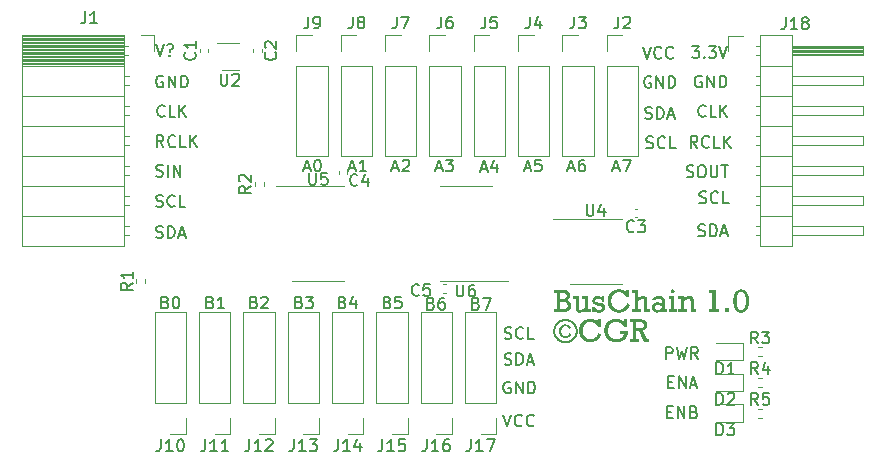
<source format=gbr>
%TF.GenerationSoftware,KiCad,Pcbnew,7.0.1*%
%TF.CreationDate,2024-10-11T19:25:02-04:00*%
%TF.ProjectId,BusChain,42757343-6861-4696-9e2e-6b696361645f,rev?*%
%TF.SameCoordinates,Original*%
%TF.FileFunction,Legend,Top*%
%TF.FilePolarity,Positive*%
%FSLAX46Y46*%
G04 Gerber Fmt 4.6, Leading zero omitted, Abs format (unit mm)*
G04 Created by KiCad (PCBNEW 7.0.1) date 2024-10-11 19:25:02*
%MOMM*%
%LPD*%
G01*
G04 APERTURE LIST*
%ADD10C,0.150000*%
%ADD11C,0.120000*%
G04 APERTURE END LIST*
D10*
X62190476Y-27730000D02*
X62333333Y-27777619D01*
X62333333Y-27777619D02*
X62571428Y-27777619D01*
X62571428Y-27777619D02*
X62666666Y-27730000D01*
X62666666Y-27730000D02*
X62714285Y-27682380D01*
X62714285Y-27682380D02*
X62761904Y-27587142D01*
X62761904Y-27587142D02*
X62761904Y-27491904D01*
X62761904Y-27491904D02*
X62714285Y-27396666D01*
X62714285Y-27396666D02*
X62666666Y-27349047D01*
X62666666Y-27349047D02*
X62571428Y-27301428D01*
X62571428Y-27301428D02*
X62380952Y-27253809D01*
X62380952Y-27253809D02*
X62285714Y-27206190D01*
X62285714Y-27206190D02*
X62238095Y-27158571D01*
X62238095Y-27158571D02*
X62190476Y-27063333D01*
X62190476Y-27063333D02*
X62190476Y-26968095D01*
X62190476Y-26968095D02*
X62238095Y-26872857D01*
X62238095Y-26872857D02*
X62285714Y-26825238D01*
X62285714Y-26825238D02*
X62380952Y-26777619D01*
X62380952Y-26777619D02*
X62619047Y-26777619D01*
X62619047Y-26777619D02*
X62761904Y-26825238D01*
X63190476Y-27777619D02*
X63190476Y-26777619D01*
X63190476Y-26777619D02*
X63428571Y-26777619D01*
X63428571Y-26777619D02*
X63571428Y-26825238D01*
X63571428Y-26825238D02*
X63666666Y-26920476D01*
X63666666Y-26920476D02*
X63714285Y-27015714D01*
X63714285Y-27015714D02*
X63761904Y-27206190D01*
X63761904Y-27206190D02*
X63761904Y-27349047D01*
X63761904Y-27349047D02*
X63714285Y-27539523D01*
X63714285Y-27539523D02*
X63666666Y-27634761D01*
X63666666Y-27634761D02*
X63571428Y-27730000D01*
X63571428Y-27730000D02*
X63428571Y-27777619D01*
X63428571Y-27777619D02*
X63190476Y-27777619D01*
X64142857Y-27491904D02*
X64619047Y-27491904D01*
X64047619Y-27777619D02*
X64380952Y-26777619D01*
X64380952Y-26777619D02*
X64714285Y-27777619D01*
X66142857Y-21627619D02*
X66761904Y-21627619D01*
X66761904Y-21627619D02*
X66428571Y-22008571D01*
X66428571Y-22008571D02*
X66571428Y-22008571D01*
X66571428Y-22008571D02*
X66666666Y-22056190D01*
X66666666Y-22056190D02*
X66714285Y-22103809D01*
X66714285Y-22103809D02*
X66761904Y-22199047D01*
X66761904Y-22199047D02*
X66761904Y-22437142D01*
X66761904Y-22437142D02*
X66714285Y-22532380D01*
X66714285Y-22532380D02*
X66666666Y-22580000D01*
X66666666Y-22580000D02*
X66571428Y-22627619D01*
X66571428Y-22627619D02*
X66285714Y-22627619D01*
X66285714Y-22627619D02*
X66190476Y-22580000D01*
X66190476Y-22580000D02*
X66142857Y-22532380D01*
X67190476Y-22532380D02*
X67238095Y-22580000D01*
X67238095Y-22580000D02*
X67190476Y-22627619D01*
X67190476Y-22627619D02*
X67142857Y-22580000D01*
X67142857Y-22580000D02*
X67190476Y-22532380D01*
X67190476Y-22532380D02*
X67190476Y-22627619D01*
X67571428Y-21627619D02*
X68190475Y-21627619D01*
X68190475Y-21627619D02*
X67857142Y-22008571D01*
X67857142Y-22008571D02*
X67999999Y-22008571D01*
X67999999Y-22008571D02*
X68095237Y-22056190D01*
X68095237Y-22056190D02*
X68142856Y-22103809D01*
X68142856Y-22103809D02*
X68190475Y-22199047D01*
X68190475Y-22199047D02*
X68190475Y-22437142D01*
X68190475Y-22437142D02*
X68142856Y-22532380D01*
X68142856Y-22532380D02*
X68095237Y-22580000D01*
X68095237Y-22580000D02*
X67999999Y-22627619D01*
X67999999Y-22627619D02*
X67714285Y-22627619D01*
X67714285Y-22627619D02*
X67619047Y-22580000D01*
X67619047Y-22580000D02*
X67571428Y-22532380D01*
X68476190Y-21627619D02*
X68809523Y-22627619D01*
X68809523Y-22627619D02*
X69142856Y-21627619D01*
X44071428Y-43403809D02*
X44214285Y-43451428D01*
X44214285Y-43451428D02*
X44261904Y-43499047D01*
X44261904Y-43499047D02*
X44309523Y-43594285D01*
X44309523Y-43594285D02*
X44309523Y-43737142D01*
X44309523Y-43737142D02*
X44261904Y-43832380D01*
X44261904Y-43832380D02*
X44214285Y-43880000D01*
X44214285Y-43880000D02*
X44119047Y-43927619D01*
X44119047Y-43927619D02*
X43738095Y-43927619D01*
X43738095Y-43927619D02*
X43738095Y-42927619D01*
X43738095Y-42927619D02*
X44071428Y-42927619D01*
X44071428Y-42927619D02*
X44166666Y-42975238D01*
X44166666Y-42975238D02*
X44214285Y-43022857D01*
X44214285Y-43022857D02*
X44261904Y-43118095D01*
X44261904Y-43118095D02*
X44261904Y-43213333D01*
X44261904Y-43213333D02*
X44214285Y-43308571D01*
X44214285Y-43308571D02*
X44166666Y-43356190D01*
X44166666Y-43356190D02*
X44071428Y-43403809D01*
X44071428Y-43403809D02*
X43738095Y-43403809D01*
X45166666Y-42927619D02*
X44976190Y-42927619D01*
X44976190Y-42927619D02*
X44880952Y-42975238D01*
X44880952Y-42975238D02*
X44833333Y-43022857D01*
X44833333Y-43022857D02*
X44738095Y-43165714D01*
X44738095Y-43165714D02*
X44690476Y-43356190D01*
X44690476Y-43356190D02*
X44690476Y-43737142D01*
X44690476Y-43737142D02*
X44738095Y-43832380D01*
X44738095Y-43832380D02*
X44785714Y-43880000D01*
X44785714Y-43880000D02*
X44880952Y-43927619D01*
X44880952Y-43927619D02*
X45071428Y-43927619D01*
X45071428Y-43927619D02*
X45166666Y-43880000D01*
X45166666Y-43880000D02*
X45214285Y-43832380D01*
X45214285Y-43832380D02*
X45261904Y-43737142D01*
X45261904Y-43737142D02*
X45261904Y-43499047D01*
X45261904Y-43499047D02*
X45214285Y-43403809D01*
X45214285Y-43403809D02*
X45166666Y-43356190D01*
X45166666Y-43356190D02*
X45071428Y-43308571D01*
X45071428Y-43308571D02*
X44880952Y-43308571D01*
X44880952Y-43308571D02*
X44785714Y-43356190D01*
X44785714Y-43356190D02*
X44738095Y-43403809D01*
X44738095Y-43403809D02*
X44690476Y-43499047D01*
X62661904Y-24225238D02*
X62566666Y-24177619D01*
X62566666Y-24177619D02*
X62423809Y-24177619D01*
X62423809Y-24177619D02*
X62280952Y-24225238D01*
X62280952Y-24225238D02*
X62185714Y-24320476D01*
X62185714Y-24320476D02*
X62138095Y-24415714D01*
X62138095Y-24415714D02*
X62090476Y-24606190D01*
X62090476Y-24606190D02*
X62090476Y-24749047D01*
X62090476Y-24749047D02*
X62138095Y-24939523D01*
X62138095Y-24939523D02*
X62185714Y-25034761D01*
X62185714Y-25034761D02*
X62280952Y-25130000D01*
X62280952Y-25130000D02*
X62423809Y-25177619D01*
X62423809Y-25177619D02*
X62519047Y-25177619D01*
X62519047Y-25177619D02*
X62661904Y-25130000D01*
X62661904Y-25130000D02*
X62709523Y-25082380D01*
X62709523Y-25082380D02*
X62709523Y-24749047D01*
X62709523Y-24749047D02*
X62519047Y-24749047D01*
X63138095Y-25177619D02*
X63138095Y-24177619D01*
X63138095Y-24177619D02*
X63709523Y-25177619D01*
X63709523Y-25177619D02*
X63709523Y-24177619D01*
X64185714Y-25177619D02*
X64185714Y-24177619D01*
X64185714Y-24177619D02*
X64423809Y-24177619D01*
X64423809Y-24177619D02*
X64566666Y-24225238D01*
X64566666Y-24225238D02*
X64661904Y-24320476D01*
X64661904Y-24320476D02*
X64709523Y-24415714D01*
X64709523Y-24415714D02*
X64757142Y-24606190D01*
X64757142Y-24606190D02*
X64757142Y-24749047D01*
X64757142Y-24749047D02*
X64709523Y-24939523D01*
X64709523Y-24939523D02*
X64661904Y-25034761D01*
X64661904Y-25034761D02*
X64566666Y-25130000D01*
X64566666Y-25130000D02*
X64423809Y-25177619D01*
X64423809Y-25177619D02*
X64185714Y-25177619D01*
X50761904Y-50075238D02*
X50666666Y-50027619D01*
X50666666Y-50027619D02*
X50523809Y-50027619D01*
X50523809Y-50027619D02*
X50380952Y-50075238D01*
X50380952Y-50075238D02*
X50285714Y-50170476D01*
X50285714Y-50170476D02*
X50238095Y-50265714D01*
X50238095Y-50265714D02*
X50190476Y-50456190D01*
X50190476Y-50456190D02*
X50190476Y-50599047D01*
X50190476Y-50599047D02*
X50238095Y-50789523D01*
X50238095Y-50789523D02*
X50285714Y-50884761D01*
X50285714Y-50884761D02*
X50380952Y-50980000D01*
X50380952Y-50980000D02*
X50523809Y-51027619D01*
X50523809Y-51027619D02*
X50619047Y-51027619D01*
X50619047Y-51027619D02*
X50761904Y-50980000D01*
X50761904Y-50980000D02*
X50809523Y-50932380D01*
X50809523Y-50932380D02*
X50809523Y-50599047D01*
X50809523Y-50599047D02*
X50619047Y-50599047D01*
X51238095Y-51027619D02*
X51238095Y-50027619D01*
X51238095Y-50027619D02*
X51809523Y-51027619D01*
X51809523Y-51027619D02*
X51809523Y-50027619D01*
X52285714Y-51027619D02*
X52285714Y-50027619D01*
X52285714Y-50027619D02*
X52523809Y-50027619D01*
X52523809Y-50027619D02*
X52666666Y-50075238D01*
X52666666Y-50075238D02*
X52761904Y-50170476D01*
X52761904Y-50170476D02*
X52809523Y-50265714D01*
X52809523Y-50265714D02*
X52857142Y-50456190D01*
X52857142Y-50456190D02*
X52857142Y-50599047D01*
X52857142Y-50599047D02*
X52809523Y-50789523D01*
X52809523Y-50789523D02*
X52761904Y-50884761D01*
X52761904Y-50884761D02*
X52666666Y-50980000D01*
X52666666Y-50980000D02*
X52523809Y-51027619D01*
X52523809Y-51027619D02*
X52285714Y-51027619D01*
X50290476Y-48580000D02*
X50433333Y-48627619D01*
X50433333Y-48627619D02*
X50671428Y-48627619D01*
X50671428Y-48627619D02*
X50766666Y-48580000D01*
X50766666Y-48580000D02*
X50814285Y-48532380D01*
X50814285Y-48532380D02*
X50861904Y-48437142D01*
X50861904Y-48437142D02*
X50861904Y-48341904D01*
X50861904Y-48341904D02*
X50814285Y-48246666D01*
X50814285Y-48246666D02*
X50766666Y-48199047D01*
X50766666Y-48199047D02*
X50671428Y-48151428D01*
X50671428Y-48151428D02*
X50480952Y-48103809D01*
X50480952Y-48103809D02*
X50385714Y-48056190D01*
X50385714Y-48056190D02*
X50338095Y-48008571D01*
X50338095Y-48008571D02*
X50290476Y-47913333D01*
X50290476Y-47913333D02*
X50290476Y-47818095D01*
X50290476Y-47818095D02*
X50338095Y-47722857D01*
X50338095Y-47722857D02*
X50385714Y-47675238D01*
X50385714Y-47675238D02*
X50480952Y-47627619D01*
X50480952Y-47627619D02*
X50719047Y-47627619D01*
X50719047Y-47627619D02*
X50861904Y-47675238D01*
X51290476Y-48627619D02*
X51290476Y-47627619D01*
X51290476Y-47627619D02*
X51528571Y-47627619D01*
X51528571Y-47627619D02*
X51671428Y-47675238D01*
X51671428Y-47675238D02*
X51766666Y-47770476D01*
X51766666Y-47770476D02*
X51814285Y-47865714D01*
X51814285Y-47865714D02*
X51861904Y-48056190D01*
X51861904Y-48056190D02*
X51861904Y-48199047D01*
X51861904Y-48199047D02*
X51814285Y-48389523D01*
X51814285Y-48389523D02*
X51766666Y-48484761D01*
X51766666Y-48484761D02*
X51671428Y-48580000D01*
X51671428Y-48580000D02*
X51528571Y-48627619D01*
X51528571Y-48627619D02*
X51290476Y-48627619D01*
X52242857Y-48341904D02*
X52719047Y-48341904D01*
X52147619Y-48627619D02*
X52480952Y-47627619D01*
X52480952Y-47627619D02*
X52814285Y-48627619D01*
X21409523Y-30177619D02*
X21076190Y-29701428D01*
X20838095Y-30177619D02*
X20838095Y-29177619D01*
X20838095Y-29177619D02*
X21219047Y-29177619D01*
X21219047Y-29177619D02*
X21314285Y-29225238D01*
X21314285Y-29225238D02*
X21361904Y-29272857D01*
X21361904Y-29272857D02*
X21409523Y-29368095D01*
X21409523Y-29368095D02*
X21409523Y-29510952D01*
X21409523Y-29510952D02*
X21361904Y-29606190D01*
X21361904Y-29606190D02*
X21314285Y-29653809D01*
X21314285Y-29653809D02*
X21219047Y-29701428D01*
X21219047Y-29701428D02*
X20838095Y-29701428D01*
X22409523Y-30082380D02*
X22361904Y-30130000D01*
X22361904Y-30130000D02*
X22219047Y-30177619D01*
X22219047Y-30177619D02*
X22123809Y-30177619D01*
X22123809Y-30177619D02*
X21980952Y-30130000D01*
X21980952Y-30130000D02*
X21885714Y-30034761D01*
X21885714Y-30034761D02*
X21838095Y-29939523D01*
X21838095Y-29939523D02*
X21790476Y-29749047D01*
X21790476Y-29749047D02*
X21790476Y-29606190D01*
X21790476Y-29606190D02*
X21838095Y-29415714D01*
X21838095Y-29415714D02*
X21885714Y-29320476D01*
X21885714Y-29320476D02*
X21980952Y-29225238D01*
X21980952Y-29225238D02*
X22123809Y-29177619D01*
X22123809Y-29177619D02*
X22219047Y-29177619D01*
X22219047Y-29177619D02*
X22361904Y-29225238D01*
X22361904Y-29225238D02*
X22409523Y-29272857D01*
X23314285Y-30177619D02*
X22838095Y-30177619D01*
X22838095Y-30177619D02*
X22838095Y-29177619D01*
X23647619Y-30177619D02*
X23647619Y-29177619D01*
X24219047Y-30177619D02*
X23790476Y-29606190D01*
X24219047Y-29177619D02*
X23647619Y-29749047D01*
X32871428Y-43303809D02*
X33014285Y-43351428D01*
X33014285Y-43351428D02*
X33061904Y-43399047D01*
X33061904Y-43399047D02*
X33109523Y-43494285D01*
X33109523Y-43494285D02*
X33109523Y-43637142D01*
X33109523Y-43637142D02*
X33061904Y-43732380D01*
X33061904Y-43732380D02*
X33014285Y-43780000D01*
X33014285Y-43780000D02*
X32919047Y-43827619D01*
X32919047Y-43827619D02*
X32538095Y-43827619D01*
X32538095Y-43827619D02*
X32538095Y-42827619D01*
X32538095Y-42827619D02*
X32871428Y-42827619D01*
X32871428Y-42827619D02*
X32966666Y-42875238D01*
X32966666Y-42875238D02*
X33014285Y-42922857D01*
X33014285Y-42922857D02*
X33061904Y-43018095D01*
X33061904Y-43018095D02*
X33061904Y-43113333D01*
X33061904Y-43113333D02*
X33014285Y-43208571D01*
X33014285Y-43208571D02*
X32966666Y-43256190D01*
X32966666Y-43256190D02*
X32871428Y-43303809D01*
X32871428Y-43303809D02*
X32538095Y-43303809D01*
X33442857Y-42827619D02*
X34061904Y-42827619D01*
X34061904Y-42827619D02*
X33728571Y-43208571D01*
X33728571Y-43208571D02*
X33871428Y-43208571D01*
X33871428Y-43208571D02*
X33966666Y-43256190D01*
X33966666Y-43256190D02*
X34014285Y-43303809D01*
X34014285Y-43303809D02*
X34061904Y-43399047D01*
X34061904Y-43399047D02*
X34061904Y-43637142D01*
X34061904Y-43637142D02*
X34014285Y-43732380D01*
X34014285Y-43732380D02*
X33966666Y-43780000D01*
X33966666Y-43780000D02*
X33871428Y-43827619D01*
X33871428Y-43827619D02*
X33585714Y-43827619D01*
X33585714Y-43827619D02*
X33490476Y-43780000D01*
X33490476Y-43780000D02*
X33442857Y-43732380D01*
X40790476Y-31941904D02*
X41266666Y-31941904D01*
X40695238Y-32227619D02*
X41028571Y-31227619D01*
X41028571Y-31227619D02*
X41361904Y-32227619D01*
X41647619Y-31322857D02*
X41695238Y-31275238D01*
X41695238Y-31275238D02*
X41790476Y-31227619D01*
X41790476Y-31227619D02*
X42028571Y-31227619D01*
X42028571Y-31227619D02*
X42123809Y-31275238D01*
X42123809Y-31275238D02*
X42171428Y-31322857D01*
X42171428Y-31322857D02*
X42219047Y-31418095D01*
X42219047Y-31418095D02*
X42219047Y-31513333D01*
X42219047Y-31513333D02*
X42171428Y-31656190D01*
X42171428Y-31656190D02*
X41600000Y-32227619D01*
X41600000Y-32227619D02*
X42219047Y-32227619D01*
X66609523Y-30227619D02*
X66276190Y-29751428D01*
X66038095Y-30227619D02*
X66038095Y-29227619D01*
X66038095Y-29227619D02*
X66419047Y-29227619D01*
X66419047Y-29227619D02*
X66514285Y-29275238D01*
X66514285Y-29275238D02*
X66561904Y-29322857D01*
X66561904Y-29322857D02*
X66609523Y-29418095D01*
X66609523Y-29418095D02*
X66609523Y-29560952D01*
X66609523Y-29560952D02*
X66561904Y-29656190D01*
X66561904Y-29656190D02*
X66514285Y-29703809D01*
X66514285Y-29703809D02*
X66419047Y-29751428D01*
X66419047Y-29751428D02*
X66038095Y-29751428D01*
X67609523Y-30132380D02*
X67561904Y-30180000D01*
X67561904Y-30180000D02*
X67419047Y-30227619D01*
X67419047Y-30227619D02*
X67323809Y-30227619D01*
X67323809Y-30227619D02*
X67180952Y-30180000D01*
X67180952Y-30180000D02*
X67085714Y-30084761D01*
X67085714Y-30084761D02*
X67038095Y-29989523D01*
X67038095Y-29989523D02*
X66990476Y-29799047D01*
X66990476Y-29799047D02*
X66990476Y-29656190D01*
X66990476Y-29656190D02*
X67038095Y-29465714D01*
X67038095Y-29465714D02*
X67085714Y-29370476D01*
X67085714Y-29370476D02*
X67180952Y-29275238D01*
X67180952Y-29275238D02*
X67323809Y-29227619D01*
X67323809Y-29227619D02*
X67419047Y-29227619D01*
X67419047Y-29227619D02*
X67561904Y-29275238D01*
X67561904Y-29275238D02*
X67609523Y-29322857D01*
X68514285Y-30227619D02*
X68038095Y-30227619D01*
X68038095Y-30227619D02*
X68038095Y-29227619D01*
X68847619Y-30227619D02*
X68847619Y-29227619D01*
X69419047Y-30227619D02*
X68990476Y-29656190D01*
X69419047Y-29227619D02*
X68847619Y-29799047D01*
X20795238Y-21477619D02*
X21128571Y-22477619D01*
X21128571Y-22477619D02*
X21461904Y-21477619D01*
X21938095Y-22382380D02*
X21985714Y-22430000D01*
X21985714Y-22430000D02*
X21938095Y-22477619D01*
X21938095Y-22477619D02*
X21890476Y-22430000D01*
X21890476Y-22430000D02*
X21938095Y-22382380D01*
X21938095Y-22382380D02*
X21938095Y-22477619D01*
X21747619Y-21525238D02*
X21842857Y-21477619D01*
X21842857Y-21477619D02*
X22080952Y-21477619D01*
X22080952Y-21477619D02*
X22176190Y-21525238D01*
X22176190Y-21525238D02*
X22223809Y-21620476D01*
X22223809Y-21620476D02*
X22223809Y-21715714D01*
X22223809Y-21715714D02*
X22176190Y-21810952D01*
X22176190Y-21810952D02*
X22128571Y-21858571D01*
X22128571Y-21858571D02*
X22033333Y-21906190D01*
X22033333Y-21906190D02*
X21985714Y-21953809D01*
X21985714Y-21953809D02*
X21938095Y-22049047D01*
X21938095Y-22049047D02*
X21938095Y-22096666D01*
X66790476Y-34880000D02*
X66933333Y-34927619D01*
X66933333Y-34927619D02*
X67171428Y-34927619D01*
X67171428Y-34927619D02*
X67266666Y-34880000D01*
X67266666Y-34880000D02*
X67314285Y-34832380D01*
X67314285Y-34832380D02*
X67361904Y-34737142D01*
X67361904Y-34737142D02*
X67361904Y-34641904D01*
X67361904Y-34641904D02*
X67314285Y-34546666D01*
X67314285Y-34546666D02*
X67266666Y-34499047D01*
X67266666Y-34499047D02*
X67171428Y-34451428D01*
X67171428Y-34451428D02*
X66980952Y-34403809D01*
X66980952Y-34403809D02*
X66885714Y-34356190D01*
X66885714Y-34356190D02*
X66838095Y-34308571D01*
X66838095Y-34308571D02*
X66790476Y-34213333D01*
X66790476Y-34213333D02*
X66790476Y-34118095D01*
X66790476Y-34118095D02*
X66838095Y-34022857D01*
X66838095Y-34022857D02*
X66885714Y-33975238D01*
X66885714Y-33975238D02*
X66980952Y-33927619D01*
X66980952Y-33927619D02*
X67219047Y-33927619D01*
X67219047Y-33927619D02*
X67361904Y-33975238D01*
X68361904Y-34832380D02*
X68314285Y-34880000D01*
X68314285Y-34880000D02*
X68171428Y-34927619D01*
X68171428Y-34927619D02*
X68076190Y-34927619D01*
X68076190Y-34927619D02*
X67933333Y-34880000D01*
X67933333Y-34880000D02*
X67838095Y-34784761D01*
X67838095Y-34784761D02*
X67790476Y-34689523D01*
X67790476Y-34689523D02*
X67742857Y-34499047D01*
X67742857Y-34499047D02*
X67742857Y-34356190D01*
X67742857Y-34356190D02*
X67790476Y-34165714D01*
X67790476Y-34165714D02*
X67838095Y-34070476D01*
X67838095Y-34070476D02*
X67933333Y-33975238D01*
X67933333Y-33975238D02*
X68076190Y-33927619D01*
X68076190Y-33927619D02*
X68171428Y-33927619D01*
X68171428Y-33927619D02*
X68314285Y-33975238D01*
X68314285Y-33975238D02*
X68361904Y-34022857D01*
X69266666Y-34927619D02*
X68790476Y-34927619D01*
X68790476Y-34927619D02*
X68790476Y-33927619D01*
X59490476Y-31941904D02*
X59966666Y-31941904D01*
X59395238Y-32227619D02*
X59728571Y-31227619D01*
X59728571Y-31227619D02*
X60061904Y-32227619D01*
X60300000Y-31227619D02*
X60966666Y-31227619D01*
X60966666Y-31227619D02*
X60538095Y-32227619D01*
X63950595Y-48127619D02*
X63950595Y-47127619D01*
X63950595Y-47127619D02*
X64331547Y-47127619D01*
X64331547Y-47127619D02*
X64426785Y-47175238D01*
X64426785Y-47175238D02*
X64474404Y-47222857D01*
X64474404Y-47222857D02*
X64522023Y-47318095D01*
X64522023Y-47318095D02*
X64522023Y-47460952D01*
X64522023Y-47460952D02*
X64474404Y-47556190D01*
X64474404Y-47556190D02*
X64426785Y-47603809D01*
X64426785Y-47603809D02*
X64331547Y-47651428D01*
X64331547Y-47651428D02*
X63950595Y-47651428D01*
X64855357Y-47127619D02*
X65093452Y-48127619D01*
X65093452Y-48127619D02*
X65283928Y-47413333D01*
X65283928Y-47413333D02*
X65474404Y-48127619D01*
X65474404Y-48127619D02*
X65712500Y-47127619D01*
X66664880Y-48127619D02*
X66331547Y-47651428D01*
X66093452Y-48127619D02*
X66093452Y-47127619D01*
X66093452Y-47127619D02*
X66474404Y-47127619D01*
X66474404Y-47127619D02*
X66569642Y-47175238D01*
X66569642Y-47175238D02*
X66617261Y-47222857D01*
X66617261Y-47222857D02*
X66664880Y-47318095D01*
X66664880Y-47318095D02*
X66664880Y-47460952D01*
X66664880Y-47460952D02*
X66617261Y-47556190D01*
X66617261Y-47556190D02*
X66569642Y-47603809D01*
X66569642Y-47603809D02*
X66474404Y-47651428D01*
X66474404Y-47651428D02*
X66093452Y-47651428D01*
X29071428Y-43303809D02*
X29214285Y-43351428D01*
X29214285Y-43351428D02*
X29261904Y-43399047D01*
X29261904Y-43399047D02*
X29309523Y-43494285D01*
X29309523Y-43494285D02*
X29309523Y-43637142D01*
X29309523Y-43637142D02*
X29261904Y-43732380D01*
X29261904Y-43732380D02*
X29214285Y-43780000D01*
X29214285Y-43780000D02*
X29119047Y-43827619D01*
X29119047Y-43827619D02*
X28738095Y-43827619D01*
X28738095Y-43827619D02*
X28738095Y-42827619D01*
X28738095Y-42827619D02*
X29071428Y-42827619D01*
X29071428Y-42827619D02*
X29166666Y-42875238D01*
X29166666Y-42875238D02*
X29214285Y-42922857D01*
X29214285Y-42922857D02*
X29261904Y-43018095D01*
X29261904Y-43018095D02*
X29261904Y-43113333D01*
X29261904Y-43113333D02*
X29214285Y-43208571D01*
X29214285Y-43208571D02*
X29166666Y-43256190D01*
X29166666Y-43256190D02*
X29071428Y-43303809D01*
X29071428Y-43303809D02*
X28738095Y-43303809D01*
X29690476Y-42922857D02*
X29738095Y-42875238D01*
X29738095Y-42875238D02*
X29833333Y-42827619D01*
X29833333Y-42827619D02*
X30071428Y-42827619D01*
X30071428Y-42827619D02*
X30166666Y-42875238D01*
X30166666Y-42875238D02*
X30214285Y-42922857D01*
X30214285Y-42922857D02*
X30261904Y-43018095D01*
X30261904Y-43018095D02*
X30261904Y-43113333D01*
X30261904Y-43113333D02*
X30214285Y-43256190D01*
X30214285Y-43256190D02*
X29642857Y-43827619D01*
X29642857Y-43827619D02*
X30261904Y-43827619D01*
X50290476Y-46380000D02*
X50433333Y-46427619D01*
X50433333Y-46427619D02*
X50671428Y-46427619D01*
X50671428Y-46427619D02*
X50766666Y-46380000D01*
X50766666Y-46380000D02*
X50814285Y-46332380D01*
X50814285Y-46332380D02*
X50861904Y-46237142D01*
X50861904Y-46237142D02*
X50861904Y-46141904D01*
X50861904Y-46141904D02*
X50814285Y-46046666D01*
X50814285Y-46046666D02*
X50766666Y-45999047D01*
X50766666Y-45999047D02*
X50671428Y-45951428D01*
X50671428Y-45951428D02*
X50480952Y-45903809D01*
X50480952Y-45903809D02*
X50385714Y-45856190D01*
X50385714Y-45856190D02*
X50338095Y-45808571D01*
X50338095Y-45808571D02*
X50290476Y-45713333D01*
X50290476Y-45713333D02*
X50290476Y-45618095D01*
X50290476Y-45618095D02*
X50338095Y-45522857D01*
X50338095Y-45522857D02*
X50385714Y-45475238D01*
X50385714Y-45475238D02*
X50480952Y-45427619D01*
X50480952Y-45427619D02*
X50719047Y-45427619D01*
X50719047Y-45427619D02*
X50861904Y-45475238D01*
X51861904Y-46332380D02*
X51814285Y-46380000D01*
X51814285Y-46380000D02*
X51671428Y-46427619D01*
X51671428Y-46427619D02*
X51576190Y-46427619D01*
X51576190Y-46427619D02*
X51433333Y-46380000D01*
X51433333Y-46380000D02*
X51338095Y-46284761D01*
X51338095Y-46284761D02*
X51290476Y-46189523D01*
X51290476Y-46189523D02*
X51242857Y-45999047D01*
X51242857Y-45999047D02*
X51242857Y-45856190D01*
X51242857Y-45856190D02*
X51290476Y-45665714D01*
X51290476Y-45665714D02*
X51338095Y-45570476D01*
X51338095Y-45570476D02*
X51433333Y-45475238D01*
X51433333Y-45475238D02*
X51576190Y-45427619D01*
X51576190Y-45427619D02*
X51671428Y-45427619D01*
X51671428Y-45427619D02*
X51814285Y-45475238D01*
X51814285Y-45475238D02*
X51861904Y-45522857D01*
X52766666Y-46427619D02*
X52290476Y-46427619D01*
X52290476Y-46427619D02*
X52290476Y-45427619D01*
X66961904Y-24175238D02*
X66866666Y-24127619D01*
X66866666Y-24127619D02*
X66723809Y-24127619D01*
X66723809Y-24127619D02*
X66580952Y-24175238D01*
X66580952Y-24175238D02*
X66485714Y-24270476D01*
X66485714Y-24270476D02*
X66438095Y-24365714D01*
X66438095Y-24365714D02*
X66390476Y-24556190D01*
X66390476Y-24556190D02*
X66390476Y-24699047D01*
X66390476Y-24699047D02*
X66438095Y-24889523D01*
X66438095Y-24889523D02*
X66485714Y-24984761D01*
X66485714Y-24984761D02*
X66580952Y-25080000D01*
X66580952Y-25080000D02*
X66723809Y-25127619D01*
X66723809Y-25127619D02*
X66819047Y-25127619D01*
X66819047Y-25127619D02*
X66961904Y-25080000D01*
X66961904Y-25080000D02*
X67009523Y-25032380D01*
X67009523Y-25032380D02*
X67009523Y-24699047D01*
X67009523Y-24699047D02*
X66819047Y-24699047D01*
X67438095Y-25127619D02*
X67438095Y-24127619D01*
X67438095Y-24127619D02*
X68009523Y-25127619D01*
X68009523Y-25127619D02*
X68009523Y-24127619D01*
X68485714Y-25127619D02*
X68485714Y-24127619D01*
X68485714Y-24127619D02*
X68723809Y-24127619D01*
X68723809Y-24127619D02*
X68866666Y-24175238D01*
X68866666Y-24175238D02*
X68961904Y-24270476D01*
X68961904Y-24270476D02*
X69009523Y-24365714D01*
X69009523Y-24365714D02*
X69057142Y-24556190D01*
X69057142Y-24556190D02*
X69057142Y-24699047D01*
X69057142Y-24699047D02*
X69009523Y-24889523D01*
X69009523Y-24889523D02*
X68961904Y-24984761D01*
X68961904Y-24984761D02*
X68866666Y-25080000D01*
X68866666Y-25080000D02*
X68723809Y-25127619D01*
X68723809Y-25127619D02*
X68485714Y-25127619D01*
X61995238Y-21677619D02*
X62328571Y-22677619D01*
X62328571Y-22677619D02*
X62661904Y-21677619D01*
X63566666Y-22582380D02*
X63519047Y-22630000D01*
X63519047Y-22630000D02*
X63376190Y-22677619D01*
X63376190Y-22677619D02*
X63280952Y-22677619D01*
X63280952Y-22677619D02*
X63138095Y-22630000D01*
X63138095Y-22630000D02*
X63042857Y-22534761D01*
X63042857Y-22534761D02*
X62995238Y-22439523D01*
X62995238Y-22439523D02*
X62947619Y-22249047D01*
X62947619Y-22249047D02*
X62947619Y-22106190D01*
X62947619Y-22106190D02*
X62995238Y-21915714D01*
X62995238Y-21915714D02*
X63042857Y-21820476D01*
X63042857Y-21820476D02*
X63138095Y-21725238D01*
X63138095Y-21725238D02*
X63280952Y-21677619D01*
X63280952Y-21677619D02*
X63376190Y-21677619D01*
X63376190Y-21677619D02*
X63519047Y-21725238D01*
X63519047Y-21725238D02*
X63566666Y-21772857D01*
X64566666Y-22582380D02*
X64519047Y-22630000D01*
X64519047Y-22630000D02*
X64376190Y-22677619D01*
X64376190Y-22677619D02*
X64280952Y-22677619D01*
X64280952Y-22677619D02*
X64138095Y-22630000D01*
X64138095Y-22630000D02*
X64042857Y-22534761D01*
X64042857Y-22534761D02*
X63995238Y-22439523D01*
X63995238Y-22439523D02*
X63947619Y-22249047D01*
X63947619Y-22249047D02*
X63947619Y-22106190D01*
X63947619Y-22106190D02*
X63995238Y-21915714D01*
X63995238Y-21915714D02*
X64042857Y-21820476D01*
X64042857Y-21820476D02*
X64138095Y-21725238D01*
X64138095Y-21725238D02*
X64280952Y-21677619D01*
X64280952Y-21677619D02*
X64376190Y-21677619D01*
X64376190Y-21677619D02*
X64519047Y-21725238D01*
X64519047Y-21725238D02*
X64566666Y-21772857D01*
X25371428Y-43303809D02*
X25514285Y-43351428D01*
X25514285Y-43351428D02*
X25561904Y-43399047D01*
X25561904Y-43399047D02*
X25609523Y-43494285D01*
X25609523Y-43494285D02*
X25609523Y-43637142D01*
X25609523Y-43637142D02*
X25561904Y-43732380D01*
X25561904Y-43732380D02*
X25514285Y-43780000D01*
X25514285Y-43780000D02*
X25419047Y-43827619D01*
X25419047Y-43827619D02*
X25038095Y-43827619D01*
X25038095Y-43827619D02*
X25038095Y-42827619D01*
X25038095Y-42827619D02*
X25371428Y-42827619D01*
X25371428Y-42827619D02*
X25466666Y-42875238D01*
X25466666Y-42875238D02*
X25514285Y-42922857D01*
X25514285Y-42922857D02*
X25561904Y-43018095D01*
X25561904Y-43018095D02*
X25561904Y-43113333D01*
X25561904Y-43113333D02*
X25514285Y-43208571D01*
X25514285Y-43208571D02*
X25466666Y-43256190D01*
X25466666Y-43256190D02*
X25371428Y-43303809D01*
X25371428Y-43303809D02*
X25038095Y-43303809D01*
X26561904Y-43827619D02*
X25990476Y-43827619D01*
X26276190Y-43827619D02*
X26276190Y-42827619D01*
X26276190Y-42827619D02*
X26180952Y-42970476D01*
X26180952Y-42970476D02*
X26085714Y-43065714D01*
X26085714Y-43065714D02*
X25990476Y-43113333D01*
X62290476Y-30230000D02*
X62433333Y-30277619D01*
X62433333Y-30277619D02*
X62671428Y-30277619D01*
X62671428Y-30277619D02*
X62766666Y-30230000D01*
X62766666Y-30230000D02*
X62814285Y-30182380D01*
X62814285Y-30182380D02*
X62861904Y-30087142D01*
X62861904Y-30087142D02*
X62861904Y-29991904D01*
X62861904Y-29991904D02*
X62814285Y-29896666D01*
X62814285Y-29896666D02*
X62766666Y-29849047D01*
X62766666Y-29849047D02*
X62671428Y-29801428D01*
X62671428Y-29801428D02*
X62480952Y-29753809D01*
X62480952Y-29753809D02*
X62385714Y-29706190D01*
X62385714Y-29706190D02*
X62338095Y-29658571D01*
X62338095Y-29658571D02*
X62290476Y-29563333D01*
X62290476Y-29563333D02*
X62290476Y-29468095D01*
X62290476Y-29468095D02*
X62338095Y-29372857D01*
X62338095Y-29372857D02*
X62385714Y-29325238D01*
X62385714Y-29325238D02*
X62480952Y-29277619D01*
X62480952Y-29277619D02*
X62719047Y-29277619D01*
X62719047Y-29277619D02*
X62861904Y-29325238D01*
X63861904Y-30182380D02*
X63814285Y-30230000D01*
X63814285Y-30230000D02*
X63671428Y-30277619D01*
X63671428Y-30277619D02*
X63576190Y-30277619D01*
X63576190Y-30277619D02*
X63433333Y-30230000D01*
X63433333Y-30230000D02*
X63338095Y-30134761D01*
X63338095Y-30134761D02*
X63290476Y-30039523D01*
X63290476Y-30039523D02*
X63242857Y-29849047D01*
X63242857Y-29849047D02*
X63242857Y-29706190D01*
X63242857Y-29706190D02*
X63290476Y-29515714D01*
X63290476Y-29515714D02*
X63338095Y-29420476D01*
X63338095Y-29420476D02*
X63433333Y-29325238D01*
X63433333Y-29325238D02*
X63576190Y-29277619D01*
X63576190Y-29277619D02*
X63671428Y-29277619D01*
X63671428Y-29277619D02*
X63814285Y-29325238D01*
X63814285Y-29325238D02*
X63861904Y-29372857D01*
X64766666Y-30277619D02*
X64290476Y-30277619D01*
X64290476Y-30277619D02*
X64290476Y-29277619D01*
X21571428Y-43303809D02*
X21714285Y-43351428D01*
X21714285Y-43351428D02*
X21761904Y-43399047D01*
X21761904Y-43399047D02*
X21809523Y-43494285D01*
X21809523Y-43494285D02*
X21809523Y-43637142D01*
X21809523Y-43637142D02*
X21761904Y-43732380D01*
X21761904Y-43732380D02*
X21714285Y-43780000D01*
X21714285Y-43780000D02*
X21619047Y-43827619D01*
X21619047Y-43827619D02*
X21238095Y-43827619D01*
X21238095Y-43827619D02*
X21238095Y-42827619D01*
X21238095Y-42827619D02*
X21571428Y-42827619D01*
X21571428Y-42827619D02*
X21666666Y-42875238D01*
X21666666Y-42875238D02*
X21714285Y-42922857D01*
X21714285Y-42922857D02*
X21761904Y-43018095D01*
X21761904Y-43018095D02*
X21761904Y-43113333D01*
X21761904Y-43113333D02*
X21714285Y-43208571D01*
X21714285Y-43208571D02*
X21666666Y-43256190D01*
X21666666Y-43256190D02*
X21571428Y-43303809D01*
X21571428Y-43303809D02*
X21238095Y-43303809D01*
X22428571Y-42827619D02*
X22523809Y-42827619D01*
X22523809Y-42827619D02*
X22619047Y-42875238D01*
X22619047Y-42875238D02*
X22666666Y-42922857D01*
X22666666Y-42922857D02*
X22714285Y-43018095D01*
X22714285Y-43018095D02*
X22761904Y-43208571D01*
X22761904Y-43208571D02*
X22761904Y-43446666D01*
X22761904Y-43446666D02*
X22714285Y-43637142D01*
X22714285Y-43637142D02*
X22666666Y-43732380D01*
X22666666Y-43732380D02*
X22619047Y-43780000D01*
X22619047Y-43780000D02*
X22523809Y-43827619D01*
X22523809Y-43827619D02*
X22428571Y-43827619D01*
X22428571Y-43827619D02*
X22333333Y-43780000D01*
X22333333Y-43780000D02*
X22285714Y-43732380D01*
X22285714Y-43732380D02*
X22238095Y-43637142D01*
X22238095Y-43637142D02*
X22190476Y-43446666D01*
X22190476Y-43446666D02*
X22190476Y-43208571D01*
X22190476Y-43208571D02*
X22238095Y-43018095D01*
X22238095Y-43018095D02*
X22285714Y-42922857D01*
X22285714Y-42922857D02*
X22333333Y-42875238D01*
X22333333Y-42875238D02*
X22428571Y-42827619D01*
X36571428Y-43303809D02*
X36714285Y-43351428D01*
X36714285Y-43351428D02*
X36761904Y-43399047D01*
X36761904Y-43399047D02*
X36809523Y-43494285D01*
X36809523Y-43494285D02*
X36809523Y-43637142D01*
X36809523Y-43637142D02*
X36761904Y-43732380D01*
X36761904Y-43732380D02*
X36714285Y-43780000D01*
X36714285Y-43780000D02*
X36619047Y-43827619D01*
X36619047Y-43827619D02*
X36238095Y-43827619D01*
X36238095Y-43827619D02*
X36238095Y-42827619D01*
X36238095Y-42827619D02*
X36571428Y-42827619D01*
X36571428Y-42827619D02*
X36666666Y-42875238D01*
X36666666Y-42875238D02*
X36714285Y-42922857D01*
X36714285Y-42922857D02*
X36761904Y-43018095D01*
X36761904Y-43018095D02*
X36761904Y-43113333D01*
X36761904Y-43113333D02*
X36714285Y-43208571D01*
X36714285Y-43208571D02*
X36666666Y-43256190D01*
X36666666Y-43256190D02*
X36571428Y-43303809D01*
X36571428Y-43303809D02*
X36238095Y-43303809D01*
X37666666Y-43160952D02*
X37666666Y-43827619D01*
X37428571Y-42780000D02*
X37190476Y-43494285D01*
X37190476Y-43494285D02*
X37809523Y-43494285D01*
X21361904Y-24175238D02*
X21266666Y-24127619D01*
X21266666Y-24127619D02*
X21123809Y-24127619D01*
X21123809Y-24127619D02*
X20980952Y-24175238D01*
X20980952Y-24175238D02*
X20885714Y-24270476D01*
X20885714Y-24270476D02*
X20838095Y-24365714D01*
X20838095Y-24365714D02*
X20790476Y-24556190D01*
X20790476Y-24556190D02*
X20790476Y-24699047D01*
X20790476Y-24699047D02*
X20838095Y-24889523D01*
X20838095Y-24889523D02*
X20885714Y-24984761D01*
X20885714Y-24984761D02*
X20980952Y-25080000D01*
X20980952Y-25080000D02*
X21123809Y-25127619D01*
X21123809Y-25127619D02*
X21219047Y-25127619D01*
X21219047Y-25127619D02*
X21361904Y-25080000D01*
X21361904Y-25080000D02*
X21409523Y-25032380D01*
X21409523Y-25032380D02*
X21409523Y-24699047D01*
X21409523Y-24699047D02*
X21219047Y-24699047D01*
X21838095Y-25127619D02*
X21838095Y-24127619D01*
X21838095Y-24127619D02*
X22409523Y-25127619D01*
X22409523Y-25127619D02*
X22409523Y-24127619D01*
X22885714Y-25127619D02*
X22885714Y-24127619D01*
X22885714Y-24127619D02*
X23123809Y-24127619D01*
X23123809Y-24127619D02*
X23266666Y-24175238D01*
X23266666Y-24175238D02*
X23361904Y-24270476D01*
X23361904Y-24270476D02*
X23409523Y-24365714D01*
X23409523Y-24365714D02*
X23457142Y-24556190D01*
X23457142Y-24556190D02*
X23457142Y-24699047D01*
X23457142Y-24699047D02*
X23409523Y-24889523D01*
X23409523Y-24889523D02*
X23361904Y-24984761D01*
X23361904Y-24984761D02*
X23266666Y-25080000D01*
X23266666Y-25080000D02*
X23123809Y-25127619D01*
X23123809Y-25127619D02*
X22885714Y-25127619D01*
G36*
X55131787Y-42253073D02*
G01*
X55163037Y-42253440D01*
X55193260Y-42254050D01*
X55222457Y-42254905D01*
X55250627Y-42256004D01*
X55277770Y-42257348D01*
X55303887Y-42258935D01*
X55328977Y-42260767D01*
X55353041Y-42262843D01*
X55376078Y-42265163D01*
X55398088Y-42267728D01*
X55419072Y-42270537D01*
X55439030Y-42273590D01*
X55467041Y-42278627D01*
X55492742Y-42284214D01*
X55517105Y-42290922D01*
X55540919Y-42299321D01*
X55564183Y-42309412D01*
X55586898Y-42321194D01*
X55609063Y-42334668D01*
X55630678Y-42349834D01*
X55651744Y-42366691D01*
X55672260Y-42385239D01*
X55692227Y-42405480D01*
X55711645Y-42427411D01*
X55724284Y-42442972D01*
X55736470Y-42459022D01*
X55747869Y-42475418D01*
X55758482Y-42492162D01*
X55768309Y-42509254D01*
X55777350Y-42526692D01*
X55785604Y-42544478D01*
X55793073Y-42562611D01*
X55799755Y-42581092D01*
X55805651Y-42599919D01*
X55810761Y-42619094D01*
X55815085Y-42638617D01*
X55818623Y-42658486D01*
X55821375Y-42678703D01*
X55823340Y-42699267D01*
X55824519Y-42720178D01*
X55824912Y-42741437D01*
X55824384Y-42766031D01*
X55822800Y-42790169D01*
X55820160Y-42813853D01*
X55816463Y-42837081D01*
X55811710Y-42859854D01*
X55805901Y-42882172D01*
X55799036Y-42904036D01*
X55791115Y-42925443D01*
X55782138Y-42946396D01*
X55772104Y-42966894D01*
X55764829Y-42980307D01*
X55753165Y-42999727D01*
X55740523Y-43018237D01*
X55726901Y-43035836D01*
X55712301Y-43052526D01*
X55696722Y-43068306D01*
X55680164Y-43083175D01*
X55662627Y-43097134D01*
X55644112Y-43110183D01*
X55624617Y-43122321D01*
X55604143Y-43133550D01*
X55589951Y-43140530D01*
X55609568Y-43147712D01*
X55628610Y-43155459D01*
X55647075Y-43163771D01*
X55664964Y-43172648D01*
X55682276Y-43182089D01*
X55707165Y-43197311D01*
X55730757Y-43213803D01*
X55753052Y-43231566D01*
X55774051Y-43250599D01*
X55793753Y-43270904D01*
X55812158Y-43292479D01*
X55829267Y-43315326D01*
X55834682Y-43323224D01*
X55850046Y-43347451D01*
X55863900Y-43372322D01*
X55876241Y-43397837D01*
X55887072Y-43423997D01*
X55896391Y-43450800D01*
X55904200Y-43478247D01*
X55910496Y-43506338D01*
X55915282Y-43535074D01*
X55917633Y-43554588D01*
X55919312Y-43574389D01*
X55920320Y-43594476D01*
X55920655Y-43614849D01*
X55920093Y-43641275D01*
X55918406Y-43667245D01*
X55915594Y-43692761D01*
X55911657Y-43717821D01*
X55906595Y-43742426D01*
X55900408Y-43766576D01*
X55893097Y-43790271D01*
X55884660Y-43813510D01*
X55875099Y-43836295D01*
X55864413Y-43858625D01*
X55856664Y-43873258D01*
X55844296Y-43894506D01*
X55831190Y-43914835D01*
X55817346Y-43934245D01*
X55802762Y-43952737D01*
X55787441Y-43970309D01*
X55771381Y-43986963D01*
X55754583Y-44002698D01*
X55737046Y-44017514D01*
X55718771Y-44031412D01*
X55699757Y-44044391D01*
X55686671Y-44052533D01*
X55666711Y-44064075D01*
X55646399Y-44074887D01*
X55625736Y-44084969D01*
X55604720Y-44094321D01*
X55583352Y-44102944D01*
X55561632Y-44110836D01*
X55539560Y-44117999D01*
X55517136Y-44124432D01*
X55494360Y-44130135D01*
X55471231Y-44135108D01*
X55455617Y-44138018D01*
X55431271Y-44141946D01*
X55405311Y-44145488D01*
X55377736Y-44148644D01*
X55348547Y-44151413D01*
X55328191Y-44153044D01*
X55307117Y-44154504D01*
X55285326Y-44155792D01*
X55262818Y-44156908D01*
X55239592Y-44157853D01*
X55215648Y-44158626D01*
X55190988Y-44159227D01*
X55165609Y-44159656D01*
X55139513Y-44159914D01*
X55112700Y-44160000D01*
X54463014Y-44160000D01*
X54463014Y-43909895D01*
X54697976Y-43909895D01*
X54697976Y-43284633D01*
X54986671Y-43284633D01*
X54986671Y-43909895D01*
X55095115Y-43909895D01*
X55121291Y-43909815D01*
X55146574Y-43909574D01*
X55170963Y-43909174D01*
X55194460Y-43908613D01*
X55217064Y-43907891D01*
X55238775Y-43907010D01*
X55259593Y-43905968D01*
X55279518Y-43904766D01*
X55307731Y-43902662D01*
X55333935Y-43900198D01*
X55358129Y-43897373D01*
X55380314Y-43894187D01*
X55400490Y-43890641D01*
X55406769Y-43889378D01*
X55430987Y-43883249D01*
X55454060Y-43875365D01*
X55475988Y-43865725D01*
X55496772Y-43854330D01*
X55516411Y-43841179D01*
X55534904Y-43826272D01*
X55552253Y-43809610D01*
X55568457Y-43791193D01*
X55583112Y-43771218D01*
X55595812Y-43749885D01*
X55606559Y-43727194D01*
X55615352Y-43703143D01*
X55620664Y-43684214D01*
X55624877Y-43664520D01*
X55627991Y-43644063D01*
X55630006Y-43622841D01*
X55630922Y-43600855D01*
X55630983Y-43593356D01*
X55630455Y-43573062D01*
X55628871Y-43553394D01*
X55625116Y-43528145D01*
X55619483Y-43504011D01*
X55611973Y-43480991D01*
X55602584Y-43459085D01*
X55591319Y-43438294D01*
X55578175Y-43418618D01*
X55570900Y-43409197D01*
X55555459Y-43391291D01*
X55538934Y-43374942D01*
X55521326Y-43360150D01*
X55502634Y-43346915D01*
X55482858Y-43335237D01*
X55461998Y-43325116D01*
X55440054Y-43316553D01*
X55417027Y-43309546D01*
X55392358Y-43303707D01*
X55372254Y-43299839D01*
X55350776Y-43296408D01*
X55327924Y-43293416D01*
X55303698Y-43290861D01*
X55278098Y-43288745D01*
X55251125Y-43287066D01*
X55222777Y-43285825D01*
X55203116Y-43285241D01*
X55182844Y-43284852D01*
X55161961Y-43284657D01*
X55151290Y-43284633D01*
X54986671Y-43284633D01*
X54697976Y-43284633D01*
X54697976Y-42503056D01*
X54986671Y-42503056D01*
X54986671Y-43034528D01*
X55166434Y-43034528D01*
X55191715Y-43034259D01*
X55216022Y-43033452D01*
X55239357Y-43032107D01*
X55261719Y-43030224D01*
X55283107Y-43027802D01*
X55303522Y-43024843D01*
X55322965Y-43021345D01*
X55350303Y-43015090D01*
X55375452Y-43007624D01*
X55398411Y-42998947D01*
X55419181Y-42989059D01*
X55437761Y-42977961D01*
X55454152Y-42965652D01*
X55468818Y-42952167D01*
X55482041Y-42937539D01*
X55493822Y-42921770D01*
X55504160Y-42904858D01*
X55513056Y-42886805D01*
X55520509Y-42867609D01*
X55526520Y-42847272D01*
X55531088Y-42825792D01*
X55534214Y-42803171D01*
X55535897Y-42779407D01*
X55536217Y-42762930D01*
X55534773Y-42731461D01*
X55530439Y-42702022D01*
X55523217Y-42674614D01*
X55513106Y-42649235D01*
X55500106Y-42625887D01*
X55484216Y-42604569D01*
X55465438Y-42585282D01*
X55443771Y-42568025D01*
X55419215Y-42552798D01*
X55391770Y-42539601D01*
X55361437Y-42528434D01*
X55328214Y-42519298D01*
X55292102Y-42512192D01*
X55253102Y-42507117D01*
X55232518Y-42505340D01*
X55211212Y-42504071D01*
X55189184Y-42503310D01*
X55166434Y-42503056D01*
X54986671Y-42503056D01*
X54697976Y-42503056D01*
X54463014Y-42503056D01*
X54463014Y-42252951D01*
X55099511Y-42252951D01*
X55131787Y-42253073D01*
G37*
G36*
X57588346Y-43909895D02*
G01*
X57588346Y-44160000D01*
X57097906Y-44160000D01*
X57097906Y-44007592D01*
X57069284Y-44029833D01*
X57040814Y-44050640D01*
X57012497Y-44070011D01*
X56984333Y-44087948D01*
X56956321Y-44104450D01*
X56928463Y-44119516D01*
X56900756Y-44133148D01*
X56873203Y-44145345D01*
X56845802Y-44156107D01*
X56818553Y-44165434D01*
X56791458Y-44173326D01*
X56764515Y-44179783D01*
X56737724Y-44184805D01*
X56711086Y-44188393D01*
X56684601Y-44190545D01*
X56658269Y-44191263D01*
X56633668Y-44190747D01*
X56609874Y-44189202D01*
X56586888Y-44186626D01*
X56564709Y-44183019D01*
X56543336Y-44178383D01*
X56522771Y-44172715D01*
X56503013Y-44166018D01*
X56484063Y-44158290D01*
X56465919Y-44149531D01*
X56448583Y-44139743D01*
X56437473Y-44132644D01*
X56416530Y-44117448D01*
X56397418Y-44101168D01*
X56380137Y-44083803D01*
X56364689Y-44065355D01*
X56351072Y-44045824D01*
X56339288Y-44025208D01*
X56329335Y-44003509D01*
X56321214Y-43980725D01*
X56314459Y-43955622D01*
X56309984Y-43934460D01*
X56306015Y-43911297D01*
X56302553Y-43886134D01*
X56299598Y-43858970D01*
X56297150Y-43829806D01*
X56295799Y-43809251D01*
X56294673Y-43787807D01*
X56293772Y-43765474D01*
X56293097Y-43742252D01*
X56292646Y-43718141D01*
X56292421Y-43693140D01*
X56292393Y-43680307D01*
X56292393Y-43065792D01*
X56104326Y-43065792D01*
X56104326Y-42815687D01*
X56553733Y-42815687D01*
X56553733Y-43626573D01*
X56553806Y-43653296D01*
X56554025Y-43678328D01*
X56554390Y-43701668D01*
X56554901Y-43723316D01*
X56555558Y-43743273D01*
X56556661Y-43767251D01*
X56558023Y-43788221D01*
X56560091Y-43810206D01*
X56562037Y-43824410D01*
X56567166Y-43845794D01*
X56575287Y-43865496D01*
X56586400Y-43883515D01*
X56600505Y-43899850D01*
X56609909Y-43908429D01*
X56628415Y-43921182D01*
X56648885Y-43930802D01*
X56667993Y-43936555D01*
X56688544Y-43940007D01*
X56710537Y-43941158D01*
X56733288Y-43940496D01*
X56756233Y-43938509D01*
X56779373Y-43935199D01*
X56802708Y-43930564D01*
X56826237Y-43924605D01*
X56849961Y-43917321D01*
X56873880Y-43908714D01*
X56897993Y-43898782D01*
X56922301Y-43887526D01*
X56946804Y-43874945D01*
X56971501Y-43861041D01*
X56996393Y-43845812D01*
X57021479Y-43829258D01*
X57046760Y-43811381D01*
X57072236Y-43792179D01*
X57097906Y-43771653D01*
X57097906Y-43065792D01*
X56862944Y-43065792D01*
X56862944Y-42815687D01*
X57358757Y-42815687D01*
X57358757Y-43909895D01*
X57588346Y-43909895D01*
G37*
G36*
X57721702Y-44160000D02*
G01*
X57721702Y-43691053D01*
X57955198Y-43691053D01*
X57955198Y-43738925D01*
X57959442Y-43763769D01*
X57966067Y-43787499D01*
X57975074Y-43810114D01*
X57986461Y-43831615D01*
X58000231Y-43852002D01*
X58016381Y-43871274D01*
X58034913Y-43889432D01*
X58050375Y-43902319D01*
X58055826Y-43906475D01*
X58072779Y-43918261D01*
X58090299Y-43928887D01*
X58108385Y-43938353D01*
X58127038Y-43946661D01*
X58146258Y-43953809D01*
X58166045Y-43959799D01*
X58186398Y-43964629D01*
X58207318Y-43968299D01*
X58228805Y-43970811D01*
X58250858Y-43972163D01*
X58265875Y-43972421D01*
X58289147Y-43972005D01*
X58311516Y-43970755D01*
X58332984Y-43968673D01*
X58353551Y-43965758D01*
X58373216Y-43962010D01*
X58398033Y-43955717D01*
X58421248Y-43947943D01*
X58442859Y-43938688D01*
X58462868Y-43927953D01*
X58467620Y-43925038D01*
X58485366Y-43912620D01*
X58500745Y-43899057D01*
X58513759Y-43884349D01*
X58526699Y-43864354D01*
X58535941Y-43842570D01*
X58541487Y-43818997D01*
X58543261Y-43798851D01*
X58543335Y-43793635D01*
X58542358Y-43773920D01*
X58538389Y-43751187D01*
X58531367Y-43730577D01*
X58521292Y-43712089D01*
X58508164Y-43695724D01*
X58491983Y-43681482D01*
X58480809Y-43673956D01*
X58463254Y-43664415D01*
X58441852Y-43655088D01*
X58423276Y-43648233D01*
X58402537Y-43641499D01*
X58379633Y-43634884D01*
X58354566Y-43628390D01*
X58327335Y-43622016D01*
X58307979Y-43617833D01*
X58287661Y-43613704D01*
X58266381Y-43609628D01*
X58244140Y-43605605D01*
X58232658Y-43603614D01*
X58198955Y-43597291D01*
X58166476Y-43590532D01*
X58135223Y-43583338D01*
X58105194Y-43575710D01*
X58076391Y-43567646D01*
X58048812Y-43559147D01*
X58022459Y-43550213D01*
X57997330Y-43540844D01*
X57973427Y-43531040D01*
X57950749Y-43520801D01*
X57929295Y-43510127D01*
X57909067Y-43499017D01*
X57890064Y-43487473D01*
X57872286Y-43475494D01*
X57855732Y-43463079D01*
X57840404Y-43450230D01*
X57819453Y-43429997D01*
X57800562Y-43408682D01*
X57783732Y-43386285D01*
X57768963Y-43362806D01*
X57756255Y-43338245D01*
X57745607Y-43312603D01*
X57737021Y-43285878D01*
X57730495Y-43258072D01*
X57726030Y-43229183D01*
X57724198Y-43209323D01*
X57723282Y-43188982D01*
X57723168Y-43178632D01*
X57723666Y-43157842D01*
X57725160Y-43137484D01*
X57727650Y-43117558D01*
X57731136Y-43098062D01*
X57735618Y-43078998D01*
X57744209Y-43051210D01*
X57755041Y-43024392D01*
X57768115Y-42998545D01*
X57783429Y-42973668D01*
X57794883Y-42957622D01*
X57807334Y-42942008D01*
X57820781Y-42926825D01*
X57835224Y-42912073D01*
X57850662Y-42897752D01*
X57866975Y-42884029D01*
X57883918Y-42871191D01*
X57901490Y-42859238D01*
X57919692Y-42848171D01*
X57938523Y-42837989D01*
X57957984Y-42828693D01*
X57978075Y-42820282D01*
X57998796Y-42812756D01*
X58020146Y-42806116D01*
X58042126Y-42800361D01*
X58064736Y-42795491D01*
X58087975Y-42791507D01*
X58111844Y-42788408D01*
X58136343Y-42786195D01*
X58161471Y-42784866D01*
X58187229Y-42784424D01*
X58210592Y-42784767D01*
X58233544Y-42785798D01*
X58256083Y-42787515D01*
X58278210Y-42789919D01*
X58299924Y-42793010D01*
X58321227Y-42796789D01*
X58342117Y-42801254D01*
X58362595Y-42806406D01*
X58382662Y-42812245D01*
X58402315Y-42818770D01*
X58421557Y-42825983D01*
X58440387Y-42833883D01*
X58458804Y-42842470D01*
X58476810Y-42851743D01*
X58494403Y-42861704D01*
X58511584Y-42872351D01*
X58511584Y-42815687D01*
X58744103Y-42815687D01*
X58744103Y-43253370D01*
X58511584Y-43253370D01*
X58511584Y-43170327D01*
X58498017Y-43150097D01*
X58483694Y-43131172D01*
X58468616Y-43113552D01*
X58452782Y-43097238D01*
X58436193Y-43082228D01*
X58418848Y-43068524D01*
X58400747Y-43056125D01*
X58381891Y-43045031D01*
X58362279Y-43035242D01*
X58341911Y-43026758D01*
X58320788Y-43019580D01*
X58298909Y-43013707D01*
X58276275Y-43009139D01*
X58252885Y-43005876D01*
X58228739Y-43003918D01*
X58203838Y-43003265D01*
X58178749Y-43003983D01*
X58154775Y-43006135D01*
X58131916Y-43009723D01*
X58110170Y-43014745D01*
X58089540Y-43021202D01*
X58070023Y-43029094D01*
X58051621Y-43038421D01*
X58034333Y-43049183D01*
X58018763Y-43061014D01*
X58002219Y-43077133D01*
X57988919Y-43094731D01*
X57978863Y-43113807D01*
X57972051Y-43134363D01*
X57968483Y-43156397D01*
X57967899Y-43170327D01*
X57969390Y-43193125D01*
X57973862Y-43213585D01*
X57981316Y-43231708D01*
X57994196Y-43250369D01*
X58011369Y-43265665D01*
X58028960Y-43275840D01*
X58051476Y-43285014D01*
X58074435Y-43292593D01*
X58094539Y-43298418D01*
X58117116Y-43304362D01*
X58142166Y-43310427D01*
X58169689Y-43316613D01*
X58189412Y-43320803D01*
X58210234Y-43325047D01*
X58232155Y-43329344D01*
X58255174Y-43333694D01*
X58279293Y-43338098D01*
X58291765Y-43340321D01*
X58315634Y-43344564D01*
X58338759Y-43348869D01*
X58361140Y-43353235D01*
X58382776Y-43357662D01*
X58403668Y-43362150D01*
X58423816Y-43366699D01*
X58443220Y-43371309D01*
X58470931Y-43378338D01*
X58496967Y-43385505D01*
X58521329Y-43392810D01*
X58544016Y-43400252D01*
X58565029Y-43407831D01*
X58584368Y-43415547D01*
X58602660Y-43423813D01*
X58620352Y-43433041D01*
X58637442Y-43443231D01*
X58653931Y-43454382D01*
X58669820Y-43466495D01*
X58685107Y-43479569D01*
X58699793Y-43493606D01*
X58713878Y-43508604D01*
X58727362Y-43524564D01*
X58740245Y-43541485D01*
X58748499Y-43553300D01*
X58760197Y-43571623D01*
X58770744Y-43590503D01*
X58780141Y-43609942D01*
X58788387Y-43629939D01*
X58795483Y-43650494D01*
X58801427Y-43671607D01*
X58806222Y-43693279D01*
X58809865Y-43715508D01*
X58812358Y-43738296D01*
X58813701Y-43761641D01*
X58813956Y-43777515D01*
X58813401Y-43800963D01*
X58811735Y-43823799D01*
X58808959Y-43846025D01*
X58805072Y-43867641D01*
X58800074Y-43888646D01*
X58793966Y-43909040D01*
X58786748Y-43928824D01*
X58778419Y-43947997D01*
X58768979Y-43966559D01*
X58758429Y-43984511D01*
X58746768Y-44001852D01*
X58733997Y-44018583D01*
X58720115Y-44034703D01*
X58705123Y-44050212D01*
X58689020Y-44065111D01*
X58671807Y-44079399D01*
X58653708Y-44092945D01*
X58634949Y-44105617D01*
X58615530Y-44117415D01*
X58595450Y-44128340D01*
X58574711Y-44138390D01*
X58553311Y-44147566D01*
X58531251Y-44155868D01*
X58508531Y-44163297D01*
X58485150Y-44169851D01*
X58461109Y-44175532D01*
X58436408Y-44180338D01*
X58411047Y-44184271D01*
X58385026Y-44187330D01*
X58358344Y-44189515D01*
X58331002Y-44190826D01*
X58303000Y-44191263D01*
X58276683Y-44190850D01*
X58250976Y-44189614D01*
X58225881Y-44187553D01*
X58201395Y-44184668D01*
X58177520Y-44180959D01*
X58154256Y-44176425D01*
X58131603Y-44171067D01*
X58109560Y-44164884D01*
X58088128Y-44157878D01*
X58067306Y-44150047D01*
X58047095Y-44141391D01*
X58027494Y-44131912D01*
X58008504Y-44121608D01*
X57990125Y-44110479D01*
X57972356Y-44098527D01*
X57955198Y-44085750D01*
X57955198Y-44160000D01*
X57721702Y-44160000D01*
G37*
G36*
X60642847Y-43378422D02*
G01*
X60891486Y-43517152D01*
X60886068Y-43537070D01*
X60880316Y-43556706D01*
X60874230Y-43576061D01*
X60867810Y-43595134D01*
X60861056Y-43613926D01*
X60853968Y-43632437D01*
X60846546Y-43650666D01*
X60838790Y-43668613D01*
X60822277Y-43703664D01*
X60804429Y-43737589D01*
X60785244Y-43770388D01*
X60764724Y-43802062D01*
X60742868Y-43832609D01*
X60719676Y-43862031D01*
X60695149Y-43890327D01*
X60669286Y-43917497D01*
X60642087Y-43943541D01*
X60613553Y-43968460D01*
X60583683Y-43992252D01*
X60552477Y-44014919D01*
X60520365Y-44036273D01*
X60487653Y-44056250D01*
X60454343Y-44074848D01*
X60420433Y-44092069D01*
X60385924Y-44107913D01*
X60350816Y-44122378D01*
X60315109Y-44135466D01*
X60278803Y-44147177D01*
X60241897Y-44157509D01*
X60204393Y-44166464D01*
X60166289Y-44174042D01*
X60147012Y-44177314D01*
X60127586Y-44180241D01*
X60108010Y-44182824D01*
X60088284Y-44185063D01*
X60068408Y-44186957D01*
X60048382Y-44188507D01*
X60028207Y-44189713D01*
X60007882Y-44190574D01*
X59987407Y-44191090D01*
X59966782Y-44191263D01*
X59939809Y-44190988D01*
X59913171Y-44190163D01*
X59886869Y-44188790D01*
X59860903Y-44186866D01*
X59835273Y-44184393D01*
X59809979Y-44181371D01*
X59785020Y-44177799D01*
X59760397Y-44173677D01*
X59736110Y-44169006D01*
X59712159Y-44163785D01*
X59688544Y-44158015D01*
X59665265Y-44151695D01*
X59642321Y-44144826D01*
X59619713Y-44137407D01*
X59597441Y-44129439D01*
X59575505Y-44120921D01*
X59553905Y-44111853D01*
X59532641Y-44102236D01*
X59511712Y-44092069D01*
X59491120Y-44081353D01*
X59470863Y-44070088D01*
X59450942Y-44058272D01*
X59431356Y-44045908D01*
X59412107Y-44032993D01*
X59393193Y-44019529D01*
X59374616Y-44005516D01*
X59356374Y-43990953D01*
X59338468Y-43975840D01*
X59320898Y-43960178D01*
X59303663Y-43943967D01*
X59286765Y-43927206D01*
X59270202Y-43909895D01*
X59254063Y-43892179D01*
X59238437Y-43874203D01*
X59223323Y-43855966D01*
X59208721Y-43837469D01*
X59194632Y-43818712D01*
X59181055Y-43799694D01*
X59167991Y-43780415D01*
X59155438Y-43760876D01*
X59143398Y-43741077D01*
X59131871Y-43721017D01*
X59120855Y-43700697D01*
X59110353Y-43680116D01*
X59100362Y-43659274D01*
X59090884Y-43638173D01*
X59081918Y-43616811D01*
X59073464Y-43595188D01*
X59065523Y-43573305D01*
X59058094Y-43551161D01*
X59051178Y-43528757D01*
X59044773Y-43506093D01*
X59038881Y-43483168D01*
X59033502Y-43459982D01*
X59028635Y-43436536D01*
X59024280Y-43412830D01*
X59020437Y-43388863D01*
X59017107Y-43364636D01*
X59014289Y-43340148D01*
X59011984Y-43315400D01*
X59010191Y-43290391D01*
X59008910Y-43265122D01*
X59008141Y-43239593D01*
X59007885Y-43213803D01*
X59008143Y-43185591D01*
X59008915Y-43157741D01*
X59010203Y-43130254D01*
X59012007Y-43103130D01*
X59014325Y-43076368D01*
X59017159Y-43049969D01*
X59020507Y-43023933D01*
X59024371Y-42998258D01*
X59028751Y-42972947D01*
X59033645Y-42947998D01*
X59039055Y-42923411D01*
X59044979Y-42899187D01*
X59051419Y-42875326D01*
X59058375Y-42851827D01*
X59065845Y-42828691D01*
X59073831Y-42805917D01*
X59082331Y-42783506D01*
X59091347Y-42761457D01*
X59100879Y-42739771D01*
X59110925Y-42718448D01*
X59121487Y-42697487D01*
X59132563Y-42676888D01*
X59144155Y-42656652D01*
X59156263Y-42636779D01*
X59168885Y-42617268D01*
X59182023Y-42598120D01*
X59195675Y-42579334D01*
X59209843Y-42560911D01*
X59224527Y-42542850D01*
X59239725Y-42525152D01*
X59255439Y-42507817D01*
X59271667Y-42490844D01*
X59288311Y-42474285D01*
X59305268Y-42458251D01*
X59322539Y-42442743D01*
X59340124Y-42427761D01*
X59358023Y-42413304D01*
X59376236Y-42399373D01*
X59394762Y-42385968D01*
X59413603Y-42373088D01*
X59432757Y-42360734D01*
X59452226Y-42348906D01*
X59472008Y-42337604D01*
X59492104Y-42326827D01*
X59512514Y-42316576D01*
X59533238Y-42306851D01*
X59554276Y-42297651D01*
X59575628Y-42288977D01*
X59597293Y-42280829D01*
X59619273Y-42273206D01*
X59641566Y-42266109D01*
X59664173Y-42259538D01*
X59687094Y-42253493D01*
X59710329Y-42247973D01*
X59733878Y-42242979D01*
X59757741Y-42238510D01*
X59781918Y-42234568D01*
X59806408Y-42231151D01*
X59831213Y-42228259D01*
X59856331Y-42225894D01*
X59881764Y-42224054D01*
X59907510Y-42222740D01*
X59933570Y-42221951D01*
X59959944Y-42221688D01*
X59983274Y-42221888D01*
X60006371Y-42222488D01*
X60029234Y-42223487D01*
X60051863Y-42224886D01*
X60074258Y-42226685D01*
X60096420Y-42228884D01*
X60118348Y-42231482D01*
X60140042Y-42234480D01*
X60161503Y-42237878D01*
X60182729Y-42241676D01*
X60203722Y-42245874D01*
X60224482Y-42250471D01*
X60245007Y-42255468D01*
X60265299Y-42260864D01*
X60285357Y-42266661D01*
X60305181Y-42272857D01*
X60324771Y-42279453D01*
X60344128Y-42286449D01*
X60363251Y-42293844D01*
X60382140Y-42301640D01*
X60400796Y-42309835D01*
X60419218Y-42318429D01*
X60437406Y-42327424D01*
X60455360Y-42336818D01*
X60473080Y-42346612D01*
X60490567Y-42356806D01*
X60507820Y-42367400D01*
X60524839Y-42378393D01*
X60541625Y-42389786D01*
X60558176Y-42401579D01*
X60574494Y-42413771D01*
X60590579Y-42426364D01*
X60590579Y-42252951D01*
X60837752Y-42252951D01*
X60837752Y-42878213D01*
X60590579Y-42878213D01*
X60579910Y-42854315D01*
X60568543Y-42831105D01*
X60556478Y-42808581D01*
X60543715Y-42786744D01*
X60530253Y-42765594D01*
X60516092Y-42745131D01*
X60501234Y-42725355D01*
X60485676Y-42706266D01*
X60469421Y-42687864D01*
X60452467Y-42670149D01*
X60434815Y-42653120D01*
X60416464Y-42636779D01*
X60397415Y-42621125D01*
X60377668Y-42606157D01*
X60357222Y-42591876D01*
X60336078Y-42578283D01*
X60314575Y-42565388D01*
X60292931Y-42553324D01*
X60271145Y-42542093D01*
X60249219Y-42531693D01*
X60227151Y-42522126D01*
X60204942Y-42513391D01*
X60182592Y-42505487D01*
X60160101Y-42498415D01*
X60137468Y-42492176D01*
X60114694Y-42486768D01*
X60091779Y-42482192D01*
X60068723Y-42478449D01*
X60045526Y-42475537D01*
X60022187Y-42473457D01*
X59998708Y-42472209D01*
X59975087Y-42471793D01*
X59939765Y-42472604D01*
X59905241Y-42475037D01*
X59871514Y-42479092D01*
X59838586Y-42484768D01*
X59806454Y-42492067D01*
X59775121Y-42500988D01*
X59744584Y-42511530D01*
X59714846Y-42523695D01*
X59685905Y-42537481D01*
X59657762Y-42552889D01*
X59630416Y-42569919D01*
X59603868Y-42588572D01*
X59578118Y-42608846D01*
X59553165Y-42630742D01*
X59529010Y-42654260D01*
X59505652Y-42679399D01*
X59483470Y-42705776D01*
X59462719Y-42733003D01*
X59443399Y-42761081D01*
X59425510Y-42790011D01*
X59409052Y-42819791D01*
X59394025Y-42850423D01*
X59380430Y-42881905D01*
X59368265Y-42914239D01*
X59357532Y-42947423D01*
X59348230Y-42981459D01*
X59340359Y-43016346D01*
X59333919Y-43052083D01*
X59328910Y-43088672D01*
X59325332Y-43126112D01*
X59323185Y-43164403D01*
X59322470Y-43203545D01*
X59322662Y-43223761D01*
X59323237Y-43243745D01*
X59324196Y-43263497D01*
X59325538Y-43283015D01*
X59329374Y-43321354D01*
X59334743Y-43358761D01*
X59341647Y-43395237D01*
X59350085Y-43430782D01*
X59360057Y-43465396D01*
X59371563Y-43499078D01*
X59384603Y-43531830D01*
X59399177Y-43563650D01*
X59415286Y-43594539D01*
X59432929Y-43624497D01*
X59452106Y-43653524D01*
X59472817Y-43681619D01*
X59495062Y-43708784D01*
X59518841Y-43735017D01*
X59543674Y-43759979D01*
X59569079Y-43783331D01*
X59595056Y-43805073D01*
X59621606Y-43825204D01*
X59648729Y-43843724D01*
X59676424Y-43860634D01*
X59704691Y-43875934D01*
X59733531Y-43889623D01*
X59762943Y-43901701D01*
X59792927Y-43912169D01*
X59823484Y-43921027D01*
X59854614Y-43928274D01*
X59886316Y-43933911D01*
X59918590Y-43937937D01*
X59951437Y-43940353D01*
X59984856Y-43941158D01*
X60012360Y-43940587D01*
X60039552Y-43938876D01*
X60066430Y-43936023D01*
X60092995Y-43932029D01*
X60119247Y-43926895D01*
X60145187Y-43920619D01*
X60170813Y-43913202D01*
X60196127Y-43904644D01*
X60221127Y-43894944D01*
X60245815Y-43884104D01*
X60270189Y-43872123D01*
X60294251Y-43859001D01*
X60318000Y-43844737D01*
X60341436Y-43829333D01*
X60364559Y-43812787D01*
X60387369Y-43795101D01*
X60409604Y-43776357D01*
X60431004Y-43756640D01*
X60451568Y-43735950D01*
X60471297Y-43714287D01*
X60490189Y-43691650D01*
X60508246Y-43668041D01*
X60525467Y-43643458D01*
X60541852Y-43617903D01*
X60557402Y-43591374D01*
X60572115Y-43563871D01*
X60585993Y-43535396D01*
X60599036Y-43505948D01*
X60611242Y-43475526D01*
X60622613Y-43444131D01*
X60633148Y-43411763D01*
X60642847Y-43378422D01*
G37*
G36*
X61312072Y-43909895D02*
G01*
X61312072Y-42503056D01*
X61071737Y-42503056D01*
X61071737Y-42252951D01*
X61573412Y-42252951D01*
X61573412Y-42973956D01*
X61602691Y-42951005D01*
X61631786Y-42929535D01*
X61660698Y-42909545D01*
X61689427Y-42891036D01*
X61717973Y-42874007D01*
X61746336Y-42858460D01*
X61774515Y-42844393D01*
X61802512Y-42831807D01*
X61830325Y-42820701D01*
X61857955Y-42811077D01*
X61885402Y-42802933D01*
X61912665Y-42796270D01*
X61939746Y-42791087D01*
X61966643Y-42787385D01*
X61993357Y-42785164D01*
X62019888Y-42784424D01*
X62044205Y-42784905D01*
X62067698Y-42786347D01*
X62090367Y-42788751D01*
X62112212Y-42792117D01*
X62133232Y-42796445D01*
X62153428Y-42801734D01*
X62172799Y-42807986D01*
X62191346Y-42815198D01*
X62214794Y-42826311D01*
X62236775Y-42839134D01*
X62257177Y-42853239D01*
X62275885Y-42868443D01*
X62292898Y-42884747D01*
X62308217Y-42902149D01*
X62321841Y-42920650D01*
X62333770Y-42940251D01*
X62344006Y-42960950D01*
X62352547Y-42982749D01*
X62359874Y-43006379D01*
X62364728Y-43025785D01*
X62369033Y-43046634D01*
X62372788Y-43068925D01*
X62375994Y-43092658D01*
X62378650Y-43117834D01*
X62380757Y-43144453D01*
X62382314Y-43172514D01*
X62383321Y-43202018D01*
X62383688Y-43222489D01*
X62383810Y-43243600D01*
X62383810Y-43909895D01*
X62610467Y-43909895D01*
X62610467Y-44160000D01*
X62122958Y-44160000D01*
X62122958Y-43351556D01*
X62122872Y-43324226D01*
X62122615Y-43298656D01*
X62122186Y-43274847D01*
X62121584Y-43252798D01*
X62120812Y-43232509D01*
X62119514Y-43208195D01*
X62117911Y-43187011D01*
X62115478Y-43164931D01*
X62113189Y-43150788D01*
X62107492Y-43129427D01*
X62098523Y-43109795D01*
X62086281Y-43091894D01*
X62070767Y-43075722D01*
X62060432Y-43067257D01*
X62043597Y-43056134D01*
X62025696Y-43047313D01*
X62006731Y-43040793D01*
X61986701Y-43036574D01*
X61965607Y-43034656D01*
X61958339Y-43034528D01*
X61929224Y-43035997D01*
X61909013Y-43038607D01*
X61888161Y-43042523D01*
X61866667Y-43047743D01*
X61844533Y-43054269D01*
X61821757Y-43062100D01*
X61798341Y-43071236D01*
X61774283Y-43081678D01*
X61749584Y-43093424D01*
X61724243Y-43106476D01*
X61698262Y-43120833D01*
X61671640Y-43136495D01*
X61644376Y-43153462D01*
X61616471Y-43171735D01*
X61587925Y-43191312D01*
X61573412Y-43201591D01*
X61573412Y-43909895D01*
X61803977Y-43909895D01*
X61803977Y-44160000D01*
X61071737Y-44160000D01*
X61071737Y-43909895D01*
X61312072Y-43909895D01*
G37*
G36*
X63367451Y-42784780D02*
G01*
X63394422Y-42785849D01*
X63420688Y-42787631D01*
X63446251Y-42790125D01*
X63471109Y-42793332D01*
X63495263Y-42797252D01*
X63518714Y-42801885D01*
X63541460Y-42807230D01*
X63563502Y-42813288D01*
X63584840Y-42820058D01*
X63598674Y-42824968D01*
X63618696Y-42832685D01*
X63637731Y-42840813D01*
X63655779Y-42849354D01*
X63678307Y-42861383D01*
X63699079Y-42874145D01*
X63718095Y-42887639D01*
X63735357Y-42901866D01*
X63750862Y-42916826D01*
X63761339Y-42928527D01*
X63774223Y-42944449D01*
X63786008Y-42960706D01*
X63796693Y-42977299D01*
X63808505Y-42998513D01*
X63818599Y-43020252D01*
X63826976Y-43042515D01*
X63833635Y-43065303D01*
X63837986Y-43084988D01*
X63841756Y-43107404D01*
X63844947Y-43132554D01*
X63846959Y-43153209D01*
X63848645Y-43175401D01*
X63850004Y-43199130D01*
X63851038Y-43224397D01*
X63851745Y-43251200D01*
X63852125Y-43279540D01*
X63852198Y-43299288D01*
X63852198Y-43909895D01*
X64075924Y-43909895D01*
X64075924Y-44160000D01*
X63619678Y-44160000D01*
X63619678Y-43997822D01*
X63595815Y-44021247D01*
X63571608Y-44043160D01*
X63547058Y-44063562D01*
X63522165Y-44082452D01*
X63496927Y-44099832D01*
X63471347Y-44115700D01*
X63445423Y-44130057D01*
X63419155Y-44142903D01*
X63392544Y-44154237D01*
X63365590Y-44164060D01*
X63338292Y-44172372D01*
X63310650Y-44179173D01*
X63282665Y-44184462D01*
X63254337Y-44188240D01*
X63225665Y-44190507D01*
X63196650Y-44191263D01*
X63174122Y-44190787D01*
X63151969Y-44189362D01*
X63130189Y-44186986D01*
X63108784Y-44183661D01*
X63087752Y-44179384D01*
X63067094Y-44174158D01*
X63046811Y-44167981D01*
X63026901Y-44160854D01*
X63007365Y-44152777D01*
X62988204Y-44143750D01*
X62969416Y-44133772D01*
X62951003Y-44122844D01*
X62932963Y-44110966D01*
X62915297Y-44098137D01*
X62898006Y-44084359D01*
X62881088Y-44069630D01*
X62864880Y-44054160D01*
X62849718Y-44038160D01*
X62835602Y-44021630D01*
X62822531Y-44004569D01*
X62810506Y-43986978D01*
X62799526Y-43968857D01*
X62789592Y-43950204D01*
X62780704Y-43931022D01*
X62772862Y-43911309D01*
X62766065Y-43891065D01*
X62760314Y-43870291D01*
X62755608Y-43848987D01*
X62751949Y-43827152D01*
X62749334Y-43804786D01*
X62747766Y-43781891D01*
X62747243Y-43758464D01*
X62747277Y-43756999D01*
X62997348Y-43756999D01*
X62998348Y-43779378D01*
X63001347Y-43800840D01*
X63006347Y-43821387D01*
X63013346Y-43841018D01*
X63022344Y-43859733D01*
X63033343Y-43877533D01*
X63046341Y-43894416D01*
X63061339Y-43910383D01*
X63078055Y-43924923D01*
X63096205Y-43937525D01*
X63115790Y-43948188D01*
X63136810Y-43956912D01*
X63159265Y-43963697D01*
X63183155Y-43968544D01*
X63208480Y-43971452D01*
X63228416Y-43972360D01*
X63235240Y-43972421D01*
X63258852Y-43971816D01*
X63282303Y-43970001D01*
X63305594Y-43966977D01*
X63328724Y-43962743D01*
X63351694Y-43957299D01*
X63374504Y-43950645D01*
X63397154Y-43942782D01*
X63419644Y-43933709D01*
X63441973Y-43923425D01*
X63464142Y-43911933D01*
X63486150Y-43899230D01*
X63507998Y-43885318D01*
X63529686Y-43870196D01*
X63551214Y-43853864D01*
X63572582Y-43836322D01*
X63593789Y-43817571D01*
X63593789Y-43666629D01*
X63572645Y-43650658D01*
X63551466Y-43635717D01*
X63530253Y-43621807D01*
X63509006Y-43608927D01*
X63487724Y-43597077D01*
X63466408Y-43586258D01*
X63445058Y-43576469D01*
X63423674Y-43567711D01*
X63402255Y-43559983D01*
X63380801Y-43553285D01*
X63359314Y-43547618D01*
X63337792Y-43542981D01*
X63316235Y-43539375D01*
X63294645Y-43536799D01*
X63273020Y-43535253D01*
X63251360Y-43534738D01*
X63231340Y-43535283D01*
X63205622Y-43537706D01*
X63181019Y-43542068D01*
X63157530Y-43548369D01*
X63135155Y-43556609D01*
X63113894Y-43566787D01*
X63093748Y-43578903D01*
X63074716Y-43592959D01*
X63070132Y-43596775D01*
X63053073Y-43612850D01*
X63038289Y-43630054D01*
X63025779Y-43648387D01*
X63015544Y-43667850D01*
X63007583Y-43688443D01*
X63001897Y-43710165D01*
X62998485Y-43733017D01*
X62997348Y-43756999D01*
X62747277Y-43756999D01*
X62747798Y-43734845D01*
X62749464Y-43711738D01*
X62752240Y-43689141D01*
X62756127Y-43667056D01*
X62761125Y-43645483D01*
X62767233Y-43624421D01*
X62774451Y-43603870D01*
X62782780Y-43583831D01*
X62792220Y-43564303D01*
X62802770Y-43545286D01*
X62814431Y-43526781D01*
X62827202Y-43508787D01*
X62841084Y-43491305D01*
X62856076Y-43474334D01*
X62872179Y-43457874D01*
X62889392Y-43441926D01*
X62907390Y-43426664D01*
X62925846Y-43412387D01*
X62944759Y-43399095D01*
X62964131Y-43386788D01*
X62983960Y-43375465D01*
X63004248Y-43365126D01*
X63024993Y-43355773D01*
X63046196Y-43347404D01*
X63067858Y-43340019D01*
X63089977Y-43333619D01*
X63112554Y-43328204D01*
X63135589Y-43323773D01*
X63159082Y-43320327D01*
X63183033Y-43317865D01*
X63207442Y-43316389D01*
X63232309Y-43315896D01*
X63255646Y-43316337D01*
X63278883Y-43317659D01*
X63302022Y-43319863D01*
X63325061Y-43322949D01*
X63348000Y-43326916D01*
X63370841Y-43331764D01*
X63393582Y-43337495D01*
X63416224Y-43344106D01*
X63438767Y-43351600D01*
X63461211Y-43359974D01*
X63483555Y-43369231D01*
X63505800Y-43379369D01*
X63527946Y-43390388D01*
X63549993Y-43402289D01*
X63571940Y-43415072D01*
X63593789Y-43428736D01*
X63593789Y-43298799D01*
X63593483Y-43274375D01*
X63592568Y-43251416D01*
X63591041Y-43229923D01*
X63588904Y-43209895D01*
X63585374Y-43186921D01*
X63580890Y-43166236D01*
X63574249Y-43144438D01*
X63565285Y-43124482D01*
X63552680Y-43105283D01*
X63539394Y-43089860D01*
X63523580Y-43074962D01*
X63505238Y-43060589D01*
X63488744Y-43049468D01*
X63484368Y-43046741D01*
X63466096Y-43036551D01*
X63446449Y-43027720D01*
X63425429Y-43020248D01*
X63403035Y-43014134D01*
X63379267Y-43009379D01*
X63354125Y-43005983D01*
X63334368Y-43004327D01*
X63313837Y-43003435D01*
X63299720Y-43003265D01*
X63275598Y-43003876D01*
X63252322Y-43005708D01*
X63229894Y-43008761D01*
X63208312Y-43013035D01*
X63187579Y-43018531D01*
X63167692Y-43025247D01*
X63148652Y-43033185D01*
X63130460Y-43042344D01*
X63113115Y-43052725D01*
X63096617Y-43064326D01*
X63080967Y-43077149D01*
X63066163Y-43091193D01*
X63052207Y-43106458D01*
X63039098Y-43122944D01*
X63026836Y-43140652D01*
X63015422Y-43159581D01*
X62765317Y-43093635D01*
X62775934Y-43074611D01*
X62787024Y-43056192D01*
X62798587Y-43038376D01*
X62810624Y-43021164D01*
X62823134Y-43004556D01*
X62836117Y-42988552D01*
X62849573Y-42973151D01*
X62863503Y-42958355D01*
X62877905Y-42944163D01*
X62892781Y-42930575D01*
X62908130Y-42917590D01*
X62923953Y-42905210D01*
X62940248Y-42893433D01*
X62957017Y-42882260D01*
X62974259Y-42871691D01*
X62991974Y-42861727D01*
X63010163Y-42852366D01*
X63028825Y-42843609D01*
X63047959Y-42835456D01*
X63067568Y-42827907D01*
X63087649Y-42820961D01*
X63108203Y-42814620D01*
X63129231Y-42808883D01*
X63150732Y-42803750D01*
X63172706Y-42799220D01*
X63195154Y-42795294D01*
X63218075Y-42791973D01*
X63241468Y-42789255D01*
X63265336Y-42787141D01*
X63289676Y-42785632D01*
X63314489Y-42784726D01*
X63339776Y-42784424D01*
X63367451Y-42784780D01*
G37*
G36*
X64364131Y-42377515D02*
G01*
X64365693Y-42354469D01*
X64370382Y-42332590D01*
X64378196Y-42311879D01*
X64389135Y-42292336D01*
X64403200Y-42273960D01*
X64408583Y-42268094D01*
X64423211Y-42254725D01*
X64442308Y-42241674D01*
X64463088Y-42231885D01*
X64485550Y-42225359D01*
X64505555Y-42222413D01*
X64522400Y-42221688D01*
X64542109Y-42222785D01*
X64564594Y-42226999D01*
X64585809Y-42234372D01*
X64605753Y-42244905D01*
X64624426Y-42258598D01*
X64633286Y-42266629D01*
X64646796Y-42281186D01*
X64659985Y-42300008D01*
X64669877Y-42320307D01*
X64676471Y-42342082D01*
X64679769Y-42365335D01*
X64680181Y-42377515D01*
X64679036Y-42397494D01*
X64674640Y-42420208D01*
X64666946Y-42441549D01*
X64655955Y-42461516D01*
X64641667Y-42480109D01*
X64633286Y-42488890D01*
X64618343Y-42501977D01*
X64599246Y-42514754D01*
X64578879Y-42524337D01*
X64557240Y-42530726D01*
X64534331Y-42533920D01*
X64522400Y-42534319D01*
X64502140Y-42533186D01*
X64482882Y-42529787D01*
X64461095Y-42522718D01*
X64440750Y-42512385D01*
X64421848Y-42498789D01*
X64410048Y-42487913D01*
X64396820Y-42472982D01*
X64383906Y-42453931D01*
X64374220Y-42433643D01*
X64367763Y-42412119D01*
X64364534Y-42389359D01*
X64364131Y-42377515D01*
G37*
G36*
X64401256Y-43909895D02*
G01*
X64401256Y-43065792D01*
X64194138Y-43065792D01*
X64194138Y-42815687D01*
X64662595Y-42815687D01*
X64662595Y-43909895D01*
X64867271Y-43909895D01*
X64867271Y-44160000D01*
X64194138Y-44160000D01*
X64194138Y-43909895D01*
X64401256Y-43909895D01*
G37*
G36*
X65490090Y-42815687D02*
G01*
X65490090Y-42966140D01*
X65521365Y-42944136D01*
X65552296Y-42923551D01*
X65582883Y-42904385D01*
X65613128Y-42886639D01*
X65643028Y-42870313D01*
X65672585Y-42855407D01*
X65701799Y-42841920D01*
X65730669Y-42829853D01*
X65759196Y-42819205D01*
X65787380Y-42809978D01*
X65815219Y-42802170D01*
X65842716Y-42795781D01*
X65869869Y-42790812D01*
X65896678Y-42787263D01*
X65923144Y-42785134D01*
X65949267Y-42784424D01*
X65973056Y-42784965D01*
X65996064Y-42786588D01*
X66018291Y-42789292D01*
X66039736Y-42793079D01*
X66060400Y-42797948D01*
X66080282Y-42803898D01*
X66099383Y-42810931D01*
X66117703Y-42819045D01*
X66135241Y-42828242D01*
X66151998Y-42838520D01*
X66162735Y-42845973D01*
X66182946Y-42861795D01*
X66201325Y-42878488D01*
X66217873Y-42896050D01*
X66232588Y-42914483D01*
X66245472Y-42933786D01*
X66256524Y-42953959D01*
X66265744Y-42975002D01*
X66273133Y-42996915D01*
X66279315Y-43020431D01*
X66283411Y-43039761D01*
X66287043Y-43060542D01*
X66290212Y-43082775D01*
X66292916Y-43106458D01*
X66295158Y-43131593D01*
X66296935Y-43158178D01*
X66298249Y-43186215D01*
X66299099Y-43215703D01*
X66299408Y-43236168D01*
X66299511Y-43257278D01*
X66299511Y-43909895D01*
X66523237Y-43909895D01*
X66523237Y-44160000D01*
X66038171Y-44160000D01*
X66038171Y-43280237D01*
X66037772Y-43252592D01*
X66036574Y-43226811D01*
X66034578Y-43202892D01*
X66031783Y-43180838D01*
X66028189Y-43160646D01*
X66022156Y-43136622D01*
X66014702Y-43115911D01*
X66003389Y-43094681D01*
X65992742Y-43081423D01*
X65978044Y-43067913D01*
X65959085Y-43054724D01*
X65938683Y-43044832D01*
X65916839Y-43038238D01*
X65893552Y-43034941D01*
X65881367Y-43034528D01*
X65859574Y-43035189D01*
X65837426Y-43037169D01*
X65814924Y-43040470D01*
X65792066Y-43045092D01*
X65768853Y-43051034D01*
X65745286Y-43058296D01*
X65721363Y-43066879D01*
X65697086Y-43076782D01*
X65672454Y-43088006D01*
X65647467Y-43100550D01*
X65622124Y-43114415D01*
X65596427Y-43129600D01*
X65570376Y-43146105D01*
X65543969Y-43163931D01*
X65517207Y-43183078D01*
X65490090Y-43203545D01*
X65490090Y-43909895D01*
X65719678Y-43909895D01*
X65719678Y-44160000D01*
X64995743Y-44160000D01*
X64995743Y-43909895D01*
X65229239Y-43909895D01*
X65229239Y-43065792D01*
X64995743Y-43065792D01*
X64995743Y-42815687D01*
X65490090Y-42815687D01*
G37*
G36*
X67890020Y-43909895D02*
G01*
X67890020Y-42503056D01*
X67629169Y-42503056D01*
X67629169Y-42252951D01*
X68150872Y-42252951D01*
X68150872Y-43909895D01*
X68400000Y-43909895D01*
X68400000Y-44160000D01*
X67629169Y-44160000D01*
X67629169Y-43909895D01*
X67890020Y-43909895D01*
G37*
G36*
X68981786Y-44160000D02*
G01*
X68981786Y-43816106D01*
X69319818Y-43816106D01*
X69319818Y-44160000D01*
X68981786Y-44160000D01*
G37*
G36*
X70339052Y-42221948D02*
G01*
X70377772Y-42224028D01*
X70415340Y-42228188D01*
X70451755Y-42234428D01*
X70487017Y-42242747D01*
X70521127Y-42253146D01*
X70554085Y-42265626D01*
X70585890Y-42280185D01*
X70616542Y-42296824D01*
X70646042Y-42315543D01*
X70674390Y-42336342D01*
X70701585Y-42359220D01*
X70727627Y-42384179D01*
X70752517Y-42411217D01*
X70776254Y-42440336D01*
X70798839Y-42471534D01*
X70809699Y-42487913D01*
X70820278Y-42504734D01*
X70830521Y-42521920D01*
X70840428Y-42539470D01*
X70850000Y-42557385D01*
X70859235Y-42575664D01*
X70868135Y-42594307D01*
X70876698Y-42613315D01*
X70884926Y-42632688D01*
X70892818Y-42652425D01*
X70900375Y-42672526D01*
X70907595Y-42692992D01*
X70914480Y-42713822D01*
X70921028Y-42735017D01*
X70927241Y-42756576D01*
X70933118Y-42778500D01*
X70938660Y-42800788D01*
X70943865Y-42823441D01*
X70948735Y-42846458D01*
X70953268Y-42869839D01*
X70957466Y-42893585D01*
X70961328Y-42917695D01*
X70964855Y-42942170D01*
X70968045Y-42967010D01*
X70970900Y-42992213D01*
X70973418Y-43017782D01*
X70975601Y-43043714D01*
X70977448Y-43070011D01*
X70978960Y-43096673D01*
X70980135Y-43123699D01*
X70980975Y-43151090D01*
X70981478Y-43178844D01*
X70981646Y-43206964D01*
X70981473Y-43236097D01*
X70980954Y-43264815D01*
X70980088Y-43293120D01*
X70978876Y-43321010D01*
X70977317Y-43348486D01*
X70975412Y-43375549D01*
X70973161Y-43402197D01*
X70970564Y-43428431D01*
X70967620Y-43454251D01*
X70964330Y-43479657D01*
X70960694Y-43504649D01*
X70956711Y-43529227D01*
X70952382Y-43553391D01*
X70947706Y-43577141D01*
X70942684Y-43600476D01*
X70937316Y-43623398D01*
X70931602Y-43645906D01*
X70925541Y-43667999D01*
X70919134Y-43689678D01*
X70912381Y-43710944D01*
X70905281Y-43731795D01*
X70897835Y-43752232D01*
X70890042Y-43772255D01*
X70881904Y-43791864D01*
X70873419Y-43811059D01*
X70864587Y-43829840D01*
X70855410Y-43848207D01*
X70845886Y-43866160D01*
X70836015Y-43883699D01*
X70825798Y-43900823D01*
X70815235Y-43917534D01*
X70804326Y-43933831D01*
X70781652Y-43965004D01*
X70757958Y-43994166D01*
X70733246Y-44021317D01*
X70707514Y-44046457D01*
X70680764Y-44069586D01*
X70652995Y-44090703D01*
X70624207Y-44109810D01*
X70594399Y-44126905D01*
X70563573Y-44141988D01*
X70531728Y-44155061D01*
X70498864Y-44166123D01*
X70464981Y-44175173D01*
X70430079Y-44182212D01*
X70394158Y-44187240D01*
X70357219Y-44190257D01*
X70319260Y-44191263D01*
X70299318Y-44191001D01*
X70279670Y-44190217D01*
X70241255Y-44187080D01*
X70204015Y-44181852D01*
X70167951Y-44174532D01*
X70133063Y-44165121D01*
X70099350Y-44153619D01*
X70066812Y-44140025D01*
X70035450Y-44124340D01*
X70005263Y-44106564D01*
X69976251Y-44086696D01*
X69948415Y-44064737D01*
X69921755Y-44040687D01*
X69896269Y-44014545D01*
X69871960Y-43986312D01*
X69848825Y-43955988D01*
X69826866Y-43923572D01*
X69816348Y-43906665D01*
X69806163Y-43889403D01*
X69796312Y-43871788D01*
X69786795Y-43853818D01*
X69777612Y-43835495D01*
X69768763Y-43816817D01*
X69760248Y-43797786D01*
X69752067Y-43778401D01*
X69744220Y-43758661D01*
X69736706Y-43738568D01*
X69729527Y-43718121D01*
X69722681Y-43697320D01*
X69716170Y-43676164D01*
X69709992Y-43654655D01*
X69704148Y-43632792D01*
X69698639Y-43610575D01*
X69693463Y-43588004D01*
X69688621Y-43565079D01*
X69684113Y-43541800D01*
X69679939Y-43518167D01*
X69676099Y-43494181D01*
X69672593Y-43469840D01*
X69669420Y-43445145D01*
X69666582Y-43420096D01*
X69664077Y-43394694D01*
X69661907Y-43368937D01*
X69660070Y-43342826D01*
X69658568Y-43316362D01*
X69657399Y-43289543D01*
X69656564Y-43262371D01*
X69656063Y-43234844D01*
X69655896Y-43206964D01*
X69935799Y-43206964D01*
X69935895Y-43232442D01*
X69936184Y-43257463D01*
X69936666Y-43282027D01*
X69937340Y-43306134D01*
X69938208Y-43329784D01*
X69939268Y-43352977D01*
X69940520Y-43375713D01*
X69941966Y-43397992D01*
X69943604Y-43419814D01*
X69945435Y-43441179D01*
X69947458Y-43462087D01*
X69949675Y-43482539D01*
X69952084Y-43502533D01*
X69954685Y-43522070D01*
X69960467Y-43559773D01*
X69967020Y-43595648D01*
X69974343Y-43629695D01*
X69982437Y-43661914D01*
X69991303Y-43692305D01*
X70000939Y-43720868D01*
X70011346Y-43747603D01*
X70022524Y-43772510D01*
X70034473Y-43795589D01*
X70047206Y-43817002D01*
X70060614Y-43837034D01*
X70074698Y-43855684D01*
X70089458Y-43872953D01*
X70104893Y-43888840D01*
X70121003Y-43903346D01*
X70137789Y-43916470D01*
X70155251Y-43928213D01*
X70173388Y-43938574D01*
X70192200Y-43947554D01*
X70211688Y-43955152D01*
X70231851Y-43961369D01*
X70252690Y-43966204D01*
X70274205Y-43969658D01*
X70296394Y-43971730D01*
X70319260Y-43972421D01*
X70342123Y-43971726D01*
X70364307Y-43969643D01*
X70385812Y-43966170D01*
X70406638Y-43961308D01*
X70426784Y-43955057D01*
X70446251Y-43947417D01*
X70465038Y-43938387D01*
X70483147Y-43927969D01*
X70500576Y-43916161D01*
X70517325Y-43902964D01*
X70533396Y-43888379D01*
X70548787Y-43872404D01*
X70563499Y-43855039D01*
X70577531Y-43836286D01*
X70590885Y-43816144D01*
X70603558Y-43794612D01*
X70615566Y-43771480D01*
X70626800Y-43746535D01*
X70637258Y-43719777D01*
X70646942Y-43691206D01*
X70655851Y-43660822D01*
X70663986Y-43628626D01*
X70671345Y-43594617D01*
X70677930Y-43558796D01*
X70683741Y-43521161D01*
X70686355Y-43501664D01*
X70688776Y-43481714D01*
X70691004Y-43461311D01*
X70693037Y-43440454D01*
X70694877Y-43419145D01*
X70696523Y-43397382D01*
X70697976Y-43375166D01*
X70699235Y-43352496D01*
X70700300Y-43329374D01*
X70701172Y-43305798D01*
X70701850Y-43281769D01*
X70702334Y-43257287D01*
X70702624Y-43232352D01*
X70702721Y-43206964D01*
X70702623Y-43181188D01*
X70702328Y-43155883D01*
X70701837Y-43131049D01*
X70701149Y-43106687D01*
X70700264Y-43082796D01*
X70699183Y-43059376D01*
X70697906Y-43036428D01*
X70696432Y-43013951D01*
X70694761Y-42991945D01*
X70692894Y-42970411D01*
X70690830Y-42949348D01*
X70688570Y-42928756D01*
X70686114Y-42908636D01*
X70683460Y-42888986D01*
X70677564Y-42851102D01*
X70670882Y-42815103D01*
X70663413Y-42780989D01*
X70655159Y-42748761D01*
X70646118Y-42718417D01*
X70636291Y-42689959D01*
X70625678Y-42663386D01*
X70614278Y-42638699D01*
X70602093Y-42615896D01*
X70589253Y-42594660D01*
X70575768Y-42574795D01*
X70561638Y-42556299D01*
X70546864Y-42539173D01*
X70531444Y-42523418D01*
X70515379Y-42509032D01*
X70498670Y-42496017D01*
X70481315Y-42484371D01*
X70463315Y-42474096D01*
X70444671Y-42465191D01*
X70425381Y-42457655D01*
X70405447Y-42451490D01*
X70384868Y-42446695D01*
X70363643Y-42443270D01*
X70341774Y-42441215D01*
X70319260Y-42440530D01*
X70293950Y-42441308D01*
X70269556Y-42443644D01*
X70246079Y-42447537D01*
X70223517Y-42452986D01*
X70201871Y-42459993D01*
X70181140Y-42468557D01*
X70161326Y-42478678D01*
X70142428Y-42490355D01*
X70124446Y-42503590D01*
X70107379Y-42518382D01*
X70091229Y-42534731D01*
X70075994Y-42552637D01*
X70061675Y-42572100D01*
X70048272Y-42593121D01*
X70035785Y-42615698D01*
X70024214Y-42639832D01*
X70013508Y-42665403D01*
X70003492Y-42692291D01*
X69994167Y-42720495D01*
X69985532Y-42750016D01*
X69977589Y-42780854D01*
X69970336Y-42813008D01*
X69963774Y-42846479D01*
X69957903Y-42881266D01*
X69952722Y-42917370D01*
X69948232Y-42954791D01*
X69944433Y-42993528D01*
X69942792Y-43013390D01*
X69941325Y-43033582D01*
X69940029Y-43054103D01*
X69938907Y-43074953D01*
X69937957Y-43096132D01*
X69937180Y-43117640D01*
X69936576Y-43139477D01*
X69936144Y-43161644D01*
X69935885Y-43184139D01*
X69935799Y-43206964D01*
X69655896Y-43206964D01*
X69656070Y-43177682D01*
X69656591Y-43148821D01*
X69657459Y-43120380D01*
X69658674Y-43092361D01*
X69660237Y-43064762D01*
X69662147Y-43037583D01*
X69664405Y-43010826D01*
X69667009Y-42984489D01*
X69669961Y-42958573D01*
X69673260Y-42933078D01*
X69676907Y-42908004D01*
X69680901Y-42883350D01*
X69685242Y-42859117D01*
X69689930Y-42835305D01*
X69694966Y-42811913D01*
X69700348Y-42788942D01*
X69706079Y-42766392D01*
X69712156Y-42744263D01*
X69718581Y-42722554D01*
X69725353Y-42701267D01*
X69732472Y-42680400D01*
X69739939Y-42659953D01*
X69747753Y-42639928D01*
X69755914Y-42620323D01*
X69764422Y-42601139D01*
X69773278Y-42582376D01*
X69782481Y-42564033D01*
X69792031Y-42546111D01*
X69801929Y-42528610D01*
X69812173Y-42511530D01*
X69822766Y-42494871D01*
X69833705Y-42478632D01*
X69856439Y-42447517D01*
X69880187Y-42418411D01*
X69904951Y-42391311D01*
X69930730Y-42366219D01*
X69957525Y-42343134D01*
X69985334Y-42322057D01*
X70014158Y-42302987D01*
X70043998Y-42285924D01*
X70074853Y-42270869D01*
X70106723Y-42257821D01*
X70139608Y-42246780D01*
X70173508Y-42237747D01*
X70208423Y-42230721D01*
X70244354Y-42225703D01*
X70281299Y-42222692D01*
X70319260Y-42221688D01*
X70339052Y-42221948D01*
G37*
X40371428Y-43303809D02*
X40514285Y-43351428D01*
X40514285Y-43351428D02*
X40561904Y-43399047D01*
X40561904Y-43399047D02*
X40609523Y-43494285D01*
X40609523Y-43494285D02*
X40609523Y-43637142D01*
X40609523Y-43637142D02*
X40561904Y-43732380D01*
X40561904Y-43732380D02*
X40514285Y-43780000D01*
X40514285Y-43780000D02*
X40419047Y-43827619D01*
X40419047Y-43827619D02*
X40038095Y-43827619D01*
X40038095Y-43827619D02*
X40038095Y-42827619D01*
X40038095Y-42827619D02*
X40371428Y-42827619D01*
X40371428Y-42827619D02*
X40466666Y-42875238D01*
X40466666Y-42875238D02*
X40514285Y-42922857D01*
X40514285Y-42922857D02*
X40561904Y-43018095D01*
X40561904Y-43018095D02*
X40561904Y-43113333D01*
X40561904Y-43113333D02*
X40514285Y-43208571D01*
X40514285Y-43208571D02*
X40466666Y-43256190D01*
X40466666Y-43256190D02*
X40371428Y-43303809D01*
X40371428Y-43303809D02*
X40038095Y-43303809D01*
X41514285Y-42827619D02*
X41038095Y-42827619D01*
X41038095Y-42827619D02*
X40990476Y-43303809D01*
X40990476Y-43303809D02*
X41038095Y-43256190D01*
X41038095Y-43256190D02*
X41133333Y-43208571D01*
X41133333Y-43208571D02*
X41371428Y-43208571D01*
X41371428Y-43208571D02*
X41466666Y-43256190D01*
X41466666Y-43256190D02*
X41514285Y-43303809D01*
X41514285Y-43303809D02*
X41561904Y-43399047D01*
X41561904Y-43399047D02*
X41561904Y-43637142D01*
X41561904Y-43637142D02*
X41514285Y-43732380D01*
X41514285Y-43732380D02*
X41466666Y-43780000D01*
X41466666Y-43780000D02*
X41371428Y-43827619D01*
X41371428Y-43827619D02*
X41133333Y-43827619D01*
X41133333Y-43827619D02*
X41038095Y-43780000D01*
X41038095Y-43780000D02*
X40990476Y-43732380D01*
X44490476Y-31941904D02*
X44966666Y-31941904D01*
X44395238Y-32227619D02*
X44728571Y-31227619D01*
X44728571Y-31227619D02*
X45061904Y-32227619D01*
X45300000Y-31227619D02*
X45919047Y-31227619D01*
X45919047Y-31227619D02*
X45585714Y-31608571D01*
X45585714Y-31608571D02*
X45728571Y-31608571D01*
X45728571Y-31608571D02*
X45823809Y-31656190D01*
X45823809Y-31656190D02*
X45871428Y-31703809D01*
X45871428Y-31703809D02*
X45919047Y-31799047D01*
X45919047Y-31799047D02*
X45919047Y-32037142D01*
X45919047Y-32037142D02*
X45871428Y-32132380D01*
X45871428Y-32132380D02*
X45823809Y-32180000D01*
X45823809Y-32180000D02*
X45728571Y-32227619D01*
X45728571Y-32227619D02*
X45442857Y-32227619D01*
X45442857Y-32227619D02*
X45347619Y-32180000D01*
X45347619Y-32180000D02*
X45300000Y-32132380D01*
X47871428Y-43403809D02*
X48014285Y-43451428D01*
X48014285Y-43451428D02*
X48061904Y-43499047D01*
X48061904Y-43499047D02*
X48109523Y-43594285D01*
X48109523Y-43594285D02*
X48109523Y-43737142D01*
X48109523Y-43737142D02*
X48061904Y-43832380D01*
X48061904Y-43832380D02*
X48014285Y-43880000D01*
X48014285Y-43880000D02*
X47919047Y-43927619D01*
X47919047Y-43927619D02*
X47538095Y-43927619D01*
X47538095Y-43927619D02*
X47538095Y-42927619D01*
X47538095Y-42927619D02*
X47871428Y-42927619D01*
X47871428Y-42927619D02*
X47966666Y-42975238D01*
X47966666Y-42975238D02*
X48014285Y-43022857D01*
X48014285Y-43022857D02*
X48061904Y-43118095D01*
X48061904Y-43118095D02*
X48061904Y-43213333D01*
X48061904Y-43213333D02*
X48014285Y-43308571D01*
X48014285Y-43308571D02*
X47966666Y-43356190D01*
X47966666Y-43356190D02*
X47871428Y-43403809D01*
X47871428Y-43403809D02*
X47538095Y-43403809D01*
X48442857Y-42927619D02*
X49109523Y-42927619D01*
X49109523Y-42927619D02*
X48680952Y-43927619D01*
X20790476Y-37830000D02*
X20933333Y-37877619D01*
X20933333Y-37877619D02*
X21171428Y-37877619D01*
X21171428Y-37877619D02*
X21266666Y-37830000D01*
X21266666Y-37830000D02*
X21314285Y-37782380D01*
X21314285Y-37782380D02*
X21361904Y-37687142D01*
X21361904Y-37687142D02*
X21361904Y-37591904D01*
X21361904Y-37591904D02*
X21314285Y-37496666D01*
X21314285Y-37496666D02*
X21266666Y-37449047D01*
X21266666Y-37449047D02*
X21171428Y-37401428D01*
X21171428Y-37401428D02*
X20980952Y-37353809D01*
X20980952Y-37353809D02*
X20885714Y-37306190D01*
X20885714Y-37306190D02*
X20838095Y-37258571D01*
X20838095Y-37258571D02*
X20790476Y-37163333D01*
X20790476Y-37163333D02*
X20790476Y-37068095D01*
X20790476Y-37068095D02*
X20838095Y-36972857D01*
X20838095Y-36972857D02*
X20885714Y-36925238D01*
X20885714Y-36925238D02*
X20980952Y-36877619D01*
X20980952Y-36877619D02*
X21219047Y-36877619D01*
X21219047Y-36877619D02*
X21361904Y-36925238D01*
X21790476Y-37877619D02*
X21790476Y-36877619D01*
X21790476Y-36877619D02*
X22028571Y-36877619D01*
X22028571Y-36877619D02*
X22171428Y-36925238D01*
X22171428Y-36925238D02*
X22266666Y-37020476D01*
X22266666Y-37020476D02*
X22314285Y-37115714D01*
X22314285Y-37115714D02*
X22361904Y-37306190D01*
X22361904Y-37306190D02*
X22361904Y-37449047D01*
X22361904Y-37449047D02*
X22314285Y-37639523D01*
X22314285Y-37639523D02*
X22266666Y-37734761D01*
X22266666Y-37734761D02*
X22171428Y-37830000D01*
X22171428Y-37830000D02*
X22028571Y-37877619D01*
X22028571Y-37877619D02*
X21790476Y-37877619D01*
X22742857Y-37591904D02*
X23219047Y-37591904D01*
X22647619Y-37877619D02*
X22980952Y-36877619D01*
X22980952Y-36877619D02*
X23314285Y-37877619D01*
X64138095Y-50053809D02*
X64471428Y-50053809D01*
X64614285Y-50577619D02*
X64138095Y-50577619D01*
X64138095Y-50577619D02*
X64138095Y-49577619D01*
X64138095Y-49577619D02*
X64614285Y-49577619D01*
X65042857Y-50577619D02*
X65042857Y-49577619D01*
X65042857Y-49577619D02*
X65614285Y-50577619D01*
X65614285Y-50577619D02*
X65614285Y-49577619D01*
X66042857Y-50291904D02*
X66519047Y-50291904D01*
X65947619Y-50577619D02*
X66280952Y-49577619D01*
X66280952Y-49577619D02*
X66614285Y-50577619D01*
X21509523Y-27532380D02*
X21461904Y-27580000D01*
X21461904Y-27580000D02*
X21319047Y-27627619D01*
X21319047Y-27627619D02*
X21223809Y-27627619D01*
X21223809Y-27627619D02*
X21080952Y-27580000D01*
X21080952Y-27580000D02*
X20985714Y-27484761D01*
X20985714Y-27484761D02*
X20938095Y-27389523D01*
X20938095Y-27389523D02*
X20890476Y-27199047D01*
X20890476Y-27199047D02*
X20890476Y-27056190D01*
X20890476Y-27056190D02*
X20938095Y-26865714D01*
X20938095Y-26865714D02*
X20985714Y-26770476D01*
X20985714Y-26770476D02*
X21080952Y-26675238D01*
X21080952Y-26675238D02*
X21223809Y-26627619D01*
X21223809Y-26627619D02*
X21319047Y-26627619D01*
X21319047Y-26627619D02*
X21461904Y-26675238D01*
X21461904Y-26675238D02*
X21509523Y-26722857D01*
X22414285Y-27627619D02*
X21938095Y-27627619D01*
X21938095Y-27627619D02*
X21938095Y-26627619D01*
X22747619Y-27627619D02*
X22747619Y-26627619D01*
X23319047Y-27627619D02*
X22890476Y-27056190D01*
X23319047Y-26627619D02*
X22747619Y-27199047D01*
X33290476Y-31941904D02*
X33766666Y-31941904D01*
X33195238Y-32227619D02*
X33528571Y-31227619D01*
X33528571Y-31227619D02*
X33861904Y-32227619D01*
X34385714Y-31227619D02*
X34480952Y-31227619D01*
X34480952Y-31227619D02*
X34576190Y-31275238D01*
X34576190Y-31275238D02*
X34623809Y-31322857D01*
X34623809Y-31322857D02*
X34671428Y-31418095D01*
X34671428Y-31418095D02*
X34719047Y-31608571D01*
X34719047Y-31608571D02*
X34719047Y-31846666D01*
X34719047Y-31846666D02*
X34671428Y-32037142D01*
X34671428Y-32037142D02*
X34623809Y-32132380D01*
X34623809Y-32132380D02*
X34576190Y-32180000D01*
X34576190Y-32180000D02*
X34480952Y-32227619D01*
X34480952Y-32227619D02*
X34385714Y-32227619D01*
X34385714Y-32227619D02*
X34290476Y-32180000D01*
X34290476Y-32180000D02*
X34242857Y-32132380D01*
X34242857Y-32132380D02*
X34195238Y-32037142D01*
X34195238Y-32037142D02*
X34147619Y-31846666D01*
X34147619Y-31846666D02*
X34147619Y-31608571D01*
X34147619Y-31608571D02*
X34195238Y-31418095D01*
X34195238Y-31418095D02*
X34242857Y-31322857D01*
X34242857Y-31322857D02*
X34290476Y-31275238D01*
X34290476Y-31275238D02*
X34385714Y-31227619D01*
X55690476Y-31941904D02*
X56166666Y-31941904D01*
X55595238Y-32227619D02*
X55928571Y-31227619D01*
X55928571Y-31227619D02*
X56261904Y-32227619D01*
X57023809Y-31227619D02*
X56833333Y-31227619D01*
X56833333Y-31227619D02*
X56738095Y-31275238D01*
X56738095Y-31275238D02*
X56690476Y-31322857D01*
X56690476Y-31322857D02*
X56595238Y-31465714D01*
X56595238Y-31465714D02*
X56547619Y-31656190D01*
X56547619Y-31656190D02*
X56547619Y-32037142D01*
X56547619Y-32037142D02*
X56595238Y-32132380D01*
X56595238Y-32132380D02*
X56642857Y-32180000D01*
X56642857Y-32180000D02*
X56738095Y-32227619D01*
X56738095Y-32227619D02*
X56928571Y-32227619D01*
X56928571Y-32227619D02*
X57023809Y-32180000D01*
X57023809Y-32180000D02*
X57071428Y-32132380D01*
X57071428Y-32132380D02*
X57119047Y-32037142D01*
X57119047Y-32037142D02*
X57119047Y-31799047D01*
X57119047Y-31799047D02*
X57071428Y-31703809D01*
X57071428Y-31703809D02*
X57023809Y-31656190D01*
X57023809Y-31656190D02*
X56928571Y-31608571D01*
X56928571Y-31608571D02*
X56738095Y-31608571D01*
X56738095Y-31608571D02*
X56642857Y-31656190D01*
X56642857Y-31656190D02*
X56595238Y-31703809D01*
X56595238Y-31703809D02*
X56547619Y-31799047D01*
X64038095Y-52603809D02*
X64371428Y-52603809D01*
X64514285Y-53127619D02*
X64038095Y-53127619D01*
X64038095Y-53127619D02*
X64038095Y-52127619D01*
X64038095Y-52127619D02*
X64514285Y-52127619D01*
X64942857Y-53127619D02*
X64942857Y-52127619D01*
X64942857Y-52127619D02*
X65514285Y-53127619D01*
X65514285Y-53127619D02*
X65514285Y-52127619D01*
X66323809Y-52603809D02*
X66466666Y-52651428D01*
X66466666Y-52651428D02*
X66514285Y-52699047D01*
X66514285Y-52699047D02*
X66561904Y-52794285D01*
X66561904Y-52794285D02*
X66561904Y-52937142D01*
X66561904Y-52937142D02*
X66514285Y-53032380D01*
X66514285Y-53032380D02*
X66466666Y-53080000D01*
X66466666Y-53080000D02*
X66371428Y-53127619D01*
X66371428Y-53127619D02*
X65990476Y-53127619D01*
X65990476Y-53127619D02*
X65990476Y-52127619D01*
X65990476Y-52127619D02*
X66323809Y-52127619D01*
X66323809Y-52127619D02*
X66419047Y-52175238D01*
X66419047Y-52175238D02*
X66466666Y-52222857D01*
X66466666Y-52222857D02*
X66514285Y-52318095D01*
X66514285Y-52318095D02*
X66514285Y-52413333D01*
X66514285Y-52413333D02*
X66466666Y-52508571D01*
X66466666Y-52508571D02*
X66419047Y-52556190D01*
X66419047Y-52556190D02*
X66323809Y-52603809D01*
X66323809Y-52603809D02*
X65990476Y-52603809D01*
X65690476Y-32680000D02*
X65833333Y-32727619D01*
X65833333Y-32727619D02*
X66071428Y-32727619D01*
X66071428Y-32727619D02*
X66166666Y-32680000D01*
X66166666Y-32680000D02*
X66214285Y-32632380D01*
X66214285Y-32632380D02*
X66261904Y-32537142D01*
X66261904Y-32537142D02*
X66261904Y-32441904D01*
X66261904Y-32441904D02*
X66214285Y-32346666D01*
X66214285Y-32346666D02*
X66166666Y-32299047D01*
X66166666Y-32299047D02*
X66071428Y-32251428D01*
X66071428Y-32251428D02*
X65880952Y-32203809D01*
X65880952Y-32203809D02*
X65785714Y-32156190D01*
X65785714Y-32156190D02*
X65738095Y-32108571D01*
X65738095Y-32108571D02*
X65690476Y-32013333D01*
X65690476Y-32013333D02*
X65690476Y-31918095D01*
X65690476Y-31918095D02*
X65738095Y-31822857D01*
X65738095Y-31822857D02*
X65785714Y-31775238D01*
X65785714Y-31775238D02*
X65880952Y-31727619D01*
X65880952Y-31727619D02*
X66119047Y-31727619D01*
X66119047Y-31727619D02*
X66261904Y-31775238D01*
X66880952Y-31727619D02*
X67071428Y-31727619D01*
X67071428Y-31727619D02*
X67166666Y-31775238D01*
X67166666Y-31775238D02*
X67261904Y-31870476D01*
X67261904Y-31870476D02*
X67309523Y-32060952D01*
X67309523Y-32060952D02*
X67309523Y-32394285D01*
X67309523Y-32394285D02*
X67261904Y-32584761D01*
X67261904Y-32584761D02*
X67166666Y-32680000D01*
X67166666Y-32680000D02*
X67071428Y-32727619D01*
X67071428Y-32727619D02*
X66880952Y-32727619D01*
X66880952Y-32727619D02*
X66785714Y-32680000D01*
X66785714Y-32680000D02*
X66690476Y-32584761D01*
X66690476Y-32584761D02*
X66642857Y-32394285D01*
X66642857Y-32394285D02*
X66642857Y-32060952D01*
X66642857Y-32060952D02*
X66690476Y-31870476D01*
X66690476Y-31870476D02*
X66785714Y-31775238D01*
X66785714Y-31775238D02*
X66880952Y-31727619D01*
X67738095Y-31727619D02*
X67738095Y-32537142D01*
X67738095Y-32537142D02*
X67785714Y-32632380D01*
X67785714Y-32632380D02*
X67833333Y-32680000D01*
X67833333Y-32680000D02*
X67928571Y-32727619D01*
X67928571Y-32727619D02*
X68119047Y-32727619D01*
X68119047Y-32727619D02*
X68214285Y-32680000D01*
X68214285Y-32680000D02*
X68261904Y-32632380D01*
X68261904Y-32632380D02*
X68309523Y-32537142D01*
X68309523Y-32537142D02*
X68309523Y-31727619D01*
X68642857Y-31727619D02*
X69214285Y-31727619D01*
X68928571Y-32727619D02*
X68928571Y-31727619D01*
G36*
X55476265Y-45190993D02*
G01*
X55498398Y-45192069D01*
X55520061Y-45193863D01*
X55541255Y-45196374D01*
X55561979Y-45199603D01*
X55582234Y-45203549D01*
X55602020Y-45208212D01*
X55621336Y-45213593D01*
X55640183Y-45219692D01*
X55658560Y-45226508D01*
X55685246Y-45238077D01*
X55710876Y-45251260D01*
X55735449Y-45266058D01*
X55758967Y-45282470D01*
X55781318Y-45300130D01*
X55802209Y-45318854D01*
X55821641Y-45338644D01*
X55839613Y-45359498D01*
X55856125Y-45381417D01*
X55871177Y-45404400D01*
X55884770Y-45428449D01*
X55896903Y-45453562D01*
X55907576Y-45479740D01*
X55916790Y-45506982D01*
X55922121Y-45525736D01*
X55758967Y-45565792D01*
X55747907Y-45539291D01*
X55735733Y-45514501D01*
X55722445Y-45491420D01*
X55708042Y-45470048D01*
X55692525Y-45450387D01*
X55675894Y-45432435D01*
X55658148Y-45416193D01*
X55639288Y-45401660D01*
X55619313Y-45388838D01*
X55598224Y-45377725D01*
X55576021Y-45368321D01*
X55552704Y-45360628D01*
X55528272Y-45354644D01*
X55502725Y-45350369D01*
X55476065Y-45347805D01*
X55448290Y-45346950D01*
X55426804Y-45347423D01*
X55405944Y-45348843D01*
X55385710Y-45351209D01*
X55366102Y-45354521D01*
X55337863Y-45361265D01*
X55311033Y-45370138D01*
X55285611Y-45381140D01*
X55261597Y-45394272D01*
X55238991Y-45409533D01*
X55217793Y-45426924D01*
X55198004Y-45446445D01*
X55179623Y-45468094D01*
X55162774Y-45491367D01*
X55147583Y-45515756D01*
X55134049Y-45541261D01*
X55122172Y-45567883D01*
X55115175Y-45586251D01*
X55108914Y-45605115D01*
X55103390Y-45624475D01*
X55098603Y-45644331D01*
X55094552Y-45664683D01*
X55091237Y-45685532D01*
X55088659Y-45706876D01*
X55086818Y-45728717D01*
X55085713Y-45751054D01*
X55085345Y-45773886D01*
X55085715Y-45798273D01*
X55086826Y-45821972D01*
X55088677Y-45844984D01*
X55091268Y-45867309D01*
X55094599Y-45888948D01*
X55098671Y-45909899D01*
X55103484Y-45930164D01*
X55109036Y-45949741D01*
X55115330Y-45968632D01*
X55126157Y-45995680D01*
X55138651Y-46021182D01*
X55152810Y-46045139D01*
X55168636Y-46067550D01*
X55180111Y-46081632D01*
X55198438Y-46101187D01*
X55217881Y-46118818D01*
X55238440Y-46134526D01*
X55260116Y-46148311D01*
X55282908Y-46160172D01*
X55306816Y-46170109D01*
X55331840Y-46178124D01*
X55357981Y-46184214D01*
X55385238Y-46188382D01*
X55413611Y-46190626D01*
X55433147Y-46191053D01*
X55454870Y-46190478D01*
X55476258Y-46188752D01*
X55497311Y-46185875D01*
X55518029Y-46181848D01*
X55538412Y-46176671D01*
X55558460Y-46170342D01*
X55578174Y-46162863D01*
X55597553Y-46154234D01*
X55616596Y-46144453D01*
X55635305Y-46133523D01*
X55647592Y-46125596D01*
X55665305Y-46112768D01*
X55681807Y-46099012D01*
X55697098Y-46084329D01*
X55711179Y-46068718D01*
X55724049Y-46052180D01*
X55735708Y-46034715D01*
X55746157Y-46016322D01*
X55755395Y-45997002D01*
X55763422Y-45976755D01*
X55770238Y-45955580D01*
X55774110Y-45940949D01*
X55942637Y-45990774D01*
X55937430Y-46010792D01*
X55931456Y-46030303D01*
X55924714Y-46049307D01*
X55917206Y-46067802D01*
X55908930Y-46085790D01*
X55899887Y-46103271D01*
X55890077Y-46120244D01*
X55879501Y-46136709D01*
X55868157Y-46152667D01*
X55856046Y-46168117D01*
X55843168Y-46183060D01*
X55829522Y-46197495D01*
X55815110Y-46211423D01*
X55799931Y-46224843D01*
X55783984Y-46237755D01*
X55767271Y-46250160D01*
X55750042Y-46261931D01*
X55732428Y-46272943D01*
X55714429Y-46283196D01*
X55696044Y-46292689D01*
X55677273Y-46301422D01*
X55658117Y-46309397D01*
X55638576Y-46316611D01*
X55618649Y-46323066D01*
X55598337Y-46328762D01*
X55577639Y-46333699D01*
X55556556Y-46337876D01*
X55535088Y-46341293D01*
X55513234Y-46343951D01*
X55490994Y-46345850D01*
X55468369Y-46346989D01*
X55445359Y-46347369D01*
X55423927Y-46347067D01*
X55402861Y-46346163D01*
X55382161Y-46344655D01*
X55361828Y-46342545D01*
X55341861Y-46339831D01*
X55322260Y-46336515D01*
X55303026Y-46332596D01*
X55274862Y-46325586D01*
X55247522Y-46317220D01*
X55221007Y-46307497D01*
X55195315Y-46296417D01*
X55170448Y-46283981D01*
X55146406Y-46270188D01*
X55123433Y-46255244D01*
X55101595Y-46239356D01*
X55080889Y-46222523D01*
X55061318Y-46204746D01*
X55042879Y-46186024D01*
X55025574Y-46166358D01*
X55009403Y-46145747D01*
X54994364Y-46124192D01*
X54980460Y-46101692D01*
X54967689Y-46078247D01*
X54959804Y-46062093D01*
X54948892Y-46037159D01*
X54939053Y-46011632D01*
X54930287Y-45985513D01*
X54922595Y-45958801D01*
X54915976Y-45931497D01*
X54910431Y-45903600D01*
X54905959Y-45875111D01*
X54902560Y-45846030D01*
X54900890Y-45826313D01*
X54899697Y-45806333D01*
X54898982Y-45786089D01*
X54898743Y-45765582D01*
X54899320Y-45732857D01*
X54901048Y-45700995D01*
X54903930Y-45669995D01*
X54907964Y-45639858D01*
X54913150Y-45610583D01*
X54919489Y-45582171D01*
X54926980Y-45554621D01*
X54935624Y-45527934D01*
X54945420Y-45502109D01*
X54956369Y-45477147D01*
X54968471Y-45453047D01*
X54981725Y-45429809D01*
X54996131Y-45407434D01*
X55011690Y-45385922D01*
X55028402Y-45365272D01*
X55046266Y-45345484D01*
X55065203Y-45326733D01*
X55085009Y-45309192D01*
X55105686Y-45292860D01*
X55127233Y-45277738D01*
X55149649Y-45263825D01*
X55172937Y-45251123D01*
X55197094Y-45239630D01*
X55222121Y-45229347D01*
X55248018Y-45220274D01*
X55274786Y-45212410D01*
X55302423Y-45205757D01*
X55330931Y-45200313D01*
X55360309Y-45196078D01*
X55390557Y-45193054D01*
X55421675Y-45191239D01*
X55453663Y-45190635D01*
X55476265Y-45190993D01*
G37*
G36*
X55473996Y-44722203D02*
G01*
X55506420Y-44723749D01*
X55538721Y-44726325D01*
X55570900Y-44729931D01*
X55602957Y-44734568D01*
X55634891Y-44740235D01*
X55666704Y-44746933D01*
X55698394Y-44754661D01*
X55729963Y-44763419D01*
X55761409Y-44773208D01*
X55792733Y-44784027D01*
X55823935Y-44795877D01*
X55855015Y-44808757D01*
X55885973Y-44822667D01*
X55916809Y-44837608D01*
X55947522Y-44853579D01*
X55977831Y-44870514D01*
X56007331Y-44888346D01*
X56036022Y-44907074D01*
X56063904Y-44926700D01*
X56090977Y-44947222D01*
X56117240Y-44968641D01*
X56142695Y-44990956D01*
X56167341Y-45014169D01*
X56191177Y-45038279D01*
X56214205Y-45063285D01*
X56236423Y-45089188D01*
X56257833Y-45115988D01*
X56278433Y-45143685D01*
X56298224Y-45172278D01*
X56317207Y-45201769D01*
X56335380Y-45232156D01*
X56352593Y-45263100D01*
X56368696Y-45294262D01*
X56383688Y-45325642D01*
X56397570Y-45357239D01*
X56410341Y-45389053D01*
X56422002Y-45421085D01*
X56432552Y-45453335D01*
X56441992Y-45485802D01*
X56450321Y-45518487D01*
X56457539Y-45551389D01*
X56463647Y-45584509D01*
X56468645Y-45617846D01*
X56472532Y-45651401D01*
X56475308Y-45685173D01*
X56476974Y-45719163D01*
X56477529Y-45753370D01*
X56477233Y-45779902D01*
X56476344Y-45806193D01*
X56474863Y-45832243D01*
X56472789Y-45858051D01*
X56470123Y-45883618D01*
X56466865Y-45908943D01*
X56463013Y-45934027D01*
X56458570Y-45958870D01*
X56453534Y-45983471D01*
X56447905Y-46007831D01*
X56441684Y-46031950D01*
X56434871Y-46055827D01*
X56427465Y-46079462D01*
X56419466Y-46102857D01*
X56410875Y-46126010D01*
X56401692Y-46148921D01*
X56391916Y-46171592D01*
X56381547Y-46194020D01*
X56370587Y-46216208D01*
X56359033Y-46238154D01*
X56346887Y-46259859D01*
X56334149Y-46281322D01*
X56320818Y-46302544D01*
X56306895Y-46323524D01*
X56292379Y-46344264D01*
X56277271Y-46364761D01*
X56261570Y-46385018D01*
X56245277Y-46405033D01*
X56228391Y-46424807D01*
X56210913Y-46444339D01*
X56192843Y-46463630D01*
X56174180Y-46482679D01*
X56155127Y-46501282D01*
X56135826Y-46519295D01*
X56116277Y-46536716D01*
X56096480Y-46553548D01*
X56076435Y-46569788D01*
X56056142Y-46585439D01*
X56035600Y-46600498D01*
X56014811Y-46614967D01*
X55993774Y-46628846D01*
X55972488Y-46642134D01*
X55950955Y-46654831D01*
X55929173Y-46666938D01*
X55907144Y-46678454D01*
X55884866Y-46689379D01*
X55862341Y-46699714D01*
X55839567Y-46709459D01*
X55816545Y-46718613D01*
X55793275Y-46727176D01*
X55769757Y-46735149D01*
X55745991Y-46742531D01*
X55721977Y-46749322D01*
X55697715Y-46755523D01*
X55673205Y-46761134D01*
X55648447Y-46766154D01*
X55623441Y-46770583D01*
X55598186Y-46774422D01*
X55572684Y-46777670D01*
X55546933Y-46780327D01*
X55520935Y-46782394D01*
X55494688Y-46783871D01*
X55468194Y-46784757D01*
X55441451Y-46785052D01*
X55414677Y-46784757D01*
X55388151Y-46783871D01*
X55361871Y-46782394D01*
X55335839Y-46780327D01*
X55310054Y-46777670D01*
X55284515Y-46774422D01*
X55259224Y-46770583D01*
X55234180Y-46766154D01*
X55209384Y-46761134D01*
X55184834Y-46755523D01*
X55160531Y-46749322D01*
X55136476Y-46742531D01*
X55112667Y-46735149D01*
X55089106Y-46727176D01*
X55065792Y-46718613D01*
X55042725Y-46709459D01*
X55019905Y-46699714D01*
X54997332Y-46689379D01*
X54975006Y-46678454D01*
X54952927Y-46666938D01*
X54931096Y-46654831D01*
X54909511Y-46642134D01*
X54888174Y-46628846D01*
X54867083Y-46614967D01*
X54846240Y-46600498D01*
X54825644Y-46585439D01*
X54805295Y-46569788D01*
X54785193Y-46553548D01*
X54765339Y-46536716D01*
X54745731Y-46519295D01*
X54726370Y-46501282D01*
X54707257Y-46482679D01*
X54688594Y-46463630D01*
X54670523Y-46444339D01*
X54653045Y-46424807D01*
X54636159Y-46405033D01*
X54619866Y-46385018D01*
X54604166Y-46364761D01*
X54589057Y-46344264D01*
X54574542Y-46323524D01*
X54560618Y-46302544D01*
X54547287Y-46281322D01*
X54534549Y-46259859D01*
X54522403Y-46238154D01*
X54510850Y-46216208D01*
X54499889Y-46194020D01*
X54489521Y-46171592D01*
X54479745Y-46148921D01*
X54470561Y-46126010D01*
X54461970Y-46102857D01*
X54453972Y-46079462D01*
X54446566Y-46055827D01*
X54439752Y-46031950D01*
X54433531Y-46007831D01*
X54427903Y-45983471D01*
X54422867Y-45958870D01*
X54418423Y-45934027D01*
X54414572Y-45908943D01*
X54411313Y-45883618D01*
X54408647Y-45858051D01*
X54406574Y-45832243D01*
X54405092Y-45806193D01*
X54404204Y-45779902D01*
X54403907Y-45753370D01*
X54575854Y-45753370D01*
X54576102Y-45775070D01*
X54576845Y-45796572D01*
X54578083Y-45817877D01*
X54579816Y-45838985D01*
X54582044Y-45859895D01*
X54584767Y-45880607D01*
X54587986Y-45901122D01*
X54591700Y-45921440D01*
X54595909Y-45941560D01*
X54600613Y-45961482D01*
X54605812Y-45981207D01*
X54611506Y-46000735D01*
X54617696Y-46020065D01*
X54624380Y-46039197D01*
X54631560Y-46058132D01*
X54639235Y-46076870D01*
X54647406Y-46095410D01*
X54656071Y-46113752D01*
X54665231Y-46131897D01*
X54674887Y-46149845D01*
X54685038Y-46167595D01*
X54695684Y-46185148D01*
X54706825Y-46202503D01*
X54718462Y-46219660D01*
X54730593Y-46236620D01*
X54743220Y-46253383D01*
X54756342Y-46269948D01*
X54769959Y-46286316D01*
X54784071Y-46302486D01*
X54798678Y-46318458D01*
X54813781Y-46334233D01*
X54829378Y-46349811D01*
X54845326Y-46365048D01*
X54861479Y-46379801D01*
X54877837Y-46394071D01*
X54894400Y-46407857D01*
X54911169Y-46421159D01*
X54928142Y-46433978D01*
X54945321Y-46446312D01*
X54962704Y-46458163D01*
X54980293Y-46469531D01*
X54998087Y-46480414D01*
X55016086Y-46490814D01*
X55034291Y-46500730D01*
X55052700Y-46510163D01*
X55071314Y-46519111D01*
X55090134Y-46527576D01*
X55109159Y-46535558D01*
X55128388Y-46543055D01*
X55147823Y-46550069D01*
X55167463Y-46556599D01*
X55187309Y-46562646D01*
X55207359Y-46568209D01*
X55227614Y-46573288D01*
X55248075Y-46577883D01*
X55268741Y-46581994D01*
X55289612Y-46585622D01*
X55310688Y-46588766D01*
X55331969Y-46591427D01*
X55353455Y-46593604D01*
X55375146Y-46595297D01*
X55397043Y-46596506D01*
X55419144Y-46597231D01*
X55441451Y-46597473D01*
X55463757Y-46597231D01*
X55485855Y-46596506D01*
X55507747Y-46595297D01*
X55529432Y-46593604D01*
X55550909Y-46591427D01*
X55572180Y-46588766D01*
X55593244Y-46585622D01*
X55614100Y-46581994D01*
X55634750Y-46577883D01*
X55655192Y-46573288D01*
X55675428Y-46568209D01*
X55695456Y-46562646D01*
X55715277Y-46556599D01*
X55734892Y-46550069D01*
X55754299Y-46543055D01*
X55773499Y-46535558D01*
X55792492Y-46527576D01*
X55811279Y-46519111D01*
X55829858Y-46510163D01*
X55848230Y-46500730D01*
X55866395Y-46490814D01*
X55884353Y-46480414D01*
X55902104Y-46469531D01*
X55919648Y-46458163D01*
X55936985Y-46446312D01*
X55954115Y-46433978D01*
X55971038Y-46421159D01*
X55987754Y-46407857D01*
X56004262Y-46394071D01*
X56020564Y-46379801D01*
X56036659Y-46365048D01*
X56052547Y-46349811D01*
X56068114Y-46334233D01*
X56083188Y-46318458D01*
X56097767Y-46302486D01*
X56111852Y-46286316D01*
X56125443Y-46269948D01*
X56138539Y-46253383D01*
X56151142Y-46236620D01*
X56163250Y-46219660D01*
X56174864Y-46202503D01*
X56185983Y-46185148D01*
X56196609Y-46167595D01*
X56206740Y-46149845D01*
X56216377Y-46131897D01*
X56225520Y-46113752D01*
X56234169Y-46095410D01*
X56242323Y-46076870D01*
X56249984Y-46058132D01*
X56257150Y-46039197D01*
X56263821Y-46020065D01*
X56269999Y-46000735D01*
X56275682Y-45981207D01*
X56280872Y-45961482D01*
X56285567Y-45941560D01*
X56289767Y-45921440D01*
X56293474Y-45901122D01*
X56296686Y-45880607D01*
X56299405Y-45859895D01*
X56301629Y-45838985D01*
X56303358Y-45817877D01*
X56304594Y-45796572D01*
X56305335Y-45775070D01*
X56305582Y-45753370D01*
X56305334Y-45731581D01*
X56304588Y-45709994D01*
X56303345Y-45688609D01*
X56301606Y-45667427D01*
X56299369Y-45646447D01*
X56296635Y-45625669D01*
X56293404Y-45605094D01*
X56289676Y-45584720D01*
X56285451Y-45564549D01*
X56280729Y-45544581D01*
X56275509Y-45524814D01*
X56269793Y-45505250D01*
X56263580Y-45485888D01*
X56256869Y-45466728D01*
X56249662Y-45447771D01*
X56241957Y-45429016D01*
X56233755Y-45410463D01*
X56225056Y-45392112D01*
X56215861Y-45373964D01*
X56206168Y-45356017D01*
X56195978Y-45338274D01*
X56185291Y-45320732D01*
X56174107Y-45303393D01*
X56162425Y-45286256D01*
X56150247Y-45269321D01*
X56137572Y-45252588D01*
X56124399Y-45236058D01*
X56110730Y-45219730D01*
X56096563Y-45203604D01*
X56081900Y-45187681D01*
X56066739Y-45171959D01*
X56051081Y-45156441D01*
X56035106Y-45141234D01*
X56018933Y-45126509D01*
X56002561Y-45112268D01*
X55985990Y-45098509D01*
X55969222Y-45085233D01*
X55952254Y-45072440D01*
X55935089Y-45060130D01*
X55917725Y-45048302D01*
X55900162Y-45036957D01*
X55882401Y-45026095D01*
X55864441Y-45015716D01*
X55846284Y-45005819D01*
X55827927Y-44996405D01*
X55809372Y-44987474D01*
X55790619Y-44979026D01*
X55771667Y-44971060D01*
X55752517Y-44963577D01*
X55733169Y-44956577D01*
X55713621Y-44950060D01*
X55693876Y-44944026D01*
X55673932Y-44938474D01*
X55653790Y-44933405D01*
X55633449Y-44928819D01*
X55612909Y-44924715D01*
X55592172Y-44921094D01*
X55571236Y-44917956D01*
X55550101Y-44915301D01*
X55528768Y-44913129D01*
X55507236Y-44911439D01*
X55485506Y-44910232D01*
X55463578Y-44909508D01*
X55441451Y-44909267D01*
X55414386Y-44909688D01*
X55387412Y-44910954D01*
X55360530Y-44913062D01*
X55333740Y-44916014D01*
X55307041Y-44919809D01*
X55280434Y-44924448D01*
X55253918Y-44929930D01*
X55227494Y-44936256D01*
X55201162Y-44943425D01*
X55174921Y-44951437D01*
X55148772Y-44960293D01*
X55122714Y-44969992D01*
X55096748Y-44980534D01*
X55070874Y-44991920D01*
X55045091Y-45004149D01*
X55019399Y-45017222D01*
X54994147Y-45031081D01*
X54969559Y-45045669D01*
X54945634Y-45060985D01*
X54922374Y-45077031D01*
X54899778Y-45093806D01*
X54877845Y-45111309D01*
X54856577Y-45129541D01*
X54835973Y-45148503D01*
X54816033Y-45168193D01*
X54796757Y-45188612D01*
X54778145Y-45209760D01*
X54760197Y-45231637D01*
X54742913Y-45254243D01*
X54726293Y-45277577D01*
X54710337Y-45301641D01*
X54695045Y-45326434D01*
X54680612Y-45351686D01*
X54667110Y-45377129D01*
X54654539Y-45402763D01*
X54642899Y-45428588D01*
X54632190Y-45454604D01*
X54622413Y-45480810D01*
X54613567Y-45507208D01*
X54605652Y-45533796D01*
X54598668Y-45560575D01*
X54592616Y-45587544D01*
X54587494Y-45614705D01*
X54583304Y-45642056D01*
X54580045Y-45669599D01*
X54577717Y-45697332D01*
X54576320Y-45725255D01*
X54575854Y-45753370D01*
X54403907Y-45753370D01*
X54404461Y-45718821D01*
X54406121Y-45684539D01*
X54408888Y-45650525D01*
X54412761Y-45616777D01*
X54417741Y-45583297D01*
X54423828Y-45550084D01*
X54431022Y-45517138D01*
X54439323Y-45484459D01*
X54448730Y-45452047D01*
X54459244Y-45419902D01*
X54470864Y-45388025D01*
X54483592Y-45356414D01*
X54497426Y-45325071D01*
X54512366Y-45293995D01*
X54528414Y-45263186D01*
X54545568Y-45232644D01*
X54563671Y-45202663D01*
X54582563Y-45173538D01*
X54602246Y-45145266D01*
X54622718Y-45117850D01*
X54643981Y-45091289D01*
X54666033Y-45065582D01*
X54688876Y-45040730D01*
X54712508Y-45016734D01*
X54736931Y-44993592D01*
X54762143Y-44971304D01*
X54788145Y-44949872D01*
X54814938Y-44929295D01*
X54842520Y-44909572D01*
X54870892Y-44890704D01*
X54900054Y-44872691D01*
X54930006Y-44855533D01*
X54960512Y-44839326D01*
X54991212Y-44824163D01*
X55022107Y-44810047D01*
X55053196Y-44796976D01*
X55084481Y-44784951D01*
X55115959Y-44773971D01*
X55147633Y-44764038D01*
X55179501Y-44755150D01*
X55211563Y-44747307D01*
X55243820Y-44740510D01*
X55276272Y-44734759D01*
X55308919Y-44730054D01*
X55341760Y-44726394D01*
X55374796Y-44723780D01*
X55408026Y-44722211D01*
X55441451Y-44721688D01*
X55473996Y-44722203D01*
G37*
G36*
X58225819Y-45878422D02*
G01*
X58474459Y-46017152D01*
X58469040Y-46037070D01*
X58463288Y-46056706D01*
X58457202Y-46076061D01*
X58450782Y-46095134D01*
X58444028Y-46113926D01*
X58436941Y-46132437D01*
X58429519Y-46150666D01*
X58421763Y-46168613D01*
X58405250Y-46203664D01*
X58387401Y-46237589D01*
X58368217Y-46270388D01*
X58347697Y-46302062D01*
X58325841Y-46332609D01*
X58302649Y-46362031D01*
X58278122Y-46390327D01*
X58252259Y-46417497D01*
X58225060Y-46443541D01*
X58196526Y-46468460D01*
X58166655Y-46492252D01*
X58135450Y-46514919D01*
X58103337Y-46536273D01*
X58070626Y-46556250D01*
X58037316Y-46574848D01*
X58003406Y-46592069D01*
X57968897Y-46607913D01*
X57933789Y-46622378D01*
X57898082Y-46635466D01*
X57861775Y-46647177D01*
X57824870Y-46657509D01*
X57787365Y-46666464D01*
X57749262Y-46674042D01*
X57729985Y-46677314D01*
X57710559Y-46680241D01*
X57690982Y-46682824D01*
X57671257Y-46685063D01*
X57651381Y-46686957D01*
X57631355Y-46688507D01*
X57611180Y-46689713D01*
X57590855Y-46690574D01*
X57570380Y-46691090D01*
X57549755Y-46691263D01*
X57522782Y-46690988D01*
X57496144Y-46690163D01*
X57469842Y-46688790D01*
X57443876Y-46686866D01*
X57418246Y-46684393D01*
X57392951Y-46681371D01*
X57367993Y-46677799D01*
X57343370Y-46673677D01*
X57319083Y-46669006D01*
X57295132Y-46663785D01*
X57271517Y-46658015D01*
X57248237Y-46651695D01*
X57225294Y-46644826D01*
X57202686Y-46637407D01*
X57180414Y-46629439D01*
X57158478Y-46620921D01*
X57136878Y-46611853D01*
X57115614Y-46602236D01*
X57094685Y-46592069D01*
X57074092Y-46581353D01*
X57053835Y-46570088D01*
X57033914Y-46558272D01*
X57014329Y-46545908D01*
X56995080Y-46532993D01*
X56976166Y-46519529D01*
X56957588Y-46505516D01*
X56939347Y-46490953D01*
X56921441Y-46475840D01*
X56903870Y-46460178D01*
X56886636Y-46443967D01*
X56869737Y-46427206D01*
X56853175Y-46409895D01*
X56837036Y-46392179D01*
X56821410Y-46374203D01*
X56806296Y-46355966D01*
X56791694Y-46337469D01*
X56777605Y-46318712D01*
X56764028Y-46299694D01*
X56750963Y-46280415D01*
X56738411Y-46260876D01*
X56726371Y-46241077D01*
X56714844Y-46221017D01*
X56703828Y-46200697D01*
X56693325Y-46180116D01*
X56683335Y-46159274D01*
X56673857Y-46138173D01*
X56664891Y-46116811D01*
X56656437Y-46095188D01*
X56648496Y-46073305D01*
X56641067Y-46051161D01*
X56634150Y-46028757D01*
X56627746Y-46006093D01*
X56621854Y-45983168D01*
X56616475Y-45959982D01*
X56611608Y-45936536D01*
X56607253Y-45912830D01*
X56603410Y-45888863D01*
X56600080Y-45864636D01*
X56597262Y-45840148D01*
X56594957Y-45815400D01*
X56593163Y-45790391D01*
X56591883Y-45765122D01*
X56591114Y-45739593D01*
X56590858Y-45713803D01*
X56591115Y-45685591D01*
X56591888Y-45657741D01*
X56593176Y-45630254D01*
X56594979Y-45603130D01*
X56597298Y-45576368D01*
X56600131Y-45549969D01*
X56603480Y-45523933D01*
X56607344Y-45498258D01*
X56611723Y-45472947D01*
X56616618Y-45447998D01*
X56622027Y-45423411D01*
X56627952Y-45399187D01*
X56634392Y-45375326D01*
X56641347Y-45351827D01*
X56648818Y-45328691D01*
X56656803Y-45305917D01*
X56665304Y-45283506D01*
X56674320Y-45261457D01*
X56683851Y-45239771D01*
X56693898Y-45218448D01*
X56704459Y-45197487D01*
X56715536Y-45176888D01*
X56727128Y-45156652D01*
X56739235Y-45136779D01*
X56751858Y-45117268D01*
X56764995Y-45098120D01*
X56778648Y-45079334D01*
X56792816Y-45060911D01*
X56807499Y-45042850D01*
X56822698Y-45025152D01*
X56838411Y-45007817D01*
X56854640Y-44990844D01*
X56871283Y-44974285D01*
X56888241Y-44958251D01*
X56905512Y-44942743D01*
X56923097Y-44927761D01*
X56940996Y-44913304D01*
X56959208Y-44899373D01*
X56977735Y-44885968D01*
X56996576Y-44873088D01*
X57015730Y-44860734D01*
X57035199Y-44848906D01*
X57054981Y-44837604D01*
X57075077Y-44826827D01*
X57095487Y-44816576D01*
X57116211Y-44806851D01*
X57137249Y-44797651D01*
X57158600Y-44788977D01*
X57180266Y-44780829D01*
X57202245Y-44773206D01*
X57224539Y-44766109D01*
X57247146Y-44759538D01*
X57270067Y-44753493D01*
X57293302Y-44747973D01*
X57316851Y-44742979D01*
X57340714Y-44738510D01*
X57364891Y-44734568D01*
X57389381Y-44731151D01*
X57414186Y-44728259D01*
X57439304Y-44725894D01*
X57464736Y-44724054D01*
X57490482Y-44722740D01*
X57516543Y-44721951D01*
X57542916Y-44721688D01*
X57566247Y-44721888D01*
X57589344Y-44722488D01*
X57612207Y-44723487D01*
X57634836Y-44724886D01*
X57657231Y-44726685D01*
X57679393Y-44728884D01*
X57701321Y-44731482D01*
X57723015Y-44734480D01*
X57744475Y-44737878D01*
X57765702Y-44741676D01*
X57786695Y-44745874D01*
X57807454Y-44750471D01*
X57827980Y-44755468D01*
X57848272Y-44760864D01*
X57868330Y-44766661D01*
X57888154Y-44772857D01*
X57907744Y-44779453D01*
X57927101Y-44786449D01*
X57946224Y-44793844D01*
X57965113Y-44801640D01*
X57983769Y-44809835D01*
X58002190Y-44818429D01*
X58020378Y-44827424D01*
X58038333Y-44836818D01*
X58056053Y-44846612D01*
X58073540Y-44856806D01*
X58090793Y-44867400D01*
X58107812Y-44878393D01*
X58124597Y-44889786D01*
X58141149Y-44901579D01*
X58157467Y-44913771D01*
X58173551Y-44926364D01*
X58173551Y-44752951D01*
X58420725Y-44752951D01*
X58420725Y-45378213D01*
X58173551Y-45378213D01*
X58162883Y-45354315D01*
X58151516Y-45331105D01*
X58139451Y-45308581D01*
X58126687Y-45286744D01*
X58113225Y-45265594D01*
X58099065Y-45245131D01*
X58084206Y-45225355D01*
X58068649Y-45206266D01*
X58052394Y-45187864D01*
X58035440Y-45170149D01*
X58017788Y-45153120D01*
X57999437Y-45136779D01*
X57980388Y-45121125D01*
X57960640Y-45106157D01*
X57940195Y-45091876D01*
X57919050Y-45078283D01*
X57897548Y-45065388D01*
X57875903Y-45053324D01*
X57854118Y-45042093D01*
X57832192Y-45031693D01*
X57810124Y-45022126D01*
X57787915Y-45013391D01*
X57765565Y-45005487D01*
X57743073Y-44998415D01*
X57720441Y-44992176D01*
X57697667Y-44986768D01*
X57674752Y-44982192D01*
X57651696Y-44978449D01*
X57628499Y-44975537D01*
X57605160Y-44973457D01*
X57581680Y-44972209D01*
X57558060Y-44971793D01*
X57522738Y-44972604D01*
X57488214Y-44975037D01*
X57454487Y-44979092D01*
X57421558Y-44984768D01*
X57389427Y-44992067D01*
X57358093Y-45000988D01*
X57327557Y-45011530D01*
X57297819Y-45023695D01*
X57268878Y-45037481D01*
X57240735Y-45052889D01*
X57213389Y-45069919D01*
X57186841Y-45088572D01*
X57161090Y-45108846D01*
X57136138Y-45130742D01*
X57111982Y-45154260D01*
X57088625Y-45179399D01*
X57066443Y-45205776D01*
X57045691Y-45233003D01*
X57026371Y-45261081D01*
X57008483Y-45290011D01*
X56992025Y-45319791D01*
X56976998Y-45350423D01*
X56963403Y-45381905D01*
X56951238Y-45414239D01*
X56940505Y-45447423D01*
X56931203Y-45481459D01*
X56923332Y-45516346D01*
X56916892Y-45552083D01*
X56911883Y-45588672D01*
X56908305Y-45626112D01*
X56906158Y-45664403D01*
X56905443Y-45703545D01*
X56905634Y-45723761D01*
X56906210Y-45743745D01*
X56907169Y-45763497D01*
X56908511Y-45783015D01*
X56912346Y-45821354D01*
X56917716Y-45858761D01*
X56924620Y-45895237D01*
X56933057Y-45930782D01*
X56943029Y-45965396D01*
X56954535Y-45999078D01*
X56967576Y-46031830D01*
X56982150Y-46063650D01*
X56998259Y-46094539D01*
X57015901Y-46124497D01*
X57035078Y-46153524D01*
X57055789Y-46181619D01*
X57078035Y-46208784D01*
X57101814Y-46235017D01*
X57126647Y-46259979D01*
X57152052Y-46283331D01*
X57178029Y-46305073D01*
X57204579Y-46325204D01*
X57231701Y-46343724D01*
X57259396Y-46360634D01*
X57287664Y-46375934D01*
X57316503Y-46389623D01*
X57345916Y-46401701D01*
X57375900Y-46412169D01*
X57406457Y-46421027D01*
X57437587Y-46428274D01*
X57469289Y-46433911D01*
X57501563Y-46437937D01*
X57534410Y-46440353D01*
X57567829Y-46441158D01*
X57595333Y-46440587D01*
X57622524Y-46438876D01*
X57649403Y-46436023D01*
X57675968Y-46432029D01*
X57702220Y-46426895D01*
X57728159Y-46420619D01*
X57753786Y-46413202D01*
X57779099Y-46404644D01*
X57804100Y-46394944D01*
X57828787Y-46384104D01*
X57853162Y-46372123D01*
X57877224Y-46359001D01*
X57900973Y-46344737D01*
X57924409Y-46329333D01*
X57947531Y-46312787D01*
X57970341Y-46295101D01*
X57992577Y-46276357D01*
X58013977Y-46256640D01*
X58034541Y-46235950D01*
X58054269Y-46214287D01*
X58073162Y-46191650D01*
X58091219Y-46168041D01*
X58108440Y-46143458D01*
X58124825Y-46117903D01*
X58140375Y-46091374D01*
X58155088Y-46063871D01*
X58168966Y-46035396D01*
X58182008Y-46005948D01*
X58194215Y-45975526D01*
X58205585Y-45944131D01*
X58216120Y-45911763D01*
X58225819Y-45878422D01*
G37*
G36*
X60022958Y-45753370D02*
G01*
X60718562Y-45753370D01*
X60719034Y-45773321D01*
X60719378Y-45793948D01*
X60719535Y-45814765D01*
X60719539Y-45818339D01*
X60719281Y-45842975D01*
X60718509Y-45867302D01*
X60717221Y-45891320D01*
X60715417Y-45915028D01*
X60713099Y-45938428D01*
X60710265Y-45961518D01*
X60706917Y-45984300D01*
X60703053Y-46006772D01*
X60698673Y-46028935D01*
X60693779Y-46050789D01*
X60688369Y-46072334D01*
X60682445Y-46093570D01*
X60676005Y-46114496D01*
X60669049Y-46135114D01*
X60661579Y-46155422D01*
X60653593Y-46175422D01*
X60645093Y-46195112D01*
X60636077Y-46214493D01*
X60626545Y-46233565D01*
X60616499Y-46252328D01*
X60605937Y-46270781D01*
X60594861Y-46288926D01*
X60583269Y-46306761D01*
X60571161Y-46324288D01*
X60558539Y-46341505D01*
X60545401Y-46358413D01*
X60531749Y-46375012D01*
X60517581Y-46391302D01*
X60502897Y-46407283D01*
X60487699Y-46422954D01*
X60471985Y-46438317D01*
X60455757Y-46453370D01*
X60439135Y-46468006D01*
X60422181Y-46482177D01*
X60404895Y-46495884D01*
X60387277Y-46509126D01*
X60369327Y-46521904D01*
X60351045Y-46534216D01*
X60332431Y-46546065D01*
X60313485Y-46557448D01*
X60294207Y-46568367D01*
X60274597Y-46578821D01*
X60254655Y-46588811D01*
X60234381Y-46598336D01*
X60213775Y-46607396D01*
X60192837Y-46615992D01*
X60171567Y-46624123D01*
X60149965Y-46631789D01*
X60128030Y-46638991D01*
X60105764Y-46645728D01*
X60083166Y-46652001D01*
X60060236Y-46657809D01*
X60036974Y-46663152D01*
X60013379Y-46668031D01*
X59989453Y-46672445D01*
X59965195Y-46676394D01*
X59940605Y-46679879D01*
X59915682Y-46682899D01*
X59890428Y-46685455D01*
X59864842Y-46687546D01*
X59838923Y-46689172D01*
X59812673Y-46690333D01*
X59786090Y-46691030D01*
X59759176Y-46691263D01*
X59727071Y-46690975D01*
X59695480Y-46690114D01*
X59664404Y-46688678D01*
X59633841Y-46686668D01*
X59603793Y-46684083D01*
X59574259Y-46680924D01*
X59545240Y-46677191D01*
X59516734Y-46672883D01*
X59488743Y-46668001D01*
X59461267Y-46662545D01*
X59434304Y-46656514D01*
X59407856Y-46649909D01*
X59381922Y-46642730D01*
X59356502Y-46634976D01*
X59331596Y-46626648D01*
X59307205Y-46617745D01*
X59283328Y-46608269D01*
X59259965Y-46598218D01*
X59237116Y-46587592D01*
X59214782Y-46576392D01*
X59192962Y-46564618D01*
X59171656Y-46552269D01*
X59150864Y-46539346D01*
X59130587Y-46525849D01*
X59110823Y-46511777D01*
X59091574Y-46497132D01*
X59072840Y-46481911D01*
X59054619Y-46466116D01*
X59036913Y-46449747D01*
X59019721Y-46432804D01*
X59003044Y-46415286D01*
X58986880Y-46397194D01*
X58971252Y-46378679D01*
X58956121Y-46359953D01*
X58941485Y-46341016D01*
X58927346Y-46321868D01*
X58913703Y-46302510D01*
X58900556Y-46282940D01*
X58887905Y-46263160D01*
X58875750Y-46243169D01*
X58864091Y-46222967D01*
X58852928Y-46202554D01*
X58842262Y-46181930D01*
X58832091Y-46161095D01*
X58822417Y-46140050D01*
X58813239Y-46118794D01*
X58804557Y-46097326D01*
X58796371Y-46075648D01*
X58788681Y-46053760D01*
X58781487Y-46031660D01*
X58774790Y-46009349D01*
X58768588Y-45986828D01*
X58762883Y-45964096D01*
X58757674Y-45941153D01*
X58752960Y-45917999D01*
X58748743Y-45894634D01*
X58745023Y-45871058D01*
X58741798Y-45847272D01*
X58739069Y-45823275D01*
X58736837Y-45799066D01*
X58735100Y-45774647D01*
X58733860Y-45750017D01*
X58733116Y-45725177D01*
X58732868Y-45700125D01*
X58733121Y-45673947D01*
X58733881Y-45648048D01*
X58735147Y-45622427D01*
X58736921Y-45597085D01*
X58739200Y-45572022D01*
X58741987Y-45547237D01*
X58745280Y-45522730D01*
X58749079Y-45498503D01*
X58753385Y-45474553D01*
X58758198Y-45450883D01*
X58763518Y-45427491D01*
X58769344Y-45404378D01*
X58775676Y-45381543D01*
X58782516Y-45358987D01*
X58789862Y-45336709D01*
X58797714Y-45314710D01*
X58806073Y-45292989D01*
X58814939Y-45271548D01*
X58824311Y-45250384D01*
X58834190Y-45229500D01*
X58844576Y-45208894D01*
X58855468Y-45188566D01*
X58866867Y-45168517D01*
X58878772Y-45148747D01*
X58891184Y-45129255D01*
X58904103Y-45110042D01*
X58917528Y-45091107D01*
X58931460Y-45072452D01*
X58945898Y-45054074D01*
X58960844Y-45035975D01*
X58976295Y-45018155D01*
X58992254Y-45000614D01*
X59008676Y-44983453D01*
X59025461Y-44966837D01*
X59042607Y-44950767D01*
X59060115Y-44935240D01*
X59077984Y-44920259D01*
X59096215Y-44905823D01*
X59114808Y-44891931D01*
X59133762Y-44878584D01*
X59153077Y-44865782D01*
X59172755Y-44853524D01*
X59192794Y-44841811D01*
X59213194Y-44830643D01*
X59233956Y-44820020D01*
X59255080Y-44809942D01*
X59276565Y-44800408D01*
X59298412Y-44791420D01*
X59320620Y-44782976D01*
X59343190Y-44775076D01*
X59366122Y-44767722D01*
X59389415Y-44760912D01*
X59413070Y-44754647D01*
X59437087Y-44748927D01*
X59461465Y-44743752D01*
X59486204Y-44739121D01*
X59511305Y-44735035D01*
X59536768Y-44731494D01*
X59562593Y-44728498D01*
X59588779Y-44726046D01*
X59615326Y-44724140D01*
X59642235Y-44722778D01*
X59669506Y-44721961D01*
X59697138Y-44721688D01*
X59722016Y-44721926D01*
X59746641Y-44722639D01*
X59771014Y-44723826D01*
X59795133Y-44725489D01*
X59819000Y-44727627D01*
X59842614Y-44730241D01*
X59865975Y-44733329D01*
X59889083Y-44736892D01*
X59911938Y-44740931D01*
X59934541Y-44745445D01*
X59956890Y-44750434D01*
X59978987Y-44755898D01*
X60000831Y-44761837D01*
X60022422Y-44768251D01*
X60043760Y-44775140D01*
X60064846Y-44782505D01*
X60085679Y-44790344D01*
X60106258Y-44798659D01*
X60126586Y-44807449D01*
X60146660Y-44816714D01*
X60166481Y-44826454D01*
X60186050Y-44836669D01*
X60205365Y-44847360D01*
X60224428Y-44858525D01*
X60243238Y-44870166D01*
X60261795Y-44882282D01*
X60280100Y-44894873D01*
X60298151Y-44907939D01*
X60315950Y-44921480D01*
X60333496Y-44935496D01*
X60350789Y-44949988D01*
X60367829Y-44964954D01*
X60367829Y-44752951D01*
X60611095Y-44752951D01*
X60611095Y-45378213D01*
X60367829Y-45378213D01*
X60358804Y-45358506D01*
X60348946Y-45339073D01*
X60338257Y-45319915D01*
X60326735Y-45301032D01*
X60314382Y-45282424D01*
X60301197Y-45264091D01*
X60287179Y-45246032D01*
X60272330Y-45228248D01*
X60256649Y-45210739D01*
X60240136Y-45193504D01*
X60222791Y-45176545D01*
X60204614Y-45159860D01*
X60185605Y-45143450D01*
X60165764Y-45127315D01*
X60145091Y-45111454D01*
X60123586Y-45095868D01*
X60101530Y-45080844D01*
X60079081Y-45066788D01*
X60056238Y-45053702D01*
X60033003Y-45041585D01*
X60009374Y-45030438D01*
X59985353Y-45020260D01*
X59960938Y-45011051D01*
X59936130Y-45002812D01*
X59910929Y-44995542D01*
X59885335Y-44989241D01*
X59859348Y-44983910D01*
X59832968Y-44979548D01*
X59806195Y-44976155D01*
X59779028Y-44973732D01*
X59751469Y-44972278D01*
X59723517Y-44971793D01*
X59684892Y-44972623D01*
X59647298Y-44975113D01*
X59610734Y-44979263D01*
X59575200Y-44985074D01*
X59540697Y-44992544D01*
X59507224Y-45001675D01*
X59474782Y-45012465D01*
X59443370Y-45024916D01*
X59412989Y-45039027D01*
X59383637Y-45054797D01*
X59355317Y-45072228D01*
X59328026Y-45091319D01*
X59301766Y-45112070D01*
X59276537Y-45134482D01*
X59252338Y-45158553D01*
X59229169Y-45184284D01*
X59207223Y-45211124D01*
X59186694Y-45238644D01*
X59167580Y-45266842D01*
X59149882Y-45295720D01*
X59133600Y-45325277D01*
X59118733Y-45355514D01*
X59105283Y-45386430D01*
X59093248Y-45418025D01*
X59082629Y-45450299D01*
X59073426Y-45483253D01*
X59065639Y-45516886D01*
X59059268Y-45551198D01*
X59054312Y-45586190D01*
X59050773Y-45621861D01*
X59048649Y-45658211D01*
X59047941Y-45695240D01*
X59048143Y-45716564D01*
X59048748Y-45737611D01*
X59049757Y-45758379D01*
X59051169Y-45778871D01*
X59052986Y-45799084D01*
X59055205Y-45819020D01*
X59057828Y-45838678D01*
X59060855Y-45858059D01*
X59068120Y-45895987D01*
X59076998Y-45932805D01*
X59087491Y-45968512D01*
X59099598Y-46003108D01*
X59113320Y-46036594D01*
X59128656Y-46068970D01*
X59145606Y-46100235D01*
X59164170Y-46130389D01*
X59184349Y-46159433D01*
X59206142Y-46187367D01*
X59229549Y-46214190D01*
X59254570Y-46239902D01*
X59280729Y-46264273D01*
X59307548Y-46287071D01*
X59335027Y-46308297D01*
X59363167Y-46327951D01*
X59391966Y-46346033D01*
X59421426Y-46362542D01*
X59451546Y-46377479D01*
X59482327Y-46390844D01*
X59513767Y-46402636D01*
X59545868Y-46412856D01*
X59578629Y-46421504D01*
X59612050Y-46428579D01*
X59646132Y-46434082D01*
X59680873Y-46438013D01*
X59716275Y-46440372D01*
X59752337Y-46441158D01*
X59780658Y-46440687D01*
X59808589Y-46439273D01*
X59836132Y-46436916D01*
X59863285Y-46433617D01*
X59890048Y-46429375D01*
X59916423Y-46424191D01*
X59942408Y-46418064D01*
X59968004Y-46410994D01*
X59993210Y-46402982D01*
X60018028Y-46394027D01*
X60042456Y-46384129D01*
X60066495Y-46373289D01*
X60090144Y-46361506D01*
X60113405Y-46348781D01*
X60136276Y-46335113D01*
X60158757Y-46320502D01*
X60180525Y-46305067D01*
X60201133Y-46289048D01*
X60220581Y-46272445D01*
X60238869Y-46255259D01*
X60255997Y-46237488D01*
X60271964Y-46219134D01*
X60286771Y-46200195D01*
X60300418Y-46180673D01*
X60312905Y-46160567D01*
X60324232Y-46139877D01*
X60334398Y-46118603D01*
X60343405Y-46096745D01*
X60351251Y-46074303D01*
X60357937Y-46051278D01*
X60363463Y-46027668D01*
X60367829Y-46003475D01*
X60022958Y-46003475D01*
X60022958Y-45753370D01*
G37*
G36*
X61684027Y-44753096D02*
G01*
X61713256Y-44753531D01*
X61741699Y-44754257D01*
X61769356Y-44755272D01*
X61796226Y-44756577D01*
X61822311Y-44758172D01*
X61847609Y-44760057D01*
X61872121Y-44762233D01*
X61895847Y-44764698D01*
X61918787Y-44767453D01*
X61940940Y-44770499D01*
X61962308Y-44773834D01*
X61982889Y-44777460D01*
X62002684Y-44781375D01*
X62030903Y-44787792D01*
X62039916Y-44790076D01*
X62066314Y-44797763D01*
X62091836Y-44806900D01*
X62116483Y-44817489D01*
X62140254Y-44829529D01*
X62163149Y-44843020D01*
X62185168Y-44857962D01*
X62206311Y-44874356D01*
X62226578Y-44892200D01*
X62245970Y-44911496D01*
X62264486Y-44932243D01*
X62276343Y-44946880D01*
X62293104Y-44969744D01*
X62308217Y-44993637D01*
X62321680Y-45018562D01*
X62333496Y-45044516D01*
X62343662Y-45071501D01*
X62352180Y-45099517D01*
X62356943Y-45118766D01*
X62360973Y-45138473D01*
X62364270Y-45158639D01*
X62366835Y-45179262D01*
X62368667Y-45200343D01*
X62369766Y-45221882D01*
X62370132Y-45243879D01*
X62369747Y-45266874D01*
X62368590Y-45289328D01*
X62366663Y-45311242D01*
X62363965Y-45332616D01*
X62360496Y-45353450D01*
X62356256Y-45373744D01*
X62351245Y-45393498D01*
X62345464Y-45412712D01*
X62338911Y-45431386D01*
X62331588Y-45449521D01*
X62314628Y-45484169D01*
X62294585Y-45516657D01*
X62271458Y-45546985D01*
X62245248Y-45575153D01*
X62215954Y-45601161D01*
X62200151Y-45613355D01*
X62183576Y-45625009D01*
X62166231Y-45636123D01*
X62148115Y-45646697D01*
X62129228Y-45656731D01*
X62109571Y-45666225D01*
X62089142Y-45675179D01*
X62067943Y-45683593D01*
X62045972Y-45691467D01*
X62023231Y-45698801D01*
X61999719Y-45705595D01*
X61975436Y-45711849D01*
X62313468Y-46409895D01*
X62546964Y-46409895D01*
X62546964Y-46660000D01*
X62133705Y-46660000D01*
X61697976Y-45753370D01*
X61428820Y-45753370D01*
X61428820Y-46409895D01*
X61673551Y-46409895D01*
X61673551Y-46660000D01*
X60877808Y-46660000D01*
X60877808Y-46409895D01*
X61140125Y-46409895D01*
X61140125Y-45003056D01*
X61428820Y-45003056D01*
X61428820Y-45503265D01*
X61654012Y-45503265D01*
X61674132Y-45503189D01*
X61703051Y-45502788D01*
X61730460Y-45502044D01*
X61756357Y-45500957D01*
X61780744Y-45499525D01*
X61803618Y-45497751D01*
X61824982Y-45495633D01*
X61844834Y-45493171D01*
X61868953Y-45489355D01*
X61890386Y-45484928D01*
X61895324Y-45483726D01*
X61914299Y-45478093D01*
X61936772Y-45469292D01*
X61957862Y-45458535D01*
X61977568Y-45445822D01*
X61995891Y-45431153D01*
X62012831Y-45414528D01*
X62022330Y-45403614D01*
X62033894Y-45387822D01*
X62043915Y-45370733D01*
X62052395Y-45352346D01*
X62059333Y-45332662D01*
X62064729Y-45311680D01*
X62068584Y-45289400D01*
X62070896Y-45265823D01*
X62071667Y-45240949D01*
X62070881Y-45219753D01*
X62068523Y-45199397D01*
X62064592Y-45179880D01*
X62057467Y-45156665D01*
X62047886Y-45134762D01*
X62035848Y-45114171D01*
X62021353Y-45094891D01*
X62005198Y-45077200D01*
X61987875Y-45061680D01*
X61969383Y-45048330D01*
X61949721Y-45037151D01*
X61928892Y-45028142D01*
X61906893Y-45021304D01*
X61897766Y-45019176D01*
X61878235Y-45015398D01*
X61856276Y-45012124D01*
X61831890Y-45009353D01*
X61812007Y-45007606D01*
X61790759Y-45006141D01*
X61768146Y-45004961D01*
X61744168Y-45004064D01*
X61718825Y-45003450D01*
X61692116Y-45003119D01*
X61673551Y-45003056D01*
X61428820Y-45003056D01*
X61140125Y-45003056D01*
X60877808Y-45003056D01*
X60877808Y-44752951D01*
X61654012Y-44752951D01*
X61684027Y-44753096D01*
G37*
X20790476Y-32630000D02*
X20933333Y-32677619D01*
X20933333Y-32677619D02*
X21171428Y-32677619D01*
X21171428Y-32677619D02*
X21266666Y-32630000D01*
X21266666Y-32630000D02*
X21314285Y-32582380D01*
X21314285Y-32582380D02*
X21361904Y-32487142D01*
X21361904Y-32487142D02*
X21361904Y-32391904D01*
X21361904Y-32391904D02*
X21314285Y-32296666D01*
X21314285Y-32296666D02*
X21266666Y-32249047D01*
X21266666Y-32249047D02*
X21171428Y-32201428D01*
X21171428Y-32201428D02*
X20980952Y-32153809D01*
X20980952Y-32153809D02*
X20885714Y-32106190D01*
X20885714Y-32106190D02*
X20838095Y-32058571D01*
X20838095Y-32058571D02*
X20790476Y-31963333D01*
X20790476Y-31963333D02*
X20790476Y-31868095D01*
X20790476Y-31868095D02*
X20838095Y-31772857D01*
X20838095Y-31772857D02*
X20885714Y-31725238D01*
X20885714Y-31725238D02*
X20980952Y-31677619D01*
X20980952Y-31677619D02*
X21219047Y-31677619D01*
X21219047Y-31677619D02*
X21361904Y-31725238D01*
X21790476Y-32677619D02*
X21790476Y-31677619D01*
X22266666Y-32677619D02*
X22266666Y-31677619D01*
X22266666Y-31677619D02*
X22838094Y-32677619D01*
X22838094Y-32677619D02*
X22838094Y-31677619D01*
X48290476Y-31991904D02*
X48766666Y-31991904D01*
X48195238Y-32277619D02*
X48528571Y-31277619D01*
X48528571Y-31277619D02*
X48861904Y-32277619D01*
X49623809Y-31610952D02*
X49623809Y-32277619D01*
X49385714Y-31230000D02*
X49147619Y-31944285D01*
X49147619Y-31944285D02*
X49766666Y-31944285D01*
X20790476Y-35180000D02*
X20933333Y-35227619D01*
X20933333Y-35227619D02*
X21171428Y-35227619D01*
X21171428Y-35227619D02*
X21266666Y-35180000D01*
X21266666Y-35180000D02*
X21314285Y-35132380D01*
X21314285Y-35132380D02*
X21361904Y-35037142D01*
X21361904Y-35037142D02*
X21361904Y-34941904D01*
X21361904Y-34941904D02*
X21314285Y-34846666D01*
X21314285Y-34846666D02*
X21266666Y-34799047D01*
X21266666Y-34799047D02*
X21171428Y-34751428D01*
X21171428Y-34751428D02*
X20980952Y-34703809D01*
X20980952Y-34703809D02*
X20885714Y-34656190D01*
X20885714Y-34656190D02*
X20838095Y-34608571D01*
X20838095Y-34608571D02*
X20790476Y-34513333D01*
X20790476Y-34513333D02*
X20790476Y-34418095D01*
X20790476Y-34418095D02*
X20838095Y-34322857D01*
X20838095Y-34322857D02*
X20885714Y-34275238D01*
X20885714Y-34275238D02*
X20980952Y-34227619D01*
X20980952Y-34227619D02*
X21219047Y-34227619D01*
X21219047Y-34227619D02*
X21361904Y-34275238D01*
X22361904Y-35132380D02*
X22314285Y-35180000D01*
X22314285Y-35180000D02*
X22171428Y-35227619D01*
X22171428Y-35227619D02*
X22076190Y-35227619D01*
X22076190Y-35227619D02*
X21933333Y-35180000D01*
X21933333Y-35180000D02*
X21838095Y-35084761D01*
X21838095Y-35084761D02*
X21790476Y-34989523D01*
X21790476Y-34989523D02*
X21742857Y-34799047D01*
X21742857Y-34799047D02*
X21742857Y-34656190D01*
X21742857Y-34656190D02*
X21790476Y-34465714D01*
X21790476Y-34465714D02*
X21838095Y-34370476D01*
X21838095Y-34370476D02*
X21933333Y-34275238D01*
X21933333Y-34275238D02*
X22076190Y-34227619D01*
X22076190Y-34227619D02*
X22171428Y-34227619D01*
X22171428Y-34227619D02*
X22314285Y-34275238D01*
X22314285Y-34275238D02*
X22361904Y-34322857D01*
X23266666Y-35227619D02*
X22790476Y-35227619D01*
X22790476Y-35227619D02*
X22790476Y-34227619D01*
X51990476Y-31941904D02*
X52466666Y-31941904D01*
X51895238Y-32227619D02*
X52228571Y-31227619D01*
X52228571Y-31227619D02*
X52561904Y-32227619D01*
X53371428Y-31227619D02*
X52895238Y-31227619D01*
X52895238Y-31227619D02*
X52847619Y-31703809D01*
X52847619Y-31703809D02*
X52895238Y-31656190D01*
X52895238Y-31656190D02*
X52990476Y-31608571D01*
X52990476Y-31608571D02*
X53228571Y-31608571D01*
X53228571Y-31608571D02*
X53323809Y-31656190D01*
X53323809Y-31656190D02*
X53371428Y-31703809D01*
X53371428Y-31703809D02*
X53419047Y-31799047D01*
X53419047Y-31799047D02*
X53419047Y-32037142D01*
X53419047Y-32037142D02*
X53371428Y-32132380D01*
X53371428Y-32132380D02*
X53323809Y-32180000D01*
X53323809Y-32180000D02*
X53228571Y-32227619D01*
X53228571Y-32227619D02*
X52990476Y-32227619D01*
X52990476Y-32227619D02*
X52895238Y-32180000D01*
X52895238Y-32180000D02*
X52847619Y-32132380D01*
X37150476Y-31941904D02*
X37626666Y-31941904D01*
X37055238Y-32227619D02*
X37388571Y-31227619D01*
X37388571Y-31227619D02*
X37721904Y-32227619D01*
X38579047Y-32227619D02*
X38007619Y-32227619D01*
X38293333Y-32227619D02*
X38293333Y-31227619D01*
X38293333Y-31227619D02*
X38198095Y-31370476D01*
X38198095Y-31370476D02*
X38102857Y-31465714D01*
X38102857Y-31465714D02*
X38007619Y-31513333D01*
X67309523Y-27532380D02*
X67261904Y-27580000D01*
X67261904Y-27580000D02*
X67119047Y-27627619D01*
X67119047Y-27627619D02*
X67023809Y-27627619D01*
X67023809Y-27627619D02*
X66880952Y-27580000D01*
X66880952Y-27580000D02*
X66785714Y-27484761D01*
X66785714Y-27484761D02*
X66738095Y-27389523D01*
X66738095Y-27389523D02*
X66690476Y-27199047D01*
X66690476Y-27199047D02*
X66690476Y-27056190D01*
X66690476Y-27056190D02*
X66738095Y-26865714D01*
X66738095Y-26865714D02*
X66785714Y-26770476D01*
X66785714Y-26770476D02*
X66880952Y-26675238D01*
X66880952Y-26675238D02*
X67023809Y-26627619D01*
X67023809Y-26627619D02*
X67119047Y-26627619D01*
X67119047Y-26627619D02*
X67261904Y-26675238D01*
X67261904Y-26675238D02*
X67309523Y-26722857D01*
X68214285Y-27627619D02*
X67738095Y-27627619D01*
X67738095Y-27627619D02*
X67738095Y-26627619D01*
X68547619Y-27627619D02*
X68547619Y-26627619D01*
X69119047Y-27627619D02*
X68690476Y-27056190D01*
X69119047Y-26627619D02*
X68547619Y-27199047D01*
X66690476Y-37680000D02*
X66833333Y-37727619D01*
X66833333Y-37727619D02*
X67071428Y-37727619D01*
X67071428Y-37727619D02*
X67166666Y-37680000D01*
X67166666Y-37680000D02*
X67214285Y-37632380D01*
X67214285Y-37632380D02*
X67261904Y-37537142D01*
X67261904Y-37537142D02*
X67261904Y-37441904D01*
X67261904Y-37441904D02*
X67214285Y-37346666D01*
X67214285Y-37346666D02*
X67166666Y-37299047D01*
X67166666Y-37299047D02*
X67071428Y-37251428D01*
X67071428Y-37251428D02*
X66880952Y-37203809D01*
X66880952Y-37203809D02*
X66785714Y-37156190D01*
X66785714Y-37156190D02*
X66738095Y-37108571D01*
X66738095Y-37108571D02*
X66690476Y-37013333D01*
X66690476Y-37013333D02*
X66690476Y-36918095D01*
X66690476Y-36918095D02*
X66738095Y-36822857D01*
X66738095Y-36822857D02*
X66785714Y-36775238D01*
X66785714Y-36775238D02*
X66880952Y-36727619D01*
X66880952Y-36727619D02*
X67119047Y-36727619D01*
X67119047Y-36727619D02*
X67261904Y-36775238D01*
X67690476Y-37727619D02*
X67690476Y-36727619D01*
X67690476Y-36727619D02*
X67928571Y-36727619D01*
X67928571Y-36727619D02*
X68071428Y-36775238D01*
X68071428Y-36775238D02*
X68166666Y-36870476D01*
X68166666Y-36870476D02*
X68214285Y-36965714D01*
X68214285Y-36965714D02*
X68261904Y-37156190D01*
X68261904Y-37156190D02*
X68261904Y-37299047D01*
X68261904Y-37299047D02*
X68214285Y-37489523D01*
X68214285Y-37489523D02*
X68166666Y-37584761D01*
X68166666Y-37584761D02*
X68071428Y-37680000D01*
X68071428Y-37680000D02*
X67928571Y-37727619D01*
X67928571Y-37727619D02*
X67690476Y-37727619D01*
X68642857Y-37441904D02*
X69119047Y-37441904D01*
X68547619Y-37727619D02*
X68880952Y-36727619D01*
X68880952Y-36727619D02*
X69214285Y-37727619D01*
X50195238Y-52827619D02*
X50528571Y-53827619D01*
X50528571Y-53827619D02*
X50861904Y-52827619D01*
X51766666Y-53732380D02*
X51719047Y-53780000D01*
X51719047Y-53780000D02*
X51576190Y-53827619D01*
X51576190Y-53827619D02*
X51480952Y-53827619D01*
X51480952Y-53827619D02*
X51338095Y-53780000D01*
X51338095Y-53780000D02*
X51242857Y-53684761D01*
X51242857Y-53684761D02*
X51195238Y-53589523D01*
X51195238Y-53589523D02*
X51147619Y-53399047D01*
X51147619Y-53399047D02*
X51147619Y-53256190D01*
X51147619Y-53256190D02*
X51195238Y-53065714D01*
X51195238Y-53065714D02*
X51242857Y-52970476D01*
X51242857Y-52970476D02*
X51338095Y-52875238D01*
X51338095Y-52875238D02*
X51480952Y-52827619D01*
X51480952Y-52827619D02*
X51576190Y-52827619D01*
X51576190Y-52827619D02*
X51719047Y-52875238D01*
X51719047Y-52875238D02*
X51766666Y-52922857D01*
X52766666Y-53732380D02*
X52719047Y-53780000D01*
X52719047Y-53780000D02*
X52576190Y-53827619D01*
X52576190Y-53827619D02*
X52480952Y-53827619D01*
X52480952Y-53827619D02*
X52338095Y-53780000D01*
X52338095Y-53780000D02*
X52242857Y-53684761D01*
X52242857Y-53684761D02*
X52195238Y-53589523D01*
X52195238Y-53589523D02*
X52147619Y-53399047D01*
X52147619Y-53399047D02*
X52147619Y-53256190D01*
X52147619Y-53256190D02*
X52195238Y-53065714D01*
X52195238Y-53065714D02*
X52242857Y-52970476D01*
X52242857Y-52970476D02*
X52338095Y-52875238D01*
X52338095Y-52875238D02*
X52480952Y-52827619D01*
X52480952Y-52827619D02*
X52576190Y-52827619D01*
X52576190Y-52827619D02*
X52719047Y-52875238D01*
X52719047Y-52875238D02*
X52766666Y-52922857D01*
%TO.C,R2*%
X28792619Y-33466666D02*
X28316428Y-33799999D01*
X28792619Y-34038094D02*
X27792619Y-34038094D01*
X27792619Y-34038094D02*
X27792619Y-33657142D01*
X27792619Y-33657142D02*
X27840238Y-33561904D01*
X27840238Y-33561904D02*
X27887857Y-33514285D01*
X27887857Y-33514285D02*
X27983095Y-33466666D01*
X27983095Y-33466666D02*
X28125952Y-33466666D01*
X28125952Y-33466666D02*
X28221190Y-33514285D01*
X28221190Y-33514285D02*
X28268809Y-33561904D01*
X28268809Y-33561904D02*
X28316428Y-33657142D01*
X28316428Y-33657142D02*
X28316428Y-34038094D01*
X27887857Y-33085713D02*
X27840238Y-33038094D01*
X27840238Y-33038094D02*
X27792619Y-32942856D01*
X27792619Y-32942856D02*
X27792619Y-32704761D01*
X27792619Y-32704761D02*
X27840238Y-32609523D01*
X27840238Y-32609523D02*
X27887857Y-32561904D01*
X27887857Y-32561904D02*
X27983095Y-32514285D01*
X27983095Y-32514285D02*
X28078333Y-32514285D01*
X28078333Y-32514285D02*
X28221190Y-32561904D01*
X28221190Y-32561904D02*
X28792619Y-33133332D01*
X28792619Y-33133332D02*
X28792619Y-32514285D01*
%TO.C,R1*%
X18792619Y-41676666D02*
X18316428Y-42009999D01*
X18792619Y-42248094D02*
X17792619Y-42248094D01*
X17792619Y-42248094D02*
X17792619Y-41867142D01*
X17792619Y-41867142D02*
X17840238Y-41771904D01*
X17840238Y-41771904D02*
X17887857Y-41724285D01*
X17887857Y-41724285D02*
X17983095Y-41676666D01*
X17983095Y-41676666D02*
X18125952Y-41676666D01*
X18125952Y-41676666D02*
X18221190Y-41724285D01*
X18221190Y-41724285D02*
X18268809Y-41771904D01*
X18268809Y-41771904D02*
X18316428Y-41867142D01*
X18316428Y-41867142D02*
X18316428Y-42248094D01*
X18792619Y-40724285D02*
X18792619Y-41295713D01*
X18792619Y-41009999D02*
X17792619Y-41009999D01*
X17792619Y-41009999D02*
X17935476Y-41105237D01*
X17935476Y-41105237D02*
X18030714Y-41200475D01*
X18030714Y-41200475D02*
X18078333Y-41295713D01*
%TO.C,D3*%
X68224405Y-54572619D02*
X68224405Y-53572619D01*
X68224405Y-53572619D02*
X68462500Y-53572619D01*
X68462500Y-53572619D02*
X68605357Y-53620238D01*
X68605357Y-53620238D02*
X68700595Y-53715476D01*
X68700595Y-53715476D02*
X68748214Y-53810714D01*
X68748214Y-53810714D02*
X68795833Y-54001190D01*
X68795833Y-54001190D02*
X68795833Y-54144047D01*
X68795833Y-54144047D02*
X68748214Y-54334523D01*
X68748214Y-54334523D02*
X68700595Y-54429761D01*
X68700595Y-54429761D02*
X68605357Y-54525000D01*
X68605357Y-54525000D02*
X68462500Y-54572619D01*
X68462500Y-54572619D02*
X68224405Y-54572619D01*
X69129167Y-53572619D02*
X69748214Y-53572619D01*
X69748214Y-53572619D02*
X69414881Y-53953571D01*
X69414881Y-53953571D02*
X69557738Y-53953571D01*
X69557738Y-53953571D02*
X69652976Y-54001190D01*
X69652976Y-54001190D02*
X69700595Y-54048809D01*
X69700595Y-54048809D02*
X69748214Y-54144047D01*
X69748214Y-54144047D02*
X69748214Y-54382142D01*
X69748214Y-54382142D02*
X69700595Y-54477380D01*
X69700595Y-54477380D02*
X69652976Y-54525000D01*
X69652976Y-54525000D02*
X69557738Y-54572619D01*
X69557738Y-54572619D02*
X69272024Y-54572619D01*
X69272024Y-54572619D02*
X69176786Y-54525000D01*
X69176786Y-54525000D02*
X69129167Y-54477380D01*
%TO.C,D1*%
X68224405Y-49392619D02*
X68224405Y-48392619D01*
X68224405Y-48392619D02*
X68462500Y-48392619D01*
X68462500Y-48392619D02*
X68605357Y-48440238D01*
X68605357Y-48440238D02*
X68700595Y-48535476D01*
X68700595Y-48535476D02*
X68748214Y-48630714D01*
X68748214Y-48630714D02*
X68795833Y-48821190D01*
X68795833Y-48821190D02*
X68795833Y-48964047D01*
X68795833Y-48964047D02*
X68748214Y-49154523D01*
X68748214Y-49154523D02*
X68700595Y-49249761D01*
X68700595Y-49249761D02*
X68605357Y-49345000D01*
X68605357Y-49345000D02*
X68462500Y-49392619D01*
X68462500Y-49392619D02*
X68224405Y-49392619D01*
X69748214Y-49392619D02*
X69176786Y-49392619D01*
X69462500Y-49392619D02*
X69462500Y-48392619D01*
X69462500Y-48392619D02*
X69367262Y-48535476D01*
X69367262Y-48535476D02*
X69272024Y-48630714D01*
X69272024Y-48630714D02*
X69176786Y-48678333D01*
%TO.C,J4*%
X52416666Y-19132619D02*
X52416666Y-19846904D01*
X52416666Y-19846904D02*
X52369047Y-19989761D01*
X52369047Y-19989761D02*
X52273809Y-20085000D01*
X52273809Y-20085000D02*
X52130952Y-20132619D01*
X52130952Y-20132619D02*
X52035714Y-20132619D01*
X53321428Y-19465952D02*
X53321428Y-20132619D01*
X53083333Y-19085000D02*
X52845238Y-19799285D01*
X52845238Y-19799285D02*
X53464285Y-19799285D01*
%TO.C,U5*%
X33738095Y-32362619D02*
X33738095Y-33172142D01*
X33738095Y-33172142D02*
X33785714Y-33267380D01*
X33785714Y-33267380D02*
X33833333Y-33315000D01*
X33833333Y-33315000D02*
X33928571Y-33362619D01*
X33928571Y-33362619D02*
X34119047Y-33362619D01*
X34119047Y-33362619D02*
X34214285Y-33315000D01*
X34214285Y-33315000D02*
X34261904Y-33267380D01*
X34261904Y-33267380D02*
X34309523Y-33172142D01*
X34309523Y-33172142D02*
X34309523Y-32362619D01*
X35261904Y-32362619D02*
X34785714Y-32362619D01*
X34785714Y-32362619D02*
X34738095Y-32838809D01*
X34738095Y-32838809D02*
X34785714Y-32791190D01*
X34785714Y-32791190D02*
X34880952Y-32743571D01*
X34880952Y-32743571D02*
X35119047Y-32743571D01*
X35119047Y-32743571D02*
X35214285Y-32791190D01*
X35214285Y-32791190D02*
X35261904Y-32838809D01*
X35261904Y-32838809D02*
X35309523Y-32934047D01*
X35309523Y-32934047D02*
X35309523Y-33172142D01*
X35309523Y-33172142D02*
X35261904Y-33267380D01*
X35261904Y-33267380D02*
X35214285Y-33315000D01*
X35214285Y-33315000D02*
X35119047Y-33362619D01*
X35119047Y-33362619D02*
X34880952Y-33362619D01*
X34880952Y-33362619D02*
X34785714Y-33315000D01*
X34785714Y-33315000D02*
X34738095Y-33267380D01*
%TO.C,J15*%
X39940476Y-54912619D02*
X39940476Y-55626904D01*
X39940476Y-55626904D02*
X39892857Y-55769761D01*
X39892857Y-55769761D02*
X39797619Y-55865000D01*
X39797619Y-55865000D02*
X39654762Y-55912619D01*
X39654762Y-55912619D02*
X39559524Y-55912619D01*
X40940476Y-55912619D02*
X40369048Y-55912619D01*
X40654762Y-55912619D02*
X40654762Y-54912619D01*
X40654762Y-54912619D02*
X40559524Y-55055476D01*
X40559524Y-55055476D02*
X40464286Y-55150714D01*
X40464286Y-55150714D02*
X40369048Y-55198333D01*
X41845238Y-54912619D02*
X41369048Y-54912619D01*
X41369048Y-54912619D02*
X41321429Y-55388809D01*
X41321429Y-55388809D02*
X41369048Y-55341190D01*
X41369048Y-55341190D02*
X41464286Y-55293571D01*
X41464286Y-55293571D02*
X41702381Y-55293571D01*
X41702381Y-55293571D02*
X41797619Y-55341190D01*
X41797619Y-55341190D02*
X41845238Y-55388809D01*
X41845238Y-55388809D02*
X41892857Y-55484047D01*
X41892857Y-55484047D02*
X41892857Y-55722142D01*
X41892857Y-55722142D02*
X41845238Y-55817380D01*
X41845238Y-55817380D02*
X41797619Y-55865000D01*
X41797619Y-55865000D02*
X41702381Y-55912619D01*
X41702381Y-55912619D02*
X41464286Y-55912619D01*
X41464286Y-55912619D02*
X41369048Y-55865000D01*
X41369048Y-55865000D02*
X41321429Y-55817380D01*
%TO.C,R3*%
X71745833Y-46792619D02*
X71412500Y-46316428D01*
X71174405Y-46792619D02*
X71174405Y-45792619D01*
X71174405Y-45792619D02*
X71555357Y-45792619D01*
X71555357Y-45792619D02*
X71650595Y-45840238D01*
X71650595Y-45840238D02*
X71698214Y-45887857D01*
X71698214Y-45887857D02*
X71745833Y-45983095D01*
X71745833Y-45983095D02*
X71745833Y-46125952D01*
X71745833Y-46125952D02*
X71698214Y-46221190D01*
X71698214Y-46221190D02*
X71650595Y-46268809D01*
X71650595Y-46268809D02*
X71555357Y-46316428D01*
X71555357Y-46316428D02*
X71174405Y-46316428D01*
X72079167Y-45792619D02*
X72698214Y-45792619D01*
X72698214Y-45792619D02*
X72364881Y-46173571D01*
X72364881Y-46173571D02*
X72507738Y-46173571D01*
X72507738Y-46173571D02*
X72602976Y-46221190D01*
X72602976Y-46221190D02*
X72650595Y-46268809D01*
X72650595Y-46268809D02*
X72698214Y-46364047D01*
X72698214Y-46364047D02*
X72698214Y-46602142D01*
X72698214Y-46602142D02*
X72650595Y-46697380D01*
X72650595Y-46697380D02*
X72602976Y-46745000D01*
X72602976Y-46745000D02*
X72507738Y-46792619D01*
X72507738Y-46792619D02*
X72222024Y-46792619D01*
X72222024Y-46792619D02*
X72126786Y-46745000D01*
X72126786Y-46745000D02*
X72079167Y-46697380D01*
%TO.C,U2*%
X26238095Y-23962619D02*
X26238095Y-24772142D01*
X26238095Y-24772142D02*
X26285714Y-24867380D01*
X26285714Y-24867380D02*
X26333333Y-24915000D01*
X26333333Y-24915000D02*
X26428571Y-24962619D01*
X26428571Y-24962619D02*
X26619047Y-24962619D01*
X26619047Y-24962619D02*
X26714285Y-24915000D01*
X26714285Y-24915000D02*
X26761904Y-24867380D01*
X26761904Y-24867380D02*
X26809523Y-24772142D01*
X26809523Y-24772142D02*
X26809523Y-23962619D01*
X27238095Y-24057857D02*
X27285714Y-24010238D01*
X27285714Y-24010238D02*
X27380952Y-23962619D01*
X27380952Y-23962619D02*
X27619047Y-23962619D01*
X27619047Y-23962619D02*
X27714285Y-24010238D01*
X27714285Y-24010238D02*
X27761904Y-24057857D01*
X27761904Y-24057857D02*
X27809523Y-24153095D01*
X27809523Y-24153095D02*
X27809523Y-24248333D01*
X27809523Y-24248333D02*
X27761904Y-24391190D01*
X27761904Y-24391190D02*
X27190476Y-24962619D01*
X27190476Y-24962619D02*
X27809523Y-24962619D01*
%TO.C,J8*%
X37416666Y-19132619D02*
X37416666Y-19846904D01*
X37416666Y-19846904D02*
X37369047Y-19989761D01*
X37369047Y-19989761D02*
X37273809Y-20085000D01*
X37273809Y-20085000D02*
X37130952Y-20132619D01*
X37130952Y-20132619D02*
X37035714Y-20132619D01*
X38035714Y-19561190D02*
X37940476Y-19513571D01*
X37940476Y-19513571D02*
X37892857Y-19465952D01*
X37892857Y-19465952D02*
X37845238Y-19370714D01*
X37845238Y-19370714D02*
X37845238Y-19323095D01*
X37845238Y-19323095D02*
X37892857Y-19227857D01*
X37892857Y-19227857D02*
X37940476Y-19180238D01*
X37940476Y-19180238D02*
X38035714Y-19132619D01*
X38035714Y-19132619D02*
X38226190Y-19132619D01*
X38226190Y-19132619D02*
X38321428Y-19180238D01*
X38321428Y-19180238D02*
X38369047Y-19227857D01*
X38369047Y-19227857D02*
X38416666Y-19323095D01*
X38416666Y-19323095D02*
X38416666Y-19370714D01*
X38416666Y-19370714D02*
X38369047Y-19465952D01*
X38369047Y-19465952D02*
X38321428Y-19513571D01*
X38321428Y-19513571D02*
X38226190Y-19561190D01*
X38226190Y-19561190D02*
X38035714Y-19561190D01*
X38035714Y-19561190D02*
X37940476Y-19608809D01*
X37940476Y-19608809D02*
X37892857Y-19656428D01*
X37892857Y-19656428D02*
X37845238Y-19751666D01*
X37845238Y-19751666D02*
X37845238Y-19942142D01*
X37845238Y-19942142D02*
X37892857Y-20037380D01*
X37892857Y-20037380D02*
X37940476Y-20085000D01*
X37940476Y-20085000D02*
X38035714Y-20132619D01*
X38035714Y-20132619D02*
X38226190Y-20132619D01*
X38226190Y-20132619D02*
X38321428Y-20085000D01*
X38321428Y-20085000D02*
X38369047Y-20037380D01*
X38369047Y-20037380D02*
X38416666Y-19942142D01*
X38416666Y-19942142D02*
X38416666Y-19751666D01*
X38416666Y-19751666D02*
X38369047Y-19656428D01*
X38369047Y-19656428D02*
X38321428Y-19608809D01*
X38321428Y-19608809D02*
X38226190Y-19561190D01*
%TO.C,R5*%
X71745833Y-51992619D02*
X71412500Y-51516428D01*
X71174405Y-51992619D02*
X71174405Y-50992619D01*
X71174405Y-50992619D02*
X71555357Y-50992619D01*
X71555357Y-50992619D02*
X71650595Y-51040238D01*
X71650595Y-51040238D02*
X71698214Y-51087857D01*
X71698214Y-51087857D02*
X71745833Y-51183095D01*
X71745833Y-51183095D02*
X71745833Y-51325952D01*
X71745833Y-51325952D02*
X71698214Y-51421190D01*
X71698214Y-51421190D02*
X71650595Y-51468809D01*
X71650595Y-51468809D02*
X71555357Y-51516428D01*
X71555357Y-51516428D02*
X71174405Y-51516428D01*
X72650595Y-50992619D02*
X72174405Y-50992619D01*
X72174405Y-50992619D02*
X72126786Y-51468809D01*
X72126786Y-51468809D02*
X72174405Y-51421190D01*
X72174405Y-51421190D02*
X72269643Y-51373571D01*
X72269643Y-51373571D02*
X72507738Y-51373571D01*
X72507738Y-51373571D02*
X72602976Y-51421190D01*
X72602976Y-51421190D02*
X72650595Y-51468809D01*
X72650595Y-51468809D02*
X72698214Y-51564047D01*
X72698214Y-51564047D02*
X72698214Y-51802142D01*
X72698214Y-51802142D02*
X72650595Y-51897380D01*
X72650595Y-51897380D02*
X72602976Y-51945000D01*
X72602976Y-51945000D02*
X72507738Y-51992619D01*
X72507738Y-51992619D02*
X72269643Y-51992619D01*
X72269643Y-51992619D02*
X72174405Y-51945000D01*
X72174405Y-51945000D02*
X72126786Y-51897380D01*
%TO.C,J11*%
X24940476Y-54912619D02*
X24940476Y-55626904D01*
X24940476Y-55626904D02*
X24892857Y-55769761D01*
X24892857Y-55769761D02*
X24797619Y-55865000D01*
X24797619Y-55865000D02*
X24654762Y-55912619D01*
X24654762Y-55912619D02*
X24559524Y-55912619D01*
X25940476Y-55912619D02*
X25369048Y-55912619D01*
X25654762Y-55912619D02*
X25654762Y-54912619D01*
X25654762Y-54912619D02*
X25559524Y-55055476D01*
X25559524Y-55055476D02*
X25464286Y-55150714D01*
X25464286Y-55150714D02*
X25369048Y-55198333D01*
X26892857Y-55912619D02*
X26321429Y-55912619D01*
X26607143Y-55912619D02*
X26607143Y-54912619D01*
X26607143Y-54912619D02*
X26511905Y-55055476D01*
X26511905Y-55055476D02*
X26416667Y-55150714D01*
X26416667Y-55150714D02*
X26321429Y-55198333D01*
%TO.C,J5*%
X48666666Y-19132619D02*
X48666666Y-19846904D01*
X48666666Y-19846904D02*
X48619047Y-19989761D01*
X48619047Y-19989761D02*
X48523809Y-20085000D01*
X48523809Y-20085000D02*
X48380952Y-20132619D01*
X48380952Y-20132619D02*
X48285714Y-20132619D01*
X49619047Y-19132619D02*
X49142857Y-19132619D01*
X49142857Y-19132619D02*
X49095238Y-19608809D01*
X49095238Y-19608809D02*
X49142857Y-19561190D01*
X49142857Y-19561190D02*
X49238095Y-19513571D01*
X49238095Y-19513571D02*
X49476190Y-19513571D01*
X49476190Y-19513571D02*
X49571428Y-19561190D01*
X49571428Y-19561190D02*
X49619047Y-19608809D01*
X49619047Y-19608809D02*
X49666666Y-19704047D01*
X49666666Y-19704047D02*
X49666666Y-19942142D01*
X49666666Y-19942142D02*
X49619047Y-20037380D01*
X49619047Y-20037380D02*
X49571428Y-20085000D01*
X49571428Y-20085000D02*
X49476190Y-20132619D01*
X49476190Y-20132619D02*
X49238095Y-20132619D01*
X49238095Y-20132619D02*
X49142857Y-20085000D01*
X49142857Y-20085000D02*
X49095238Y-20037380D01*
%TO.C,J2*%
X59916666Y-19132619D02*
X59916666Y-19846904D01*
X59916666Y-19846904D02*
X59869047Y-19989761D01*
X59869047Y-19989761D02*
X59773809Y-20085000D01*
X59773809Y-20085000D02*
X59630952Y-20132619D01*
X59630952Y-20132619D02*
X59535714Y-20132619D01*
X60345238Y-19227857D02*
X60392857Y-19180238D01*
X60392857Y-19180238D02*
X60488095Y-19132619D01*
X60488095Y-19132619D02*
X60726190Y-19132619D01*
X60726190Y-19132619D02*
X60821428Y-19180238D01*
X60821428Y-19180238D02*
X60869047Y-19227857D01*
X60869047Y-19227857D02*
X60916666Y-19323095D01*
X60916666Y-19323095D02*
X60916666Y-19418333D01*
X60916666Y-19418333D02*
X60869047Y-19561190D01*
X60869047Y-19561190D02*
X60297619Y-20132619D01*
X60297619Y-20132619D02*
X60916666Y-20132619D01*
%TO.C,J7*%
X41166666Y-19132619D02*
X41166666Y-19846904D01*
X41166666Y-19846904D02*
X41119047Y-19989761D01*
X41119047Y-19989761D02*
X41023809Y-20085000D01*
X41023809Y-20085000D02*
X40880952Y-20132619D01*
X40880952Y-20132619D02*
X40785714Y-20132619D01*
X41547619Y-19132619D02*
X42214285Y-19132619D01*
X42214285Y-19132619D02*
X41785714Y-20132619D01*
%TO.C,J14*%
X36190476Y-54912619D02*
X36190476Y-55626904D01*
X36190476Y-55626904D02*
X36142857Y-55769761D01*
X36142857Y-55769761D02*
X36047619Y-55865000D01*
X36047619Y-55865000D02*
X35904762Y-55912619D01*
X35904762Y-55912619D02*
X35809524Y-55912619D01*
X37190476Y-55912619D02*
X36619048Y-55912619D01*
X36904762Y-55912619D02*
X36904762Y-54912619D01*
X36904762Y-54912619D02*
X36809524Y-55055476D01*
X36809524Y-55055476D02*
X36714286Y-55150714D01*
X36714286Y-55150714D02*
X36619048Y-55198333D01*
X38047619Y-55245952D02*
X38047619Y-55912619D01*
X37809524Y-54865000D02*
X37571429Y-55579285D01*
X37571429Y-55579285D02*
X38190476Y-55579285D01*
%TO.C,J16*%
X43690476Y-54912619D02*
X43690476Y-55626904D01*
X43690476Y-55626904D02*
X43642857Y-55769761D01*
X43642857Y-55769761D02*
X43547619Y-55865000D01*
X43547619Y-55865000D02*
X43404762Y-55912619D01*
X43404762Y-55912619D02*
X43309524Y-55912619D01*
X44690476Y-55912619D02*
X44119048Y-55912619D01*
X44404762Y-55912619D02*
X44404762Y-54912619D01*
X44404762Y-54912619D02*
X44309524Y-55055476D01*
X44309524Y-55055476D02*
X44214286Y-55150714D01*
X44214286Y-55150714D02*
X44119048Y-55198333D01*
X45547619Y-54912619D02*
X45357143Y-54912619D01*
X45357143Y-54912619D02*
X45261905Y-54960238D01*
X45261905Y-54960238D02*
X45214286Y-55007857D01*
X45214286Y-55007857D02*
X45119048Y-55150714D01*
X45119048Y-55150714D02*
X45071429Y-55341190D01*
X45071429Y-55341190D02*
X45071429Y-55722142D01*
X45071429Y-55722142D02*
X45119048Y-55817380D01*
X45119048Y-55817380D02*
X45166667Y-55865000D01*
X45166667Y-55865000D02*
X45261905Y-55912619D01*
X45261905Y-55912619D02*
X45452381Y-55912619D01*
X45452381Y-55912619D02*
X45547619Y-55865000D01*
X45547619Y-55865000D02*
X45595238Y-55817380D01*
X45595238Y-55817380D02*
X45642857Y-55722142D01*
X45642857Y-55722142D02*
X45642857Y-55484047D01*
X45642857Y-55484047D02*
X45595238Y-55388809D01*
X45595238Y-55388809D02*
X45547619Y-55341190D01*
X45547619Y-55341190D02*
X45452381Y-55293571D01*
X45452381Y-55293571D02*
X45261905Y-55293571D01*
X45261905Y-55293571D02*
X45166667Y-55341190D01*
X45166667Y-55341190D02*
X45119048Y-55388809D01*
X45119048Y-55388809D02*
X45071429Y-55484047D01*
%TO.C,R4*%
X71745833Y-49392619D02*
X71412500Y-48916428D01*
X71174405Y-49392619D02*
X71174405Y-48392619D01*
X71174405Y-48392619D02*
X71555357Y-48392619D01*
X71555357Y-48392619D02*
X71650595Y-48440238D01*
X71650595Y-48440238D02*
X71698214Y-48487857D01*
X71698214Y-48487857D02*
X71745833Y-48583095D01*
X71745833Y-48583095D02*
X71745833Y-48725952D01*
X71745833Y-48725952D02*
X71698214Y-48821190D01*
X71698214Y-48821190D02*
X71650595Y-48868809D01*
X71650595Y-48868809D02*
X71555357Y-48916428D01*
X71555357Y-48916428D02*
X71174405Y-48916428D01*
X72602976Y-48725952D02*
X72602976Y-49392619D01*
X72364881Y-48345000D02*
X72126786Y-49059285D01*
X72126786Y-49059285D02*
X72745833Y-49059285D01*
%TO.C,C3*%
X61233333Y-37277380D02*
X61185714Y-37325000D01*
X61185714Y-37325000D02*
X61042857Y-37372619D01*
X61042857Y-37372619D02*
X60947619Y-37372619D01*
X60947619Y-37372619D02*
X60804762Y-37325000D01*
X60804762Y-37325000D02*
X60709524Y-37229761D01*
X60709524Y-37229761D02*
X60661905Y-37134523D01*
X60661905Y-37134523D02*
X60614286Y-36944047D01*
X60614286Y-36944047D02*
X60614286Y-36801190D01*
X60614286Y-36801190D02*
X60661905Y-36610714D01*
X60661905Y-36610714D02*
X60709524Y-36515476D01*
X60709524Y-36515476D02*
X60804762Y-36420238D01*
X60804762Y-36420238D02*
X60947619Y-36372619D01*
X60947619Y-36372619D02*
X61042857Y-36372619D01*
X61042857Y-36372619D02*
X61185714Y-36420238D01*
X61185714Y-36420238D02*
X61233333Y-36467857D01*
X61566667Y-36372619D02*
X62185714Y-36372619D01*
X62185714Y-36372619D02*
X61852381Y-36753571D01*
X61852381Y-36753571D02*
X61995238Y-36753571D01*
X61995238Y-36753571D02*
X62090476Y-36801190D01*
X62090476Y-36801190D02*
X62138095Y-36848809D01*
X62138095Y-36848809D02*
X62185714Y-36944047D01*
X62185714Y-36944047D02*
X62185714Y-37182142D01*
X62185714Y-37182142D02*
X62138095Y-37277380D01*
X62138095Y-37277380D02*
X62090476Y-37325000D01*
X62090476Y-37325000D02*
X61995238Y-37372619D01*
X61995238Y-37372619D02*
X61709524Y-37372619D01*
X61709524Y-37372619D02*
X61614286Y-37325000D01*
X61614286Y-37325000D02*
X61566667Y-37277380D01*
%TO.C,C5*%
X43033333Y-42667380D02*
X42985714Y-42715000D01*
X42985714Y-42715000D02*
X42842857Y-42762619D01*
X42842857Y-42762619D02*
X42747619Y-42762619D01*
X42747619Y-42762619D02*
X42604762Y-42715000D01*
X42604762Y-42715000D02*
X42509524Y-42619761D01*
X42509524Y-42619761D02*
X42461905Y-42524523D01*
X42461905Y-42524523D02*
X42414286Y-42334047D01*
X42414286Y-42334047D02*
X42414286Y-42191190D01*
X42414286Y-42191190D02*
X42461905Y-42000714D01*
X42461905Y-42000714D02*
X42509524Y-41905476D01*
X42509524Y-41905476D02*
X42604762Y-41810238D01*
X42604762Y-41810238D02*
X42747619Y-41762619D01*
X42747619Y-41762619D02*
X42842857Y-41762619D01*
X42842857Y-41762619D02*
X42985714Y-41810238D01*
X42985714Y-41810238D02*
X43033333Y-41857857D01*
X43938095Y-41762619D02*
X43461905Y-41762619D01*
X43461905Y-41762619D02*
X43414286Y-42238809D01*
X43414286Y-42238809D02*
X43461905Y-42191190D01*
X43461905Y-42191190D02*
X43557143Y-42143571D01*
X43557143Y-42143571D02*
X43795238Y-42143571D01*
X43795238Y-42143571D02*
X43890476Y-42191190D01*
X43890476Y-42191190D02*
X43938095Y-42238809D01*
X43938095Y-42238809D02*
X43985714Y-42334047D01*
X43985714Y-42334047D02*
X43985714Y-42572142D01*
X43985714Y-42572142D02*
X43938095Y-42667380D01*
X43938095Y-42667380D02*
X43890476Y-42715000D01*
X43890476Y-42715000D02*
X43795238Y-42762619D01*
X43795238Y-42762619D02*
X43557143Y-42762619D01*
X43557143Y-42762619D02*
X43461905Y-42715000D01*
X43461905Y-42715000D02*
X43414286Y-42667380D01*
%TO.C,U4*%
X57238095Y-35012619D02*
X57238095Y-35822142D01*
X57238095Y-35822142D02*
X57285714Y-35917380D01*
X57285714Y-35917380D02*
X57333333Y-35965000D01*
X57333333Y-35965000D02*
X57428571Y-36012619D01*
X57428571Y-36012619D02*
X57619047Y-36012619D01*
X57619047Y-36012619D02*
X57714285Y-35965000D01*
X57714285Y-35965000D02*
X57761904Y-35917380D01*
X57761904Y-35917380D02*
X57809523Y-35822142D01*
X57809523Y-35822142D02*
X57809523Y-35012619D01*
X58714285Y-35345952D02*
X58714285Y-36012619D01*
X58476190Y-34965000D02*
X58238095Y-35679285D01*
X58238095Y-35679285D02*
X58857142Y-35679285D01*
%TO.C,J13*%
X32440476Y-54912619D02*
X32440476Y-55626904D01*
X32440476Y-55626904D02*
X32392857Y-55769761D01*
X32392857Y-55769761D02*
X32297619Y-55865000D01*
X32297619Y-55865000D02*
X32154762Y-55912619D01*
X32154762Y-55912619D02*
X32059524Y-55912619D01*
X33440476Y-55912619D02*
X32869048Y-55912619D01*
X33154762Y-55912619D02*
X33154762Y-54912619D01*
X33154762Y-54912619D02*
X33059524Y-55055476D01*
X33059524Y-55055476D02*
X32964286Y-55150714D01*
X32964286Y-55150714D02*
X32869048Y-55198333D01*
X33773810Y-54912619D02*
X34392857Y-54912619D01*
X34392857Y-54912619D02*
X34059524Y-55293571D01*
X34059524Y-55293571D02*
X34202381Y-55293571D01*
X34202381Y-55293571D02*
X34297619Y-55341190D01*
X34297619Y-55341190D02*
X34345238Y-55388809D01*
X34345238Y-55388809D02*
X34392857Y-55484047D01*
X34392857Y-55484047D02*
X34392857Y-55722142D01*
X34392857Y-55722142D02*
X34345238Y-55817380D01*
X34345238Y-55817380D02*
X34297619Y-55865000D01*
X34297619Y-55865000D02*
X34202381Y-55912619D01*
X34202381Y-55912619D02*
X33916667Y-55912619D01*
X33916667Y-55912619D02*
X33821429Y-55865000D01*
X33821429Y-55865000D02*
X33773810Y-55817380D01*
%TO.C,J10*%
X21190476Y-54912619D02*
X21190476Y-55626904D01*
X21190476Y-55626904D02*
X21142857Y-55769761D01*
X21142857Y-55769761D02*
X21047619Y-55865000D01*
X21047619Y-55865000D02*
X20904762Y-55912619D01*
X20904762Y-55912619D02*
X20809524Y-55912619D01*
X22190476Y-55912619D02*
X21619048Y-55912619D01*
X21904762Y-55912619D02*
X21904762Y-54912619D01*
X21904762Y-54912619D02*
X21809524Y-55055476D01*
X21809524Y-55055476D02*
X21714286Y-55150714D01*
X21714286Y-55150714D02*
X21619048Y-55198333D01*
X22809524Y-54912619D02*
X22904762Y-54912619D01*
X22904762Y-54912619D02*
X23000000Y-54960238D01*
X23000000Y-54960238D02*
X23047619Y-55007857D01*
X23047619Y-55007857D02*
X23095238Y-55103095D01*
X23095238Y-55103095D02*
X23142857Y-55293571D01*
X23142857Y-55293571D02*
X23142857Y-55531666D01*
X23142857Y-55531666D02*
X23095238Y-55722142D01*
X23095238Y-55722142D02*
X23047619Y-55817380D01*
X23047619Y-55817380D02*
X23000000Y-55865000D01*
X23000000Y-55865000D02*
X22904762Y-55912619D01*
X22904762Y-55912619D02*
X22809524Y-55912619D01*
X22809524Y-55912619D02*
X22714286Y-55865000D01*
X22714286Y-55865000D02*
X22666667Y-55817380D01*
X22666667Y-55817380D02*
X22619048Y-55722142D01*
X22619048Y-55722142D02*
X22571429Y-55531666D01*
X22571429Y-55531666D02*
X22571429Y-55293571D01*
X22571429Y-55293571D02*
X22619048Y-55103095D01*
X22619048Y-55103095D02*
X22666667Y-55007857D01*
X22666667Y-55007857D02*
X22714286Y-54960238D01*
X22714286Y-54960238D02*
X22809524Y-54912619D01*
%TO.C,J12*%
X28690476Y-54912619D02*
X28690476Y-55626904D01*
X28690476Y-55626904D02*
X28642857Y-55769761D01*
X28642857Y-55769761D02*
X28547619Y-55865000D01*
X28547619Y-55865000D02*
X28404762Y-55912619D01*
X28404762Y-55912619D02*
X28309524Y-55912619D01*
X29690476Y-55912619D02*
X29119048Y-55912619D01*
X29404762Y-55912619D02*
X29404762Y-54912619D01*
X29404762Y-54912619D02*
X29309524Y-55055476D01*
X29309524Y-55055476D02*
X29214286Y-55150714D01*
X29214286Y-55150714D02*
X29119048Y-55198333D01*
X30071429Y-55007857D02*
X30119048Y-54960238D01*
X30119048Y-54960238D02*
X30214286Y-54912619D01*
X30214286Y-54912619D02*
X30452381Y-54912619D01*
X30452381Y-54912619D02*
X30547619Y-54960238D01*
X30547619Y-54960238D02*
X30595238Y-55007857D01*
X30595238Y-55007857D02*
X30642857Y-55103095D01*
X30642857Y-55103095D02*
X30642857Y-55198333D01*
X30642857Y-55198333D02*
X30595238Y-55341190D01*
X30595238Y-55341190D02*
X30023810Y-55912619D01*
X30023810Y-55912619D02*
X30642857Y-55912619D01*
%TO.C,D2*%
X68224405Y-51982619D02*
X68224405Y-50982619D01*
X68224405Y-50982619D02*
X68462500Y-50982619D01*
X68462500Y-50982619D02*
X68605357Y-51030238D01*
X68605357Y-51030238D02*
X68700595Y-51125476D01*
X68700595Y-51125476D02*
X68748214Y-51220714D01*
X68748214Y-51220714D02*
X68795833Y-51411190D01*
X68795833Y-51411190D02*
X68795833Y-51554047D01*
X68795833Y-51554047D02*
X68748214Y-51744523D01*
X68748214Y-51744523D02*
X68700595Y-51839761D01*
X68700595Y-51839761D02*
X68605357Y-51935000D01*
X68605357Y-51935000D02*
X68462500Y-51982619D01*
X68462500Y-51982619D02*
X68224405Y-51982619D01*
X69176786Y-51077857D02*
X69224405Y-51030238D01*
X69224405Y-51030238D02*
X69319643Y-50982619D01*
X69319643Y-50982619D02*
X69557738Y-50982619D01*
X69557738Y-50982619D02*
X69652976Y-51030238D01*
X69652976Y-51030238D02*
X69700595Y-51077857D01*
X69700595Y-51077857D02*
X69748214Y-51173095D01*
X69748214Y-51173095D02*
X69748214Y-51268333D01*
X69748214Y-51268333D02*
X69700595Y-51411190D01*
X69700595Y-51411190D02*
X69129167Y-51982619D01*
X69129167Y-51982619D02*
X69748214Y-51982619D01*
%TO.C,J3*%
X56166666Y-19132619D02*
X56166666Y-19846904D01*
X56166666Y-19846904D02*
X56119047Y-19989761D01*
X56119047Y-19989761D02*
X56023809Y-20085000D01*
X56023809Y-20085000D02*
X55880952Y-20132619D01*
X55880952Y-20132619D02*
X55785714Y-20132619D01*
X56547619Y-19132619D02*
X57166666Y-19132619D01*
X57166666Y-19132619D02*
X56833333Y-19513571D01*
X56833333Y-19513571D02*
X56976190Y-19513571D01*
X56976190Y-19513571D02*
X57071428Y-19561190D01*
X57071428Y-19561190D02*
X57119047Y-19608809D01*
X57119047Y-19608809D02*
X57166666Y-19704047D01*
X57166666Y-19704047D02*
X57166666Y-19942142D01*
X57166666Y-19942142D02*
X57119047Y-20037380D01*
X57119047Y-20037380D02*
X57071428Y-20085000D01*
X57071428Y-20085000D02*
X56976190Y-20132619D01*
X56976190Y-20132619D02*
X56690476Y-20132619D01*
X56690476Y-20132619D02*
X56595238Y-20085000D01*
X56595238Y-20085000D02*
X56547619Y-20037380D01*
%TO.C,C1*%
X24067380Y-22166666D02*
X24115000Y-22214285D01*
X24115000Y-22214285D02*
X24162619Y-22357142D01*
X24162619Y-22357142D02*
X24162619Y-22452380D01*
X24162619Y-22452380D02*
X24115000Y-22595237D01*
X24115000Y-22595237D02*
X24019761Y-22690475D01*
X24019761Y-22690475D02*
X23924523Y-22738094D01*
X23924523Y-22738094D02*
X23734047Y-22785713D01*
X23734047Y-22785713D02*
X23591190Y-22785713D01*
X23591190Y-22785713D02*
X23400714Y-22738094D01*
X23400714Y-22738094D02*
X23305476Y-22690475D01*
X23305476Y-22690475D02*
X23210238Y-22595237D01*
X23210238Y-22595237D02*
X23162619Y-22452380D01*
X23162619Y-22452380D02*
X23162619Y-22357142D01*
X23162619Y-22357142D02*
X23210238Y-22214285D01*
X23210238Y-22214285D02*
X23257857Y-22166666D01*
X24162619Y-21214285D02*
X24162619Y-21785713D01*
X24162619Y-21499999D02*
X23162619Y-21499999D01*
X23162619Y-21499999D02*
X23305476Y-21595237D01*
X23305476Y-21595237D02*
X23400714Y-21690475D01*
X23400714Y-21690475D02*
X23448333Y-21785713D01*
%TO.C,J6*%
X44916666Y-19132619D02*
X44916666Y-19846904D01*
X44916666Y-19846904D02*
X44869047Y-19989761D01*
X44869047Y-19989761D02*
X44773809Y-20085000D01*
X44773809Y-20085000D02*
X44630952Y-20132619D01*
X44630952Y-20132619D02*
X44535714Y-20132619D01*
X45821428Y-19132619D02*
X45630952Y-19132619D01*
X45630952Y-19132619D02*
X45535714Y-19180238D01*
X45535714Y-19180238D02*
X45488095Y-19227857D01*
X45488095Y-19227857D02*
X45392857Y-19370714D01*
X45392857Y-19370714D02*
X45345238Y-19561190D01*
X45345238Y-19561190D02*
X45345238Y-19942142D01*
X45345238Y-19942142D02*
X45392857Y-20037380D01*
X45392857Y-20037380D02*
X45440476Y-20085000D01*
X45440476Y-20085000D02*
X45535714Y-20132619D01*
X45535714Y-20132619D02*
X45726190Y-20132619D01*
X45726190Y-20132619D02*
X45821428Y-20085000D01*
X45821428Y-20085000D02*
X45869047Y-20037380D01*
X45869047Y-20037380D02*
X45916666Y-19942142D01*
X45916666Y-19942142D02*
X45916666Y-19704047D01*
X45916666Y-19704047D02*
X45869047Y-19608809D01*
X45869047Y-19608809D02*
X45821428Y-19561190D01*
X45821428Y-19561190D02*
X45726190Y-19513571D01*
X45726190Y-19513571D02*
X45535714Y-19513571D01*
X45535714Y-19513571D02*
X45440476Y-19561190D01*
X45440476Y-19561190D02*
X45392857Y-19608809D01*
X45392857Y-19608809D02*
X45345238Y-19704047D01*
%TO.C,J17*%
X47440476Y-54912619D02*
X47440476Y-55626904D01*
X47440476Y-55626904D02*
X47392857Y-55769761D01*
X47392857Y-55769761D02*
X47297619Y-55865000D01*
X47297619Y-55865000D02*
X47154762Y-55912619D01*
X47154762Y-55912619D02*
X47059524Y-55912619D01*
X48440476Y-55912619D02*
X47869048Y-55912619D01*
X48154762Y-55912619D02*
X48154762Y-54912619D01*
X48154762Y-54912619D02*
X48059524Y-55055476D01*
X48059524Y-55055476D02*
X47964286Y-55150714D01*
X47964286Y-55150714D02*
X47869048Y-55198333D01*
X48773810Y-54912619D02*
X49440476Y-54912619D01*
X49440476Y-54912619D02*
X49011905Y-55912619D01*
%TO.C,J1*%
X14786666Y-18692619D02*
X14786666Y-19406904D01*
X14786666Y-19406904D02*
X14739047Y-19549761D01*
X14739047Y-19549761D02*
X14643809Y-19645000D01*
X14643809Y-19645000D02*
X14500952Y-19692619D01*
X14500952Y-19692619D02*
X14405714Y-19692619D01*
X15786666Y-19692619D02*
X15215238Y-19692619D01*
X15500952Y-19692619D02*
X15500952Y-18692619D01*
X15500952Y-18692619D02*
X15405714Y-18835476D01*
X15405714Y-18835476D02*
X15310476Y-18930714D01*
X15310476Y-18930714D02*
X15215238Y-18978333D01*
%TO.C,U6*%
X46238095Y-41812619D02*
X46238095Y-42622142D01*
X46238095Y-42622142D02*
X46285714Y-42717380D01*
X46285714Y-42717380D02*
X46333333Y-42765000D01*
X46333333Y-42765000D02*
X46428571Y-42812619D01*
X46428571Y-42812619D02*
X46619047Y-42812619D01*
X46619047Y-42812619D02*
X46714285Y-42765000D01*
X46714285Y-42765000D02*
X46761904Y-42717380D01*
X46761904Y-42717380D02*
X46809523Y-42622142D01*
X46809523Y-42622142D02*
X46809523Y-41812619D01*
X47714285Y-41812619D02*
X47523809Y-41812619D01*
X47523809Y-41812619D02*
X47428571Y-41860238D01*
X47428571Y-41860238D02*
X47380952Y-41907857D01*
X47380952Y-41907857D02*
X47285714Y-42050714D01*
X47285714Y-42050714D02*
X47238095Y-42241190D01*
X47238095Y-42241190D02*
X47238095Y-42622142D01*
X47238095Y-42622142D02*
X47285714Y-42717380D01*
X47285714Y-42717380D02*
X47333333Y-42765000D01*
X47333333Y-42765000D02*
X47428571Y-42812619D01*
X47428571Y-42812619D02*
X47619047Y-42812619D01*
X47619047Y-42812619D02*
X47714285Y-42765000D01*
X47714285Y-42765000D02*
X47761904Y-42717380D01*
X47761904Y-42717380D02*
X47809523Y-42622142D01*
X47809523Y-42622142D02*
X47809523Y-42384047D01*
X47809523Y-42384047D02*
X47761904Y-42288809D01*
X47761904Y-42288809D02*
X47714285Y-42241190D01*
X47714285Y-42241190D02*
X47619047Y-42193571D01*
X47619047Y-42193571D02*
X47428571Y-42193571D01*
X47428571Y-42193571D02*
X47333333Y-42241190D01*
X47333333Y-42241190D02*
X47285714Y-42288809D01*
X47285714Y-42288809D02*
X47238095Y-42384047D01*
%TO.C,J18*%
X74075476Y-19192619D02*
X74075476Y-19906904D01*
X74075476Y-19906904D02*
X74027857Y-20049761D01*
X74027857Y-20049761D02*
X73932619Y-20145000D01*
X73932619Y-20145000D02*
X73789762Y-20192619D01*
X73789762Y-20192619D02*
X73694524Y-20192619D01*
X75075476Y-20192619D02*
X74504048Y-20192619D01*
X74789762Y-20192619D02*
X74789762Y-19192619D01*
X74789762Y-19192619D02*
X74694524Y-19335476D01*
X74694524Y-19335476D02*
X74599286Y-19430714D01*
X74599286Y-19430714D02*
X74504048Y-19478333D01*
X75646905Y-19621190D02*
X75551667Y-19573571D01*
X75551667Y-19573571D02*
X75504048Y-19525952D01*
X75504048Y-19525952D02*
X75456429Y-19430714D01*
X75456429Y-19430714D02*
X75456429Y-19383095D01*
X75456429Y-19383095D02*
X75504048Y-19287857D01*
X75504048Y-19287857D02*
X75551667Y-19240238D01*
X75551667Y-19240238D02*
X75646905Y-19192619D01*
X75646905Y-19192619D02*
X75837381Y-19192619D01*
X75837381Y-19192619D02*
X75932619Y-19240238D01*
X75932619Y-19240238D02*
X75980238Y-19287857D01*
X75980238Y-19287857D02*
X76027857Y-19383095D01*
X76027857Y-19383095D02*
X76027857Y-19430714D01*
X76027857Y-19430714D02*
X75980238Y-19525952D01*
X75980238Y-19525952D02*
X75932619Y-19573571D01*
X75932619Y-19573571D02*
X75837381Y-19621190D01*
X75837381Y-19621190D02*
X75646905Y-19621190D01*
X75646905Y-19621190D02*
X75551667Y-19668809D01*
X75551667Y-19668809D02*
X75504048Y-19716428D01*
X75504048Y-19716428D02*
X75456429Y-19811666D01*
X75456429Y-19811666D02*
X75456429Y-20002142D01*
X75456429Y-20002142D02*
X75504048Y-20097380D01*
X75504048Y-20097380D02*
X75551667Y-20145000D01*
X75551667Y-20145000D02*
X75646905Y-20192619D01*
X75646905Y-20192619D02*
X75837381Y-20192619D01*
X75837381Y-20192619D02*
X75932619Y-20145000D01*
X75932619Y-20145000D02*
X75980238Y-20097380D01*
X75980238Y-20097380D02*
X76027857Y-20002142D01*
X76027857Y-20002142D02*
X76027857Y-19811666D01*
X76027857Y-19811666D02*
X75980238Y-19716428D01*
X75980238Y-19716428D02*
X75932619Y-19668809D01*
X75932619Y-19668809D02*
X75837381Y-19621190D01*
%TO.C,C2*%
X30877380Y-22166666D02*
X30925000Y-22214285D01*
X30925000Y-22214285D02*
X30972619Y-22357142D01*
X30972619Y-22357142D02*
X30972619Y-22452380D01*
X30972619Y-22452380D02*
X30925000Y-22595237D01*
X30925000Y-22595237D02*
X30829761Y-22690475D01*
X30829761Y-22690475D02*
X30734523Y-22738094D01*
X30734523Y-22738094D02*
X30544047Y-22785713D01*
X30544047Y-22785713D02*
X30401190Y-22785713D01*
X30401190Y-22785713D02*
X30210714Y-22738094D01*
X30210714Y-22738094D02*
X30115476Y-22690475D01*
X30115476Y-22690475D02*
X30020238Y-22595237D01*
X30020238Y-22595237D02*
X29972619Y-22452380D01*
X29972619Y-22452380D02*
X29972619Y-22357142D01*
X29972619Y-22357142D02*
X30020238Y-22214285D01*
X30020238Y-22214285D02*
X30067857Y-22166666D01*
X30067857Y-21785713D02*
X30020238Y-21738094D01*
X30020238Y-21738094D02*
X29972619Y-21642856D01*
X29972619Y-21642856D02*
X29972619Y-21404761D01*
X29972619Y-21404761D02*
X30020238Y-21309523D01*
X30020238Y-21309523D02*
X30067857Y-21261904D01*
X30067857Y-21261904D02*
X30163095Y-21214285D01*
X30163095Y-21214285D02*
X30258333Y-21214285D01*
X30258333Y-21214285D02*
X30401190Y-21261904D01*
X30401190Y-21261904D02*
X30972619Y-21833332D01*
X30972619Y-21833332D02*
X30972619Y-21214285D01*
%TO.C,J9*%
X33666666Y-19132619D02*
X33666666Y-19846904D01*
X33666666Y-19846904D02*
X33619047Y-19989761D01*
X33619047Y-19989761D02*
X33523809Y-20085000D01*
X33523809Y-20085000D02*
X33380952Y-20132619D01*
X33380952Y-20132619D02*
X33285714Y-20132619D01*
X34190476Y-20132619D02*
X34380952Y-20132619D01*
X34380952Y-20132619D02*
X34476190Y-20085000D01*
X34476190Y-20085000D02*
X34523809Y-20037380D01*
X34523809Y-20037380D02*
X34619047Y-19894523D01*
X34619047Y-19894523D02*
X34666666Y-19704047D01*
X34666666Y-19704047D02*
X34666666Y-19323095D01*
X34666666Y-19323095D02*
X34619047Y-19227857D01*
X34619047Y-19227857D02*
X34571428Y-19180238D01*
X34571428Y-19180238D02*
X34476190Y-19132619D01*
X34476190Y-19132619D02*
X34285714Y-19132619D01*
X34285714Y-19132619D02*
X34190476Y-19180238D01*
X34190476Y-19180238D02*
X34142857Y-19227857D01*
X34142857Y-19227857D02*
X34095238Y-19323095D01*
X34095238Y-19323095D02*
X34095238Y-19561190D01*
X34095238Y-19561190D02*
X34142857Y-19656428D01*
X34142857Y-19656428D02*
X34190476Y-19704047D01*
X34190476Y-19704047D02*
X34285714Y-19751666D01*
X34285714Y-19751666D02*
X34476190Y-19751666D01*
X34476190Y-19751666D02*
X34571428Y-19704047D01*
X34571428Y-19704047D02*
X34619047Y-19656428D01*
X34619047Y-19656428D02*
X34666666Y-19561190D01*
%TO.C,C4*%
X37833333Y-33367380D02*
X37785714Y-33415000D01*
X37785714Y-33415000D02*
X37642857Y-33462619D01*
X37642857Y-33462619D02*
X37547619Y-33462619D01*
X37547619Y-33462619D02*
X37404762Y-33415000D01*
X37404762Y-33415000D02*
X37309524Y-33319761D01*
X37309524Y-33319761D02*
X37261905Y-33224523D01*
X37261905Y-33224523D02*
X37214286Y-33034047D01*
X37214286Y-33034047D02*
X37214286Y-32891190D01*
X37214286Y-32891190D02*
X37261905Y-32700714D01*
X37261905Y-32700714D02*
X37309524Y-32605476D01*
X37309524Y-32605476D02*
X37404762Y-32510238D01*
X37404762Y-32510238D02*
X37547619Y-32462619D01*
X37547619Y-32462619D02*
X37642857Y-32462619D01*
X37642857Y-32462619D02*
X37785714Y-32510238D01*
X37785714Y-32510238D02*
X37833333Y-32557857D01*
X38690476Y-32795952D02*
X38690476Y-33462619D01*
X38452381Y-32415000D02*
X38214286Y-33129285D01*
X38214286Y-33129285D02*
X38833333Y-33129285D01*
D11*
%TO.C,R2*%
X29120000Y-33453641D02*
X29120000Y-33146359D01*
X29880000Y-33453641D02*
X29880000Y-33146359D01*
%TO.C,R1*%
X19120000Y-41663641D02*
X19120000Y-41356359D01*
X19880000Y-41663641D02*
X19880000Y-41356359D01*
%TO.C,D3*%
X70447500Y-51945000D02*
X68162500Y-51945000D01*
X70447500Y-53415000D02*
X70447500Y-51945000D01*
X68162500Y-53415000D02*
X70447500Y-53415000D01*
%TO.C,D1*%
X70447500Y-46765000D02*
X68162500Y-46765000D01*
X70447500Y-48235000D02*
X70447500Y-46765000D01*
X68162500Y-48235000D02*
X70447500Y-48235000D01*
%TO.C,J4*%
X54080000Y-23270000D02*
X54080000Y-30950000D01*
X51420000Y-22000000D02*
X51420000Y-20670000D01*
X51420000Y-30950000D02*
X54080000Y-30950000D01*
X51420000Y-23270000D02*
X54080000Y-23270000D01*
X51420000Y-20670000D02*
X52750000Y-20670000D01*
X51420000Y-23270000D02*
X51420000Y-30950000D01*
%TO.C,U5*%
X34500000Y-41535000D02*
X36700000Y-41535000D01*
X34500000Y-33465000D02*
X30900000Y-33465000D01*
X34500000Y-33465000D02*
X36700000Y-33465000D01*
X34500000Y-41535000D02*
X32300000Y-41535000D01*
%TO.C,J15*%
X39420000Y-51850000D02*
X39420000Y-44170000D01*
X42080000Y-53120000D02*
X42080000Y-54450000D01*
X42080000Y-44170000D02*
X39420000Y-44170000D01*
X42080000Y-51850000D02*
X39420000Y-51850000D01*
X42080000Y-54450000D02*
X40750000Y-54450000D01*
X42080000Y-51850000D02*
X42080000Y-44170000D01*
%TO.C,R3*%
X71758859Y-47120000D02*
X72066141Y-47120000D01*
X71758859Y-47880000D02*
X72066141Y-47880000D01*
%TO.C,U2*%
X26400000Y-23660000D02*
X27800000Y-23660000D01*
X27800000Y-21340000D02*
X25900000Y-21340000D01*
%TO.C,J8*%
X39080000Y-23270000D02*
X39080000Y-30950000D01*
X36420000Y-22000000D02*
X36420000Y-20670000D01*
X36420000Y-30950000D02*
X39080000Y-30950000D01*
X36420000Y-23270000D02*
X39080000Y-23270000D01*
X36420000Y-20670000D02*
X37750000Y-20670000D01*
X36420000Y-23270000D02*
X36420000Y-30950000D01*
%TO.C,R5*%
X71758859Y-52320000D02*
X72066141Y-52320000D01*
X71758859Y-53080000D02*
X72066141Y-53080000D01*
%TO.C,J11*%
X24420000Y-51850000D02*
X24420000Y-44170000D01*
X27080000Y-53120000D02*
X27080000Y-54450000D01*
X27080000Y-44170000D02*
X24420000Y-44170000D01*
X27080000Y-51850000D02*
X24420000Y-51850000D01*
X27080000Y-54450000D02*
X25750000Y-54450000D01*
X27080000Y-51850000D02*
X27080000Y-44170000D01*
%TO.C,J5*%
X50330000Y-23270000D02*
X50330000Y-30950000D01*
X47670000Y-22000000D02*
X47670000Y-20670000D01*
X47670000Y-30950000D02*
X50330000Y-30950000D01*
X47670000Y-23270000D02*
X50330000Y-23270000D01*
X47670000Y-20670000D02*
X49000000Y-20670000D01*
X47670000Y-23270000D02*
X47670000Y-30950000D01*
%TO.C,J2*%
X61580000Y-23270000D02*
X61580000Y-30950000D01*
X58920000Y-22000000D02*
X58920000Y-20670000D01*
X58920000Y-30950000D02*
X61580000Y-30950000D01*
X58920000Y-23270000D02*
X61580000Y-23270000D01*
X58920000Y-20670000D02*
X60250000Y-20670000D01*
X58920000Y-23270000D02*
X58920000Y-30950000D01*
%TO.C,J7*%
X42830000Y-23270000D02*
X42830000Y-30950000D01*
X40170000Y-22000000D02*
X40170000Y-20670000D01*
X40170000Y-30950000D02*
X42830000Y-30950000D01*
X40170000Y-23270000D02*
X42830000Y-23270000D01*
X40170000Y-20670000D02*
X41500000Y-20670000D01*
X40170000Y-23270000D02*
X40170000Y-30950000D01*
%TO.C,J14*%
X35670000Y-51850000D02*
X35670000Y-44170000D01*
X38330000Y-53120000D02*
X38330000Y-54450000D01*
X38330000Y-44170000D02*
X35670000Y-44170000D01*
X38330000Y-51850000D02*
X35670000Y-51850000D01*
X38330000Y-54450000D02*
X37000000Y-54450000D01*
X38330000Y-51850000D02*
X38330000Y-44170000D01*
%TO.C,J16*%
X43170000Y-51850000D02*
X43170000Y-44170000D01*
X45830000Y-53120000D02*
X45830000Y-54450000D01*
X45830000Y-44170000D02*
X43170000Y-44170000D01*
X45830000Y-51850000D02*
X43170000Y-51850000D01*
X45830000Y-54450000D02*
X44500000Y-54450000D01*
X45830000Y-51850000D02*
X45830000Y-44170000D01*
%TO.C,R4*%
X71758859Y-49720000D02*
X72066141Y-49720000D01*
X71758859Y-50480000D02*
X72066141Y-50480000D01*
%TO.C,C3*%
X61507836Y-35390000D02*
X61292164Y-35390000D01*
X61507836Y-36110000D02*
X61292164Y-36110000D01*
%TO.C,C5*%
X45307836Y-41790000D02*
X45092164Y-41790000D01*
X45307836Y-42510000D02*
X45092164Y-42510000D01*
%TO.C,U4*%
X58000000Y-41735000D02*
X55800000Y-41735000D01*
X58000000Y-36265000D02*
X60200000Y-36265000D01*
X58000000Y-36265000D02*
X54400000Y-36265000D01*
X58000000Y-41735000D02*
X60200000Y-41735000D01*
%TO.C,J13*%
X31920000Y-51850000D02*
X31920000Y-44170000D01*
X34580000Y-53120000D02*
X34580000Y-54450000D01*
X34580000Y-44170000D02*
X31920000Y-44170000D01*
X34580000Y-51850000D02*
X31920000Y-51850000D01*
X34580000Y-54450000D02*
X33250000Y-54450000D01*
X34580000Y-51850000D02*
X34580000Y-44170000D01*
%TO.C,J10*%
X20670000Y-51850000D02*
X20670000Y-44170000D01*
X23330000Y-53120000D02*
X23330000Y-54450000D01*
X23330000Y-44170000D02*
X20670000Y-44170000D01*
X23330000Y-51850000D02*
X20670000Y-51850000D01*
X23330000Y-54450000D02*
X22000000Y-54450000D01*
X23330000Y-51850000D02*
X23330000Y-44170000D01*
%TO.C,J12*%
X28170000Y-51850000D02*
X28170000Y-44170000D01*
X30830000Y-53120000D02*
X30830000Y-54450000D01*
X30830000Y-44170000D02*
X28170000Y-44170000D01*
X30830000Y-51850000D02*
X28170000Y-51850000D01*
X30830000Y-54450000D02*
X29500000Y-54450000D01*
X30830000Y-51850000D02*
X30830000Y-44170000D01*
%TO.C,D2*%
X70447500Y-49355000D02*
X68162500Y-49355000D01*
X70447500Y-50825000D02*
X70447500Y-49355000D01*
X68162500Y-50825000D02*
X70447500Y-50825000D01*
%TO.C,J3*%
X57830000Y-23270000D02*
X57830000Y-30950000D01*
X55170000Y-22000000D02*
X55170000Y-20670000D01*
X55170000Y-30950000D02*
X57830000Y-30950000D01*
X55170000Y-23270000D02*
X57830000Y-23270000D01*
X55170000Y-20670000D02*
X56500000Y-20670000D01*
X55170000Y-23270000D02*
X55170000Y-30950000D01*
%TO.C,C1*%
X24490000Y-21892164D02*
X24490000Y-22107836D01*
X25210000Y-21892164D02*
X25210000Y-22107836D01*
%TO.C,J6*%
X46580000Y-23270000D02*
X46580000Y-30950000D01*
X43920000Y-22000000D02*
X43920000Y-20670000D01*
X43920000Y-30950000D02*
X46580000Y-30950000D01*
X43920000Y-23270000D02*
X46580000Y-23270000D01*
X43920000Y-20670000D02*
X45250000Y-20670000D01*
X43920000Y-23270000D02*
X43920000Y-30950000D01*
%TO.C,J17*%
X46920000Y-51850000D02*
X46920000Y-44170000D01*
X49580000Y-53120000D02*
X49580000Y-54450000D01*
X49580000Y-44170000D02*
X46920000Y-44170000D01*
X49580000Y-51850000D02*
X46920000Y-51850000D01*
X49580000Y-54450000D02*
X48250000Y-54450000D01*
X49580000Y-51850000D02*
X49580000Y-44170000D01*
%TO.C,J1*%
X9410000Y-20670000D02*
X9410000Y-38570000D01*
X9410000Y-22915710D02*
X18040000Y-22915710D01*
X9410000Y-21970950D02*
X18040000Y-21970950D01*
X9410000Y-21616665D02*
X18040000Y-21616665D01*
X9410000Y-22325235D02*
X18040000Y-22325235D01*
X18040000Y-29260000D02*
X18450000Y-29260000D01*
X18040000Y-31800000D02*
X18450000Y-31800000D01*
X9410000Y-28350000D02*
X18040000Y-28350000D01*
X9410000Y-21852855D02*
X18040000Y-21852855D01*
X9410000Y-23033805D02*
X18040000Y-23033805D01*
X19500000Y-20670000D02*
X20610000Y-20670000D01*
X9410000Y-20670000D02*
X18040000Y-20670000D01*
X9410000Y-33430000D02*
X18040000Y-33430000D01*
X18040000Y-29980000D02*
X18450000Y-29980000D01*
X9410000Y-22797615D02*
X18040000Y-22797615D01*
X18040000Y-37600000D02*
X18450000Y-37600000D01*
X18040000Y-22360000D02*
X18390000Y-22360000D01*
X9410000Y-21380475D02*
X18040000Y-21380475D01*
X18040000Y-21640000D02*
X18390000Y-21640000D01*
X9410000Y-25810000D02*
X18040000Y-25810000D01*
X18040000Y-20670000D02*
X18040000Y-38570000D01*
X18040000Y-35060000D02*
X18450000Y-35060000D01*
X9410000Y-21262380D02*
X18040000Y-21262380D01*
X9410000Y-21144285D02*
X18040000Y-21144285D01*
X9410000Y-22561425D02*
X18040000Y-22561425D01*
X18040000Y-32520000D02*
X18450000Y-32520000D01*
X9410000Y-22443330D02*
X18040000Y-22443330D01*
X18040000Y-26720000D02*
X18450000Y-26720000D01*
X18040000Y-24900000D02*
X18450000Y-24900000D01*
X9410000Y-22207140D02*
X18040000Y-22207140D01*
X18040000Y-24180000D02*
X18450000Y-24180000D01*
X9410000Y-20908095D02*
X18040000Y-20908095D01*
X9410000Y-23270000D02*
X18040000Y-23270000D01*
X9410000Y-22679520D02*
X18040000Y-22679520D01*
X9410000Y-21026190D02*
X18040000Y-21026190D01*
X9410000Y-21734760D02*
X18040000Y-21734760D01*
X9410000Y-20790000D02*
X18040000Y-20790000D01*
X18040000Y-34340000D02*
X18450000Y-34340000D01*
X9410000Y-21498570D02*
X18040000Y-21498570D01*
X18040000Y-27440000D02*
X18450000Y-27440000D01*
X18040000Y-36880000D02*
X18450000Y-36880000D01*
X20610000Y-20670000D02*
X20610000Y-22000000D01*
X9410000Y-30890000D02*
X18040000Y-30890000D01*
X9410000Y-38570000D02*
X18040000Y-38570000D01*
X9410000Y-22089045D02*
X18040000Y-22089045D01*
X9410000Y-35970000D02*
X18040000Y-35970000D01*
X9410000Y-23151900D02*
X18040000Y-23151900D01*
%TO.C,U6*%
X47000000Y-33465000D02*
X44800000Y-33465000D01*
X47000000Y-41535000D02*
X50600000Y-41535000D01*
X47000000Y-41535000D02*
X44800000Y-41535000D01*
X47000000Y-33465000D02*
X49200000Y-33465000D01*
%TO.C,J18*%
X74600000Y-21620000D02*
X80600000Y-21620000D01*
X80600000Y-37620000D02*
X74600000Y-37620000D01*
X74600000Y-22040000D02*
X80600000Y-22040000D01*
X74600000Y-21920000D02*
X80600000Y-21920000D01*
X74600000Y-26700000D02*
X80600000Y-26700000D01*
X71542929Y-35080000D02*
X71940000Y-35080000D01*
X74600000Y-36860000D02*
X80600000Y-36860000D01*
X74600000Y-29240000D02*
X80600000Y-29240000D01*
X71542929Y-29240000D02*
X71940000Y-29240000D01*
X69230000Y-22000000D02*
X69230000Y-20730000D01*
X74600000Y-24160000D02*
X80600000Y-24160000D01*
X71542929Y-24920000D02*
X71940000Y-24920000D01*
X71542929Y-31780000D02*
X71940000Y-31780000D01*
X80600000Y-31780000D02*
X80600000Y-32540000D01*
X71940000Y-30890000D02*
X74600000Y-30890000D01*
X80600000Y-35080000D02*
X74600000Y-35080000D01*
X80600000Y-26700000D02*
X80600000Y-27460000D01*
X80600000Y-24160000D02*
X80600000Y-24920000D01*
X71940000Y-35970000D02*
X74600000Y-35970000D01*
X74600000Y-31780000D02*
X80600000Y-31780000D01*
X69230000Y-20730000D02*
X70500000Y-20730000D01*
X80600000Y-32540000D02*
X74600000Y-32540000D01*
X74600000Y-34320000D02*
X80600000Y-34320000D01*
X74600000Y-38570000D02*
X74600000Y-20670000D01*
X71542929Y-37620000D02*
X71940000Y-37620000D01*
X80600000Y-30000000D02*
X74600000Y-30000000D01*
X74600000Y-21800000D02*
X80600000Y-21800000D01*
X80600000Y-36860000D02*
X80600000Y-37620000D01*
X71542929Y-26700000D02*
X71940000Y-26700000D01*
X71542929Y-34320000D02*
X71940000Y-34320000D01*
X71542929Y-30000000D02*
X71940000Y-30000000D01*
X74600000Y-20670000D02*
X71940000Y-20670000D01*
X80600000Y-34320000D02*
X80600000Y-35080000D01*
X80600000Y-22380000D02*
X74600000Y-22380000D01*
X71610000Y-21620000D02*
X71940000Y-21620000D01*
X71542929Y-32540000D02*
X71940000Y-32540000D01*
X74600000Y-22280000D02*
X80600000Y-22280000D01*
X71940000Y-20670000D02*
X71940000Y-38570000D01*
X71940000Y-38570000D02*
X74600000Y-38570000D01*
X71940000Y-33430000D02*
X74600000Y-33430000D01*
X74600000Y-22160000D02*
X80600000Y-22160000D01*
X71940000Y-25810000D02*
X74600000Y-25810000D01*
X80600000Y-24920000D02*
X74600000Y-24920000D01*
X71542929Y-27460000D02*
X71940000Y-27460000D01*
X71542929Y-24160000D02*
X71940000Y-24160000D01*
X80600000Y-27460000D02*
X74600000Y-27460000D01*
X71542929Y-36860000D02*
X71940000Y-36860000D01*
X74600000Y-21680000D02*
X80600000Y-21680000D01*
X80600000Y-21620000D02*
X80600000Y-22380000D01*
X71610000Y-22380000D02*
X71940000Y-22380000D01*
X80600000Y-29240000D02*
X80600000Y-30000000D01*
X71940000Y-28350000D02*
X74600000Y-28350000D01*
X71940000Y-23270000D02*
X74600000Y-23270000D01*
%TO.C,C2*%
X28990000Y-21892164D02*
X28990000Y-22107836D01*
X29710000Y-21892164D02*
X29710000Y-22107836D01*
%TO.C,J9*%
X35330000Y-23270000D02*
X35330000Y-30950000D01*
X32670000Y-22000000D02*
X32670000Y-20670000D01*
X32670000Y-30950000D02*
X35330000Y-30950000D01*
X32670000Y-23270000D02*
X35330000Y-23270000D01*
X32670000Y-20670000D02*
X34000000Y-20670000D01*
X32670000Y-23270000D02*
X32670000Y-30950000D01*
%TO.C,C4*%
X36240000Y-32242164D02*
X36240000Y-32457836D01*
X36960000Y-32242164D02*
X36960000Y-32457836D01*
%TD*%
M02*

</source>
